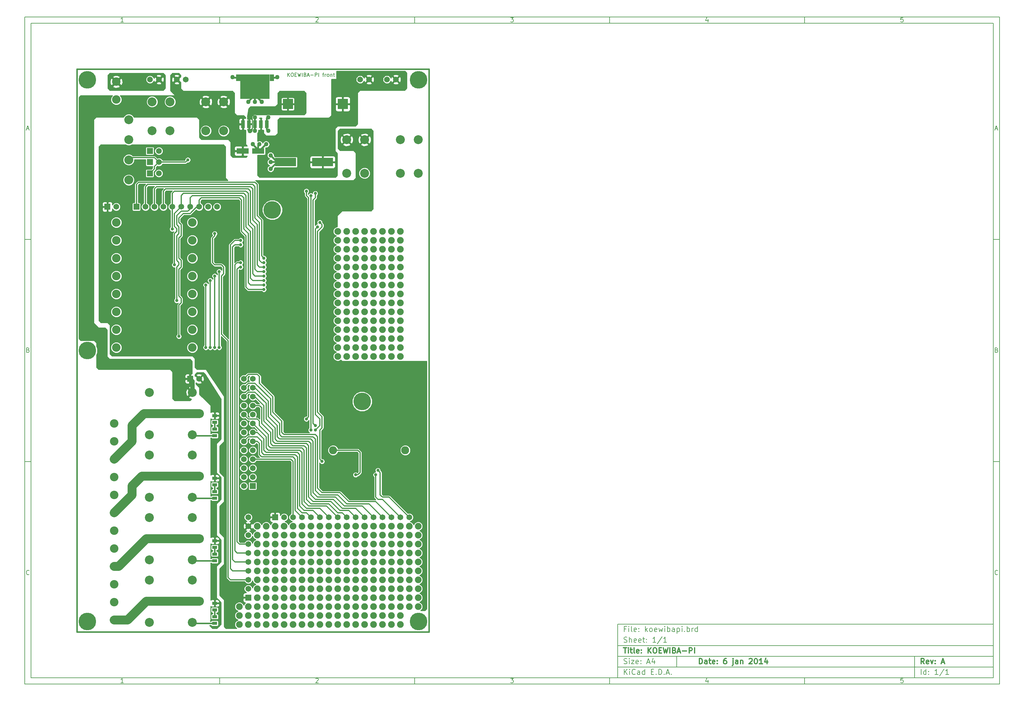
<source format=gtl>
G04 (created by PCBNEW-RS274X (2011-05-25)-stable) date Mo 06 Jan 2014 14:30:26 CET*
G01*
G70*
G90*
%MOIN*%
G04 Gerber Fmt 3.4, Leading zero omitted, Abs format*
%FSLAX34Y34*%
G04 APERTURE LIST*
%ADD10C,0.006000*%
%ADD11C,0.012000*%
%ADD12C,0.008000*%
%ADD13C,0.015000*%
%ADD14C,0.100000*%
%ADD15R,0.042000X0.085000*%
%ADD16R,0.328000X0.275000*%
%ADD17R,0.048500X0.075000*%
%ADD18R,0.055000X0.035000*%
%ADD19R,0.118100X0.118100*%
%ADD20C,0.065000*%
%ADD21R,0.065000X0.065000*%
%ADD22C,0.090000*%
%ADD23R,0.137800X0.063000*%
%ADD24R,0.236200X0.094500*%
%ADD25C,0.095000*%
%ADD26C,0.196900*%
%ADD27C,0.075000*%
%ADD28C,0.050000*%
%ADD29C,0.035000*%
%ADD30C,0.050000*%
%ADD31C,0.011800*%
%ADD32C,0.098400*%
%ADD33C,0.019700*%
%ADD34C,0.015700*%
%ADD35C,0.010000*%
G04 APERTURE END LIST*
G54D10*
X04000Y-04000D02*
X113000Y-04000D01*
X113000Y-78670D01*
X04000Y-78670D01*
X04000Y-04000D01*
X04700Y-04700D02*
X112300Y-04700D01*
X112300Y-77970D01*
X04700Y-77970D01*
X04700Y-04700D01*
X25800Y-04000D02*
X25800Y-04700D01*
X15043Y-04552D02*
X14757Y-04552D01*
X14900Y-04552D02*
X14900Y-04052D01*
X14852Y-04124D01*
X14805Y-04171D01*
X14757Y-04195D01*
X25800Y-78670D02*
X25800Y-77970D01*
X15043Y-78522D02*
X14757Y-78522D01*
X14900Y-78522D02*
X14900Y-78022D01*
X14852Y-78094D01*
X14805Y-78141D01*
X14757Y-78165D01*
X47600Y-04000D02*
X47600Y-04700D01*
X36557Y-04100D02*
X36581Y-04076D01*
X36629Y-04052D01*
X36748Y-04052D01*
X36795Y-04076D01*
X36819Y-04100D01*
X36843Y-04148D01*
X36843Y-04195D01*
X36819Y-04267D01*
X36533Y-04552D01*
X36843Y-04552D01*
X47600Y-78670D02*
X47600Y-77970D01*
X36557Y-78070D02*
X36581Y-78046D01*
X36629Y-78022D01*
X36748Y-78022D01*
X36795Y-78046D01*
X36819Y-78070D01*
X36843Y-78118D01*
X36843Y-78165D01*
X36819Y-78237D01*
X36533Y-78522D01*
X36843Y-78522D01*
X69400Y-04000D02*
X69400Y-04700D01*
X58333Y-04052D02*
X58643Y-04052D01*
X58476Y-04243D01*
X58548Y-04243D01*
X58595Y-04267D01*
X58619Y-04290D01*
X58643Y-04338D01*
X58643Y-04457D01*
X58619Y-04505D01*
X58595Y-04529D01*
X58548Y-04552D01*
X58405Y-04552D01*
X58357Y-04529D01*
X58333Y-04505D01*
X69400Y-78670D02*
X69400Y-77970D01*
X58333Y-78022D02*
X58643Y-78022D01*
X58476Y-78213D01*
X58548Y-78213D01*
X58595Y-78237D01*
X58619Y-78260D01*
X58643Y-78308D01*
X58643Y-78427D01*
X58619Y-78475D01*
X58595Y-78499D01*
X58548Y-78522D01*
X58405Y-78522D01*
X58357Y-78499D01*
X58333Y-78475D01*
X91200Y-04000D02*
X91200Y-04700D01*
X80395Y-04219D02*
X80395Y-04552D01*
X80276Y-04029D02*
X80157Y-04386D01*
X80467Y-04386D01*
X91200Y-78670D02*
X91200Y-77970D01*
X80395Y-78189D02*
X80395Y-78522D01*
X80276Y-77999D02*
X80157Y-78356D01*
X80467Y-78356D01*
X102219Y-04052D02*
X101981Y-04052D01*
X101957Y-04290D01*
X101981Y-04267D01*
X102029Y-04243D01*
X102148Y-04243D01*
X102195Y-04267D01*
X102219Y-04290D01*
X102243Y-04338D01*
X102243Y-04457D01*
X102219Y-04505D01*
X102195Y-04529D01*
X102148Y-04552D01*
X102029Y-04552D01*
X101981Y-04529D01*
X101957Y-04505D01*
X102219Y-78022D02*
X101981Y-78022D01*
X101957Y-78260D01*
X101981Y-78237D01*
X102029Y-78213D01*
X102148Y-78213D01*
X102195Y-78237D01*
X102219Y-78260D01*
X102243Y-78308D01*
X102243Y-78427D01*
X102219Y-78475D01*
X102195Y-78499D01*
X102148Y-78522D01*
X102029Y-78522D01*
X101981Y-78499D01*
X101957Y-78475D01*
X04000Y-28890D02*
X04700Y-28890D01*
X04231Y-16510D02*
X04469Y-16510D01*
X04184Y-16652D02*
X04350Y-16152D01*
X04517Y-16652D01*
X113000Y-28890D02*
X112300Y-28890D01*
X112531Y-16510D02*
X112769Y-16510D01*
X112484Y-16652D02*
X112650Y-16152D01*
X112817Y-16652D01*
X04000Y-53780D02*
X04700Y-53780D01*
X04386Y-41280D02*
X04457Y-41304D01*
X04481Y-41328D01*
X04505Y-41376D01*
X04505Y-41447D01*
X04481Y-41495D01*
X04457Y-41519D01*
X04410Y-41542D01*
X04219Y-41542D01*
X04219Y-41042D01*
X04386Y-41042D01*
X04433Y-41066D01*
X04457Y-41090D01*
X04481Y-41138D01*
X04481Y-41185D01*
X04457Y-41233D01*
X04433Y-41257D01*
X04386Y-41280D01*
X04219Y-41280D01*
X113000Y-53780D02*
X112300Y-53780D01*
X112686Y-41280D02*
X112757Y-41304D01*
X112781Y-41328D01*
X112805Y-41376D01*
X112805Y-41447D01*
X112781Y-41495D01*
X112757Y-41519D01*
X112710Y-41542D01*
X112519Y-41542D01*
X112519Y-41042D01*
X112686Y-41042D01*
X112733Y-41066D01*
X112757Y-41090D01*
X112781Y-41138D01*
X112781Y-41185D01*
X112757Y-41233D01*
X112733Y-41257D01*
X112686Y-41280D01*
X112519Y-41280D01*
X04505Y-66385D02*
X04481Y-66409D01*
X04410Y-66432D01*
X04362Y-66432D01*
X04290Y-66409D01*
X04243Y-66361D01*
X04219Y-66313D01*
X04195Y-66218D01*
X04195Y-66147D01*
X04219Y-66051D01*
X04243Y-66004D01*
X04290Y-65956D01*
X04362Y-65932D01*
X04410Y-65932D01*
X04481Y-65956D01*
X04505Y-65980D01*
X112805Y-66385D02*
X112781Y-66409D01*
X112710Y-66432D01*
X112662Y-66432D01*
X112590Y-66409D01*
X112543Y-66361D01*
X112519Y-66313D01*
X112495Y-66218D01*
X112495Y-66147D01*
X112519Y-66051D01*
X112543Y-66004D01*
X112590Y-65956D01*
X112662Y-65932D01*
X112710Y-65932D01*
X112781Y-65956D01*
X112805Y-65980D01*
G54D11*
X79443Y-76413D02*
X79443Y-75813D01*
X79586Y-75813D01*
X79671Y-75841D01*
X79729Y-75899D01*
X79757Y-75956D01*
X79786Y-76070D01*
X79786Y-76156D01*
X79757Y-76270D01*
X79729Y-76327D01*
X79671Y-76384D01*
X79586Y-76413D01*
X79443Y-76413D01*
X80300Y-76413D02*
X80300Y-76099D01*
X80271Y-76041D01*
X80214Y-76013D01*
X80100Y-76013D01*
X80043Y-76041D01*
X80300Y-76384D02*
X80243Y-76413D01*
X80100Y-76413D01*
X80043Y-76384D01*
X80014Y-76327D01*
X80014Y-76270D01*
X80043Y-76213D01*
X80100Y-76184D01*
X80243Y-76184D01*
X80300Y-76156D01*
X80500Y-76013D02*
X80729Y-76013D01*
X80586Y-75813D02*
X80586Y-76327D01*
X80614Y-76384D01*
X80672Y-76413D01*
X80729Y-76413D01*
X81157Y-76384D02*
X81100Y-76413D01*
X80986Y-76413D01*
X80929Y-76384D01*
X80900Y-76327D01*
X80900Y-76099D01*
X80929Y-76041D01*
X80986Y-76013D01*
X81100Y-76013D01*
X81157Y-76041D01*
X81186Y-76099D01*
X81186Y-76156D01*
X80900Y-76213D01*
X81443Y-76356D02*
X81471Y-76384D01*
X81443Y-76413D01*
X81414Y-76384D01*
X81443Y-76356D01*
X81443Y-76413D01*
X81443Y-76041D02*
X81471Y-76070D01*
X81443Y-76099D01*
X81414Y-76070D01*
X81443Y-76041D01*
X81443Y-76099D01*
X82443Y-75813D02*
X82329Y-75813D01*
X82272Y-75841D01*
X82243Y-75870D01*
X82186Y-75956D01*
X82157Y-76070D01*
X82157Y-76299D01*
X82186Y-76356D01*
X82214Y-76384D01*
X82272Y-76413D01*
X82386Y-76413D01*
X82443Y-76384D01*
X82472Y-76356D01*
X82500Y-76299D01*
X82500Y-76156D01*
X82472Y-76099D01*
X82443Y-76070D01*
X82386Y-76041D01*
X82272Y-76041D01*
X82214Y-76070D01*
X82186Y-76099D01*
X82157Y-76156D01*
X83214Y-76013D02*
X83214Y-76527D01*
X83185Y-76584D01*
X83128Y-76613D01*
X83100Y-76613D01*
X83214Y-75813D02*
X83185Y-75841D01*
X83214Y-75870D01*
X83242Y-75841D01*
X83214Y-75813D01*
X83214Y-75870D01*
X83757Y-76413D02*
X83757Y-76099D01*
X83728Y-76041D01*
X83671Y-76013D01*
X83557Y-76013D01*
X83500Y-76041D01*
X83757Y-76384D02*
X83700Y-76413D01*
X83557Y-76413D01*
X83500Y-76384D01*
X83471Y-76327D01*
X83471Y-76270D01*
X83500Y-76213D01*
X83557Y-76184D01*
X83700Y-76184D01*
X83757Y-76156D01*
X84043Y-76013D02*
X84043Y-76413D01*
X84043Y-76070D02*
X84071Y-76041D01*
X84129Y-76013D01*
X84214Y-76013D01*
X84271Y-76041D01*
X84300Y-76099D01*
X84300Y-76413D01*
X85014Y-75870D02*
X85043Y-75841D01*
X85100Y-75813D01*
X85243Y-75813D01*
X85300Y-75841D01*
X85329Y-75870D01*
X85357Y-75927D01*
X85357Y-75984D01*
X85329Y-76070D01*
X84986Y-76413D01*
X85357Y-76413D01*
X85728Y-75813D02*
X85785Y-75813D01*
X85842Y-75841D01*
X85871Y-75870D01*
X85900Y-75927D01*
X85928Y-76041D01*
X85928Y-76184D01*
X85900Y-76299D01*
X85871Y-76356D01*
X85842Y-76384D01*
X85785Y-76413D01*
X85728Y-76413D01*
X85671Y-76384D01*
X85642Y-76356D01*
X85614Y-76299D01*
X85585Y-76184D01*
X85585Y-76041D01*
X85614Y-75927D01*
X85642Y-75870D01*
X85671Y-75841D01*
X85728Y-75813D01*
X86499Y-76413D02*
X86156Y-76413D01*
X86328Y-76413D02*
X86328Y-75813D01*
X86271Y-75899D01*
X86213Y-75956D01*
X86156Y-75984D01*
X87013Y-76013D02*
X87013Y-76413D01*
X86870Y-75784D02*
X86727Y-76213D01*
X87099Y-76213D01*
G54D10*
X71043Y-77613D02*
X71043Y-77013D01*
X71386Y-77613D02*
X71129Y-77270D01*
X71386Y-77013D02*
X71043Y-77356D01*
X71643Y-77613D02*
X71643Y-77213D01*
X71643Y-77013D02*
X71614Y-77041D01*
X71643Y-77070D01*
X71671Y-77041D01*
X71643Y-77013D01*
X71643Y-77070D01*
X72272Y-77556D02*
X72243Y-77584D01*
X72157Y-77613D01*
X72100Y-77613D01*
X72015Y-77584D01*
X71957Y-77527D01*
X71929Y-77470D01*
X71900Y-77356D01*
X71900Y-77270D01*
X71929Y-77156D01*
X71957Y-77099D01*
X72015Y-77041D01*
X72100Y-77013D01*
X72157Y-77013D01*
X72243Y-77041D01*
X72272Y-77070D01*
X72786Y-77613D02*
X72786Y-77299D01*
X72757Y-77241D01*
X72700Y-77213D01*
X72586Y-77213D01*
X72529Y-77241D01*
X72786Y-77584D02*
X72729Y-77613D01*
X72586Y-77613D01*
X72529Y-77584D01*
X72500Y-77527D01*
X72500Y-77470D01*
X72529Y-77413D01*
X72586Y-77384D01*
X72729Y-77384D01*
X72786Y-77356D01*
X73329Y-77613D02*
X73329Y-77013D01*
X73329Y-77584D02*
X73272Y-77613D01*
X73158Y-77613D01*
X73100Y-77584D01*
X73072Y-77556D01*
X73043Y-77499D01*
X73043Y-77327D01*
X73072Y-77270D01*
X73100Y-77241D01*
X73158Y-77213D01*
X73272Y-77213D01*
X73329Y-77241D01*
X74072Y-77299D02*
X74272Y-77299D01*
X74358Y-77613D02*
X74072Y-77613D01*
X74072Y-77013D01*
X74358Y-77013D01*
X74615Y-77556D02*
X74643Y-77584D01*
X74615Y-77613D01*
X74586Y-77584D01*
X74615Y-77556D01*
X74615Y-77613D01*
X74901Y-77613D02*
X74901Y-77013D01*
X75044Y-77013D01*
X75129Y-77041D01*
X75187Y-77099D01*
X75215Y-77156D01*
X75244Y-77270D01*
X75244Y-77356D01*
X75215Y-77470D01*
X75187Y-77527D01*
X75129Y-77584D01*
X75044Y-77613D01*
X74901Y-77613D01*
X75501Y-77556D02*
X75529Y-77584D01*
X75501Y-77613D01*
X75472Y-77584D01*
X75501Y-77556D01*
X75501Y-77613D01*
X75758Y-77441D02*
X76044Y-77441D01*
X75701Y-77613D02*
X75901Y-77013D01*
X76101Y-77613D01*
X76301Y-77556D02*
X76329Y-77584D01*
X76301Y-77613D01*
X76272Y-77584D01*
X76301Y-77556D01*
X76301Y-77613D01*
G54D11*
X104586Y-76413D02*
X104386Y-76127D01*
X104243Y-76413D02*
X104243Y-75813D01*
X104471Y-75813D01*
X104529Y-75841D01*
X104557Y-75870D01*
X104586Y-75927D01*
X104586Y-76013D01*
X104557Y-76070D01*
X104529Y-76099D01*
X104471Y-76127D01*
X104243Y-76127D01*
X105071Y-76384D02*
X105014Y-76413D01*
X104900Y-76413D01*
X104843Y-76384D01*
X104814Y-76327D01*
X104814Y-76099D01*
X104843Y-76041D01*
X104900Y-76013D01*
X105014Y-76013D01*
X105071Y-76041D01*
X105100Y-76099D01*
X105100Y-76156D01*
X104814Y-76213D01*
X105300Y-76013D02*
X105443Y-76413D01*
X105585Y-76013D01*
X105814Y-76356D02*
X105842Y-76384D01*
X105814Y-76413D01*
X105785Y-76384D01*
X105814Y-76356D01*
X105814Y-76413D01*
X105814Y-76041D02*
X105842Y-76070D01*
X105814Y-76099D01*
X105785Y-76070D01*
X105814Y-76041D01*
X105814Y-76099D01*
X106528Y-76241D02*
X106814Y-76241D01*
X106471Y-76413D02*
X106671Y-75813D01*
X106871Y-76413D01*
G54D10*
X71014Y-76384D02*
X71100Y-76413D01*
X71243Y-76413D01*
X71300Y-76384D01*
X71329Y-76356D01*
X71357Y-76299D01*
X71357Y-76241D01*
X71329Y-76184D01*
X71300Y-76156D01*
X71243Y-76127D01*
X71129Y-76099D01*
X71071Y-76070D01*
X71043Y-76041D01*
X71014Y-75984D01*
X71014Y-75927D01*
X71043Y-75870D01*
X71071Y-75841D01*
X71129Y-75813D01*
X71271Y-75813D01*
X71357Y-75841D01*
X71614Y-76413D02*
X71614Y-76013D01*
X71614Y-75813D02*
X71585Y-75841D01*
X71614Y-75870D01*
X71642Y-75841D01*
X71614Y-75813D01*
X71614Y-75870D01*
X71843Y-76013D02*
X72157Y-76013D01*
X71843Y-76413D01*
X72157Y-76413D01*
X72614Y-76384D02*
X72557Y-76413D01*
X72443Y-76413D01*
X72386Y-76384D01*
X72357Y-76327D01*
X72357Y-76099D01*
X72386Y-76041D01*
X72443Y-76013D01*
X72557Y-76013D01*
X72614Y-76041D01*
X72643Y-76099D01*
X72643Y-76156D01*
X72357Y-76213D01*
X72900Y-76356D02*
X72928Y-76384D01*
X72900Y-76413D01*
X72871Y-76384D01*
X72900Y-76356D01*
X72900Y-76413D01*
X72900Y-76041D02*
X72928Y-76070D01*
X72900Y-76099D01*
X72871Y-76070D01*
X72900Y-76041D01*
X72900Y-76099D01*
X73614Y-76241D02*
X73900Y-76241D01*
X73557Y-76413D02*
X73757Y-75813D01*
X73957Y-76413D01*
X74414Y-76013D02*
X74414Y-76413D01*
X74271Y-75784D02*
X74128Y-76213D01*
X74500Y-76213D01*
X104243Y-77613D02*
X104243Y-77013D01*
X104786Y-77613D02*
X104786Y-77013D01*
X104786Y-77584D02*
X104729Y-77613D01*
X104615Y-77613D01*
X104557Y-77584D01*
X104529Y-77556D01*
X104500Y-77499D01*
X104500Y-77327D01*
X104529Y-77270D01*
X104557Y-77241D01*
X104615Y-77213D01*
X104729Y-77213D01*
X104786Y-77241D01*
X105072Y-77556D02*
X105100Y-77584D01*
X105072Y-77613D01*
X105043Y-77584D01*
X105072Y-77556D01*
X105072Y-77613D01*
X105072Y-77241D02*
X105100Y-77270D01*
X105072Y-77299D01*
X105043Y-77270D01*
X105072Y-77241D01*
X105072Y-77299D01*
X106129Y-77613D02*
X105786Y-77613D01*
X105958Y-77613D02*
X105958Y-77013D01*
X105901Y-77099D01*
X105843Y-77156D01*
X105786Y-77184D01*
X106814Y-76984D02*
X106300Y-77756D01*
X107329Y-77613D02*
X106986Y-77613D01*
X107158Y-77613D02*
X107158Y-77013D01*
X107101Y-77099D01*
X107043Y-77156D01*
X106986Y-77184D01*
G54D11*
X70957Y-74613D02*
X71300Y-74613D01*
X71129Y-75213D02*
X71129Y-74613D01*
X71500Y-75213D02*
X71500Y-74813D01*
X71500Y-74613D02*
X71471Y-74641D01*
X71500Y-74670D01*
X71528Y-74641D01*
X71500Y-74613D01*
X71500Y-74670D01*
X71700Y-74813D02*
X71929Y-74813D01*
X71786Y-74613D02*
X71786Y-75127D01*
X71814Y-75184D01*
X71872Y-75213D01*
X71929Y-75213D01*
X72215Y-75213D02*
X72157Y-75184D01*
X72129Y-75127D01*
X72129Y-74613D01*
X72671Y-75184D02*
X72614Y-75213D01*
X72500Y-75213D01*
X72443Y-75184D01*
X72414Y-75127D01*
X72414Y-74899D01*
X72443Y-74841D01*
X72500Y-74813D01*
X72614Y-74813D01*
X72671Y-74841D01*
X72700Y-74899D01*
X72700Y-74956D01*
X72414Y-75013D01*
X72957Y-75156D02*
X72985Y-75184D01*
X72957Y-75213D01*
X72928Y-75184D01*
X72957Y-75156D01*
X72957Y-75213D01*
X72957Y-74841D02*
X72985Y-74870D01*
X72957Y-74899D01*
X72928Y-74870D01*
X72957Y-74841D01*
X72957Y-74899D01*
X73700Y-75213D02*
X73700Y-74613D01*
X74043Y-75213D02*
X73786Y-74870D01*
X74043Y-74613D02*
X73700Y-74956D01*
X74414Y-74613D02*
X74528Y-74613D01*
X74586Y-74641D01*
X74643Y-74699D01*
X74671Y-74813D01*
X74671Y-75013D01*
X74643Y-75127D01*
X74586Y-75184D01*
X74528Y-75213D01*
X74414Y-75213D01*
X74357Y-75184D01*
X74300Y-75127D01*
X74271Y-75013D01*
X74271Y-74813D01*
X74300Y-74699D01*
X74357Y-74641D01*
X74414Y-74613D01*
X74929Y-74899D02*
X75129Y-74899D01*
X75215Y-75213D02*
X74929Y-75213D01*
X74929Y-74613D01*
X75215Y-74613D01*
X75415Y-74613D02*
X75558Y-75213D01*
X75672Y-74784D01*
X75786Y-75213D01*
X75929Y-74613D01*
X76158Y-75213D02*
X76158Y-74613D01*
X76644Y-74899D02*
X76730Y-74927D01*
X76758Y-74956D01*
X76787Y-75013D01*
X76787Y-75099D01*
X76758Y-75156D01*
X76730Y-75184D01*
X76672Y-75213D01*
X76444Y-75213D01*
X76444Y-74613D01*
X76644Y-74613D01*
X76701Y-74641D01*
X76730Y-74670D01*
X76758Y-74727D01*
X76758Y-74784D01*
X76730Y-74841D01*
X76701Y-74870D01*
X76644Y-74899D01*
X76444Y-74899D01*
X77015Y-75041D02*
X77301Y-75041D01*
X76958Y-75213D02*
X77158Y-74613D01*
X77358Y-75213D01*
X77558Y-74984D02*
X78015Y-74984D01*
X78301Y-75213D02*
X78301Y-74613D01*
X78529Y-74613D01*
X78587Y-74641D01*
X78615Y-74670D01*
X78644Y-74727D01*
X78644Y-74813D01*
X78615Y-74870D01*
X78587Y-74899D01*
X78529Y-74927D01*
X78301Y-74927D01*
X78901Y-75213D02*
X78901Y-74613D01*
G54D10*
X71243Y-72499D02*
X71043Y-72499D01*
X71043Y-72813D02*
X71043Y-72213D01*
X71329Y-72213D01*
X71557Y-72813D02*
X71557Y-72413D01*
X71557Y-72213D02*
X71528Y-72241D01*
X71557Y-72270D01*
X71585Y-72241D01*
X71557Y-72213D01*
X71557Y-72270D01*
X71929Y-72813D02*
X71871Y-72784D01*
X71843Y-72727D01*
X71843Y-72213D01*
X72385Y-72784D02*
X72328Y-72813D01*
X72214Y-72813D01*
X72157Y-72784D01*
X72128Y-72727D01*
X72128Y-72499D01*
X72157Y-72441D01*
X72214Y-72413D01*
X72328Y-72413D01*
X72385Y-72441D01*
X72414Y-72499D01*
X72414Y-72556D01*
X72128Y-72613D01*
X72671Y-72756D02*
X72699Y-72784D01*
X72671Y-72813D01*
X72642Y-72784D01*
X72671Y-72756D01*
X72671Y-72813D01*
X72671Y-72441D02*
X72699Y-72470D01*
X72671Y-72499D01*
X72642Y-72470D01*
X72671Y-72441D01*
X72671Y-72499D01*
X73414Y-72813D02*
X73414Y-72213D01*
X73471Y-72584D02*
X73642Y-72813D01*
X73642Y-72413D02*
X73414Y-72641D01*
X73986Y-72813D02*
X73928Y-72784D01*
X73900Y-72756D01*
X73871Y-72699D01*
X73871Y-72527D01*
X73900Y-72470D01*
X73928Y-72441D01*
X73986Y-72413D01*
X74071Y-72413D01*
X74128Y-72441D01*
X74157Y-72470D01*
X74186Y-72527D01*
X74186Y-72699D01*
X74157Y-72756D01*
X74128Y-72784D01*
X74071Y-72813D01*
X73986Y-72813D01*
X74671Y-72784D02*
X74614Y-72813D01*
X74500Y-72813D01*
X74443Y-72784D01*
X74414Y-72727D01*
X74414Y-72499D01*
X74443Y-72441D01*
X74500Y-72413D01*
X74614Y-72413D01*
X74671Y-72441D01*
X74700Y-72499D01*
X74700Y-72556D01*
X74414Y-72613D01*
X74900Y-72413D02*
X75014Y-72813D01*
X75128Y-72527D01*
X75243Y-72813D01*
X75357Y-72413D01*
X75586Y-72813D02*
X75586Y-72413D01*
X75586Y-72213D02*
X75557Y-72241D01*
X75586Y-72270D01*
X75614Y-72241D01*
X75586Y-72213D01*
X75586Y-72270D01*
X75872Y-72813D02*
X75872Y-72213D01*
X75872Y-72441D02*
X75929Y-72413D01*
X76043Y-72413D01*
X76100Y-72441D01*
X76129Y-72470D01*
X76158Y-72527D01*
X76158Y-72699D01*
X76129Y-72756D01*
X76100Y-72784D01*
X76043Y-72813D01*
X75929Y-72813D01*
X75872Y-72784D01*
X76672Y-72813D02*
X76672Y-72499D01*
X76643Y-72441D01*
X76586Y-72413D01*
X76472Y-72413D01*
X76415Y-72441D01*
X76672Y-72784D02*
X76615Y-72813D01*
X76472Y-72813D01*
X76415Y-72784D01*
X76386Y-72727D01*
X76386Y-72670D01*
X76415Y-72613D01*
X76472Y-72584D01*
X76615Y-72584D01*
X76672Y-72556D01*
X76958Y-72413D02*
X76958Y-73013D01*
X76958Y-72441D02*
X77015Y-72413D01*
X77129Y-72413D01*
X77186Y-72441D01*
X77215Y-72470D01*
X77244Y-72527D01*
X77244Y-72699D01*
X77215Y-72756D01*
X77186Y-72784D01*
X77129Y-72813D01*
X77015Y-72813D01*
X76958Y-72784D01*
X77501Y-72813D02*
X77501Y-72413D01*
X77501Y-72213D02*
X77472Y-72241D01*
X77501Y-72270D01*
X77529Y-72241D01*
X77501Y-72213D01*
X77501Y-72270D01*
X77787Y-72756D02*
X77815Y-72784D01*
X77787Y-72813D01*
X77758Y-72784D01*
X77787Y-72756D01*
X77787Y-72813D01*
X78073Y-72813D02*
X78073Y-72213D01*
X78073Y-72441D02*
X78130Y-72413D01*
X78244Y-72413D01*
X78301Y-72441D01*
X78330Y-72470D01*
X78359Y-72527D01*
X78359Y-72699D01*
X78330Y-72756D01*
X78301Y-72784D01*
X78244Y-72813D01*
X78130Y-72813D01*
X78073Y-72784D01*
X78616Y-72813D02*
X78616Y-72413D01*
X78616Y-72527D02*
X78644Y-72470D01*
X78673Y-72441D01*
X78730Y-72413D01*
X78787Y-72413D01*
X79244Y-72813D02*
X79244Y-72213D01*
X79244Y-72784D02*
X79187Y-72813D01*
X79073Y-72813D01*
X79015Y-72784D01*
X78987Y-72756D01*
X78958Y-72699D01*
X78958Y-72527D01*
X78987Y-72470D01*
X79015Y-72441D01*
X79073Y-72413D01*
X79187Y-72413D01*
X79244Y-72441D01*
X71014Y-73984D02*
X71100Y-74013D01*
X71243Y-74013D01*
X71300Y-73984D01*
X71329Y-73956D01*
X71357Y-73899D01*
X71357Y-73841D01*
X71329Y-73784D01*
X71300Y-73756D01*
X71243Y-73727D01*
X71129Y-73699D01*
X71071Y-73670D01*
X71043Y-73641D01*
X71014Y-73584D01*
X71014Y-73527D01*
X71043Y-73470D01*
X71071Y-73441D01*
X71129Y-73413D01*
X71271Y-73413D01*
X71357Y-73441D01*
X71614Y-74013D02*
X71614Y-73413D01*
X71871Y-74013D02*
X71871Y-73699D01*
X71842Y-73641D01*
X71785Y-73613D01*
X71700Y-73613D01*
X71642Y-73641D01*
X71614Y-73670D01*
X72385Y-73984D02*
X72328Y-74013D01*
X72214Y-74013D01*
X72157Y-73984D01*
X72128Y-73927D01*
X72128Y-73699D01*
X72157Y-73641D01*
X72214Y-73613D01*
X72328Y-73613D01*
X72385Y-73641D01*
X72414Y-73699D01*
X72414Y-73756D01*
X72128Y-73813D01*
X72899Y-73984D02*
X72842Y-74013D01*
X72728Y-74013D01*
X72671Y-73984D01*
X72642Y-73927D01*
X72642Y-73699D01*
X72671Y-73641D01*
X72728Y-73613D01*
X72842Y-73613D01*
X72899Y-73641D01*
X72928Y-73699D01*
X72928Y-73756D01*
X72642Y-73813D01*
X73099Y-73613D02*
X73328Y-73613D01*
X73185Y-73413D02*
X73185Y-73927D01*
X73213Y-73984D01*
X73271Y-74013D01*
X73328Y-74013D01*
X73528Y-73956D02*
X73556Y-73984D01*
X73528Y-74013D01*
X73499Y-73984D01*
X73528Y-73956D01*
X73528Y-74013D01*
X73528Y-73641D02*
X73556Y-73670D01*
X73528Y-73699D01*
X73499Y-73670D01*
X73528Y-73641D01*
X73528Y-73699D01*
X74585Y-74013D02*
X74242Y-74013D01*
X74414Y-74013D02*
X74414Y-73413D01*
X74357Y-73499D01*
X74299Y-73556D01*
X74242Y-73584D01*
X75270Y-73384D02*
X74756Y-74156D01*
X75785Y-74013D02*
X75442Y-74013D01*
X75614Y-74013D02*
X75614Y-73413D01*
X75557Y-73499D01*
X75499Y-73556D01*
X75442Y-73584D01*
X70300Y-71970D02*
X70300Y-77970D01*
X70300Y-71970D02*
X112300Y-71970D01*
X70300Y-71970D02*
X112300Y-71970D01*
X70300Y-74370D02*
X112300Y-74370D01*
X103500Y-75570D02*
X103500Y-77970D01*
X70300Y-76770D02*
X112300Y-76770D01*
X70300Y-75570D02*
X112300Y-75570D01*
X76900Y-75570D02*
X76900Y-76770D01*
G54D12*
X33400Y-10662D02*
X33400Y-10262D01*
X33629Y-10662D02*
X33457Y-10433D01*
X33629Y-10262D02*
X33400Y-10490D01*
X33876Y-10262D02*
X33953Y-10262D01*
X33991Y-10281D01*
X34029Y-10319D01*
X34048Y-10395D01*
X34048Y-10529D01*
X34029Y-10605D01*
X33991Y-10643D01*
X33953Y-10662D01*
X33876Y-10662D01*
X33838Y-10643D01*
X33800Y-10605D01*
X33781Y-10529D01*
X33781Y-10395D01*
X33800Y-10319D01*
X33838Y-10281D01*
X33876Y-10262D01*
X34219Y-10452D02*
X34353Y-10452D01*
X34410Y-10662D02*
X34219Y-10662D01*
X34219Y-10262D01*
X34410Y-10262D01*
X34543Y-10262D02*
X34638Y-10662D01*
X34715Y-10376D01*
X34791Y-10662D01*
X34886Y-10262D01*
X35038Y-10662D02*
X35038Y-10262D01*
X35362Y-10452D02*
X35419Y-10471D01*
X35438Y-10490D01*
X35457Y-10529D01*
X35457Y-10586D01*
X35438Y-10624D01*
X35419Y-10643D01*
X35381Y-10662D01*
X35228Y-10662D01*
X35228Y-10262D01*
X35362Y-10262D01*
X35400Y-10281D01*
X35419Y-10300D01*
X35438Y-10338D01*
X35438Y-10376D01*
X35419Y-10414D01*
X35400Y-10433D01*
X35362Y-10452D01*
X35228Y-10452D01*
X35609Y-10548D02*
X35800Y-10548D01*
X35571Y-10662D02*
X35704Y-10262D01*
X35838Y-10662D01*
X35971Y-10510D02*
X36276Y-10510D01*
X36466Y-10662D02*
X36466Y-10262D01*
X36619Y-10262D01*
X36657Y-10281D01*
X36676Y-10300D01*
X36695Y-10338D01*
X36695Y-10395D01*
X36676Y-10433D01*
X36657Y-10452D01*
X36619Y-10471D01*
X36466Y-10471D01*
X36866Y-10662D02*
X36866Y-10262D01*
X37304Y-10395D02*
X37456Y-10395D01*
X37361Y-10662D02*
X37361Y-10319D01*
X37380Y-10281D01*
X37418Y-10262D01*
X37456Y-10262D01*
X37590Y-10662D02*
X37590Y-10395D01*
X37590Y-10471D02*
X37609Y-10433D01*
X37628Y-10414D01*
X37666Y-10395D01*
X37705Y-10395D01*
X37895Y-10662D02*
X37857Y-10643D01*
X37838Y-10624D01*
X37819Y-10586D01*
X37819Y-10471D01*
X37838Y-10433D01*
X37857Y-10414D01*
X37895Y-10395D01*
X37953Y-10395D01*
X37991Y-10414D01*
X38010Y-10433D01*
X38029Y-10471D01*
X38029Y-10586D01*
X38010Y-10624D01*
X37991Y-10643D01*
X37953Y-10662D01*
X37895Y-10662D01*
X38200Y-10395D02*
X38200Y-10662D01*
X38200Y-10433D02*
X38219Y-10414D01*
X38257Y-10395D01*
X38315Y-10395D01*
X38353Y-10414D01*
X38372Y-10452D01*
X38372Y-10662D01*
X38505Y-10395D02*
X38657Y-10395D01*
X38562Y-10262D02*
X38562Y-10605D01*
X38581Y-10643D01*
X38619Y-10662D01*
X38657Y-10662D01*
G54D13*
X09843Y-72834D02*
X09843Y-09842D01*
X49213Y-72835D02*
X09843Y-72835D01*
X49213Y-09843D02*
X49213Y-72835D01*
X09843Y-09843D02*
X49213Y-09843D01*
G54D14*
X15630Y-22250D03*
X15630Y-20000D03*
X15630Y-17750D03*
X15630Y-15500D03*
G54D15*
X29750Y-16000D03*
X29080Y-16000D03*
X30420Y-16000D03*
X31090Y-16000D03*
X28410Y-16000D03*
G54D16*
X29750Y-11795D03*
G54D17*
X31630Y-10795D03*
X27870Y-10795D03*
G54D18*
X25250Y-70375D03*
X25250Y-69625D03*
X25250Y-56375D03*
X25250Y-55625D03*
X25250Y-49375D03*
X25250Y-48625D03*
X25250Y-63375D03*
X25250Y-62625D03*
X25250Y-64125D03*
X25250Y-64875D03*
X25250Y-57125D03*
X25250Y-57875D03*
X25250Y-50125D03*
X25250Y-50875D03*
X25250Y-71125D03*
X25250Y-71875D03*
G54D19*
X39571Y-13750D03*
X33429Y-13750D03*
G54D20*
X45508Y-11000D03*
X44508Y-11000D03*
X42508Y-11000D03*
X41508Y-11000D03*
X22008Y-11000D03*
X21008Y-11000D03*
X19008Y-11000D03*
X18008Y-11000D03*
G54D14*
X22752Y-53031D03*
X17948Y-53031D03*
X17948Y-57755D03*
X22752Y-57755D03*
X23539Y-55393D03*
X22752Y-46031D03*
X17948Y-46031D03*
X17948Y-50755D03*
X22752Y-50755D03*
X23539Y-48393D03*
X22752Y-67031D03*
X17948Y-67031D03*
X17948Y-71755D03*
X22752Y-71755D03*
X23539Y-69393D03*
X22752Y-60031D03*
X17948Y-60031D03*
X17948Y-64755D03*
X22752Y-64755D03*
X23539Y-62393D03*
G54D21*
X18000Y-20250D03*
G54D20*
X19000Y-20250D03*
G54D21*
X18000Y-19000D03*
G54D20*
X19000Y-19000D03*
G54D21*
X18000Y-21500D03*
G54D20*
X19000Y-21500D03*
G54D21*
X22500Y-44500D03*
G54D20*
X23500Y-44500D03*
G54D21*
X13250Y-25250D03*
G54D20*
X14250Y-25250D03*
G54D21*
X32000Y-60000D03*
G54D20*
X33000Y-60000D03*
X34000Y-60000D03*
X35000Y-60000D03*
X36000Y-60000D03*
X37000Y-60000D03*
X38000Y-60000D03*
X39000Y-60000D03*
X40000Y-60000D03*
X41000Y-60000D03*
X42000Y-60000D03*
X43000Y-60000D03*
X44000Y-60000D03*
X45000Y-60000D03*
X46000Y-60000D03*
X47000Y-60000D03*
G54D21*
X29000Y-69000D03*
G54D20*
X29000Y-68000D03*
X29000Y-67000D03*
X29000Y-66000D03*
X29000Y-65000D03*
X29000Y-64000D03*
X29000Y-63000D03*
X29000Y-62000D03*
X29000Y-61000D03*
X29000Y-60000D03*
G54D21*
X16500Y-25250D03*
G54D20*
X17500Y-25250D03*
X18500Y-25250D03*
X19500Y-25250D03*
X20500Y-25250D03*
X21500Y-25250D03*
X22500Y-25250D03*
X23500Y-25250D03*
X24500Y-25250D03*
X25500Y-25250D03*
G54D22*
X46559Y-52500D03*
X38488Y-52500D03*
G54D23*
X28384Y-19000D03*
X30116Y-19000D03*
G54D24*
X37317Y-20250D03*
X33183Y-20250D03*
G54D25*
X14000Y-49500D03*
X14000Y-51500D03*
X14000Y-53500D03*
X14000Y-55500D03*
X14000Y-57500D03*
X14000Y-59500D03*
X14000Y-61500D03*
X14000Y-63500D03*
X14000Y-65500D03*
X14000Y-67500D03*
X14000Y-69500D03*
X14000Y-71500D03*
X14250Y-11250D03*
X14250Y-13250D03*
X14250Y-27000D03*
X14250Y-29000D03*
X14250Y-31000D03*
X14250Y-33000D03*
X14250Y-35000D03*
X14250Y-37000D03*
X14250Y-39000D03*
X14250Y-41000D03*
X22750Y-27000D03*
X22750Y-29000D03*
X22750Y-31000D03*
X22750Y-33000D03*
X22750Y-35000D03*
X22750Y-37000D03*
X22750Y-39000D03*
X22750Y-41000D03*
G54D21*
X29500Y-56500D03*
G54D20*
X28500Y-56500D03*
X29500Y-55500D03*
X28500Y-55500D03*
X29500Y-54500D03*
X28500Y-54500D03*
X29500Y-53500D03*
X28500Y-53500D03*
X29500Y-52500D03*
X28500Y-52500D03*
X29500Y-51500D03*
X28500Y-51500D03*
X29500Y-50500D03*
X28500Y-50500D03*
X29500Y-49500D03*
X28500Y-49500D03*
X29500Y-48500D03*
X28500Y-48500D03*
X29500Y-47500D03*
X28500Y-47500D03*
X29500Y-46500D03*
X28500Y-46500D03*
X29500Y-45500D03*
X28500Y-45500D03*
X29500Y-44500D03*
X28500Y-44500D03*
G54D26*
X48031Y-71654D03*
X11024Y-71654D03*
X11024Y-11024D03*
X48031Y-11024D03*
X41732Y-47047D03*
X31693Y-25591D03*
X11024Y-41339D03*
G54D27*
X30000Y-64000D03*
X31000Y-64000D03*
X32000Y-64000D03*
X33000Y-64000D03*
X30000Y-63000D03*
X30000Y-65000D03*
X31000Y-65000D03*
X31000Y-63000D03*
X32000Y-63000D03*
X32000Y-65000D03*
X33000Y-65000D03*
X33000Y-63000D03*
X30000Y-62000D03*
X31000Y-62000D03*
X32000Y-62000D03*
X33000Y-62000D03*
X34000Y-62000D03*
X34000Y-63000D03*
X34000Y-64000D03*
X34000Y-65000D03*
X30000Y-61000D03*
X31000Y-61000D03*
X32000Y-61000D03*
X33000Y-61000D03*
X34000Y-61000D03*
X35000Y-64000D03*
X36000Y-64000D03*
X37000Y-64000D03*
X38000Y-64000D03*
X35000Y-63000D03*
X35000Y-65000D03*
X36000Y-65000D03*
X36000Y-63000D03*
X37000Y-63000D03*
X37000Y-65000D03*
X38000Y-65000D03*
X38000Y-63000D03*
X35000Y-62000D03*
X36000Y-62000D03*
X37000Y-62000D03*
X38000Y-62000D03*
X39000Y-62000D03*
X39000Y-63000D03*
X39000Y-64000D03*
X39000Y-65000D03*
X35000Y-61000D03*
X36000Y-61000D03*
X37000Y-61000D03*
X38000Y-61000D03*
X39000Y-61000D03*
X40000Y-64000D03*
X41000Y-64000D03*
X42000Y-64000D03*
X43000Y-64000D03*
X40000Y-63000D03*
X40000Y-65000D03*
X41000Y-65000D03*
X41000Y-63000D03*
X42000Y-63000D03*
X42000Y-65000D03*
X43000Y-65000D03*
X43000Y-63000D03*
X40000Y-62000D03*
X41000Y-62000D03*
X42000Y-62000D03*
X43000Y-62000D03*
X44000Y-62000D03*
X44000Y-63000D03*
X44000Y-64000D03*
X44000Y-65000D03*
X40000Y-61000D03*
X41000Y-61000D03*
X42000Y-61000D03*
X43000Y-61000D03*
X44000Y-61000D03*
X30000Y-69000D03*
X31000Y-69000D03*
X32000Y-69000D03*
X33000Y-69000D03*
X30000Y-68000D03*
X30000Y-70000D03*
X31000Y-70000D03*
X31000Y-68000D03*
X32000Y-68000D03*
X32000Y-70000D03*
X33000Y-70000D03*
X33000Y-68000D03*
X30000Y-67000D03*
X31000Y-67000D03*
X32000Y-67000D03*
X33000Y-67000D03*
X34000Y-67000D03*
X34000Y-68000D03*
X34000Y-69000D03*
X34000Y-70000D03*
X30000Y-66000D03*
X31000Y-66000D03*
X32000Y-66000D03*
X33000Y-66000D03*
X34000Y-66000D03*
X35000Y-69000D03*
X36000Y-69000D03*
X37000Y-69000D03*
X38000Y-69000D03*
X35000Y-68000D03*
X35000Y-70000D03*
X36000Y-70000D03*
X36000Y-68000D03*
X37000Y-68000D03*
X37000Y-70000D03*
X38000Y-70000D03*
X38000Y-68000D03*
X35000Y-67000D03*
X36000Y-67000D03*
X37000Y-67000D03*
X38000Y-67000D03*
X39000Y-67000D03*
X39000Y-68000D03*
X39000Y-69000D03*
X39000Y-70000D03*
X35000Y-66000D03*
X36000Y-66000D03*
X37000Y-66000D03*
X38000Y-66000D03*
X39000Y-66000D03*
X40000Y-69000D03*
X41000Y-69000D03*
X42000Y-69000D03*
X43000Y-69000D03*
X40000Y-68000D03*
X40000Y-70000D03*
X41000Y-70000D03*
X41000Y-68000D03*
X42000Y-68000D03*
X42000Y-70000D03*
X43000Y-70000D03*
X43000Y-68000D03*
X40000Y-67000D03*
X41000Y-67000D03*
X42000Y-67000D03*
X43000Y-67000D03*
X44000Y-67000D03*
X44000Y-68000D03*
X44000Y-69000D03*
X44000Y-70000D03*
X40000Y-66000D03*
X41000Y-66000D03*
X42000Y-66000D03*
X43000Y-66000D03*
X44000Y-66000D03*
X47000Y-65000D03*
X47000Y-64000D03*
X47000Y-63000D03*
X47000Y-62000D03*
X46000Y-65000D03*
X48000Y-65000D03*
X48000Y-64000D03*
X46000Y-64000D03*
X46000Y-63000D03*
X48000Y-63000D03*
X48000Y-62000D03*
X46000Y-62000D03*
X45000Y-65000D03*
X45000Y-64000D03*
X45000Y-63000D03*
X45000Y-62000D03*
X45000Y-61000D03*
X46000Y-61000D03*
X47000Y-61000D03*
X48000Y-61000D03*
X47000Y-70000D03*
X47000Y-69000D03*
X47000Y-68000D03*
X47000Y-67000D03*
X46000Y-70000D03*
X48000Y-70000D03*
X48000Y-69000D03*
X46000Y-69000D03*
X46000Y-68000D03*
X48000Y-68000D03*
X48000Y-67000D03*
X46000Y-67000D03*
X45000Y-70000D03*
X45000Y-69000D03*
X45000Y-68000D03*
X45000Y-67000D03*
X45000Y-66000D03*
X46000Y-66000D03*
X47000Y-66000D03*
X48000Y-66000D03*
X30000Y-71000D03*
X31000Y-71000D03*
X32000Y-71000D03*
X33000Y-71000D03*
X30000Y-72000D03*
X31000Y-72000D03*
X32000Y-72000D03*
X33000Y-72000D03*
X34000Y-71000D03*
X34000Y-72000D03*
X35000Y-71000D03*
X36000Y-71000D03*
X37000Y-71000D03*
X38000Y-71000D03*
X35000Y-72000D03*
X36000Y-72000D03*
X37000Y-72000D03*
X38000Y-72000D03*
X39000Y-71000D03*
X39000Y-72000D03*
X40000Y-71000D03*
X41000Y-71000D03*
X42000Y-71000D03*
X43000Y-71000D03*
X40000Y-72000D03*
X41000Y-72000D03*
X42000Y-72000D03*
X43000Y-72000D03*
X44000Y-71000D03*
X44000Y-72000D03*
X45000Y-71000D03*
X46000Y-71000D03*
X45000Y-72000D03*
X46000Y-72000D03*
X28000Y-70000D03*
X29000Y-70000D03*
X28000Y-71000D03*
X29000Y-71000D03*
X28000Y-72000D03*
X29000Y-72000D03*
X39000Y-31000D03*
X40000Y-31000D03*
X41000Y-31000D03*
X42000Y-31000D03*
X39000Y-30000D03*
X39000Y-32000D03*
X40000Y-32000D03*
X40000Y-30000D03*
X41000Y-30000D03*
X41000Y-32000D03*
X42000Y-32000D03*
X42000Y-30000D03*
X39000Y-29000D03*
X40000Y-29000D03*
X41000Y-29000D03*
X42000Y-29000D03*
X43000Y-29000D03*
X43000Y-30000D03*
X43000Y-31000D03*
X43000Y-32000D03*
X39000Y-28000D03*
X40000Y-28000D03*
X41000Y-28000D03*
X42000Y-28000D03*
X43000Y-28000D03*
X39000Y-36000D03*
X40000Y-36000D03*
X41000Y-36000D03*
X42000Y-36000D03*
X39000Y-35000D03*
X39000Y-37000D03*
X40000Y-37000D03*
X40000Y-35000D03*
X41000Y-35000D03*
X41000Y-37000D03*
X42000Y-37000D03*
X42000Y-35000D03*
X39000Y-34000D03*
X40000Y-34000D03*
X41000Y-34000D03*
X42000Y-34000D03*
X43000Y-34000D03*
X43000Y-35000D03*
X43000Y-36000D03*
X43000Y-37000D03*
X39000Y-33000D03*
X40000Y-33000D03*
X41000Y-33000D03*
X42000Y-33000D03*
X43000Y-33000D03*
X39000Y-41000D03*
X40000Y-41000D03*
X41000Y-41000D03*
X42000Y-41000D03*
X39000Y-40000D03*
X39000Y-42000D03*
X40000Y-42000D03*
X40000Y-40000D03*
X41000Y-40000D03*
X41000Y-42000D03*
X42000Y-42000D03*
X42000Y-40000D03*
X39000Y-39000D03*
X40000Y-39000D03*
X41000Y-39000D03*
X42000Y-39000D03*
X43000Y-39000D03*
X43000Y-40000D03*
X43000Y-41000D03*
X43000Y-42000D03*
X39000Y-38000D03*
X40000Y-38000D03*
X41000Y-38000D03*
X42000Y-38000D03*
X43000Y-38000D03*
X45000Y-42000D03*
X45000Y-41000D03*
X45000Y-40000D03*
X45000Y-39000D03*
X44000Y-42000D03*
X46000Y-42000D03*
X46000Y-41000D03*
X44000Y-41000D03*
X44000Y-40000D03*
X46000Y-40000D03*
X46000Y-39000D03*
X44000Y-39000D03*
X44000Y-38000D03*
X45000Y-38000D03*
X46000Y-38000D03*
X45000Y-37000D03*
X45000Y-36000D03*
X45000Y-35000D03*
X45000Y-34000D03*
X44000Y-37000D03*
X46000Y-37000D03*
X46000Y-36000D03*
X44000Y-36000D03*
X44000Y-35000D03*
X46000Y-35000D03*
X46000Y-34000D03*
X44000Y-34000D03*
X44000Y-33000D03*
X45000Y-33000D03*
X46000Y-33000D03*
X45000Y-32000D03*
X45000Y-31000D03*
X45000Y-30000D03*
X45000Y-29000D03*
X44000Y-32000D03*
X46000Y-32000D03*
X46000Y-31000D03*
X44000Y-31000D03*
X44000Y-30000D03*
X46000Y-30000D03*
X46000Y-29000D03*
X44000Y-29000D03*
X44000Y-28000D03*
X45000Y-28000D03*
X46000Y-28000D03*
G54D14*
X18250Y-13500D03*
X20250Y-13500D03*
X24250Y-13500D03*
X26250Y-13500D03*
X48000Y-21500D03*
X46000Y-21500D03*
X42000Y-21500D03*
X40000Y-21500D03*
X48000Y-17750D03*
X46000Y-17750D03*
X42000Y-17750D03*
X40000Y-17750D03*
X18250Y-16750D03*
X20250Y-16750D03*
X24250Y-16750D03*
X26250Y-16750D03*
G54D28*
X41750Y-56250D03*
X33500Y-56250D03*
X33000Y-54000D03*
X32250Y-31250D03*
X28250Y-39000D03*
X28250Y-35500D03*
X18250Y-39000D03*
X18250Y-35000D03*
X18250Y-31000D03*
X18250Y-27000D03*
X26750Y-29000D03*
X26550Y-31000D03*
X26750Y-27000D03*
X21000Y-18750D03*
G54D29*
X28150Y-31500D03*
X28150Y-29500D03*
X28150Y-29000D03*
X25250Y-28250D03*
X28150Y-32000D03*
X30750Y-31000D03*
X30750Y-31500D03*
X30750Y-32000D03*
X30750Y-32500D03*
X30750Y-33000D03*
X20500Y-27750D03*
X30750Y-33500D03*
X20750Y-31750D03*
X30750Y-34000D03*
X21000Y-35750D03*
X30750Y-34500D03*
X21250Y-39750D03*
X36500Y-23750D03*
X36500Y-49750D03*
X24250Y-34000D03*
X24250Y-41000D03*
X24750Y-41000D03*
X24750Y-33500D03*
X25250Y-41000D03*
X25250Y-33000D03*
X25750Y-32500D03*
X25750Y-41000D03*
X37000Y-27000D03*
X37250Y-53750D03*
X43250Y-55250D03*
X36750Y-27500D03*
X36500Y-50250D03*
X43500Y-54750D03*
X36000Y-50250D03*
X36000Y-24000D03*
X35500Y-49000D03*
X35500Y-23500D03*
G54D28*
X31500Y-21000D03*
X31000Y-18250D03*
X30250Y-18250D03*
X29500Y-18250D03*
X31500Y-19500D03*
X31500Y-20250D03*
X27250Y-10750D03*
X29000Y-13500D03*
X29750Y-13500D03*
X30500Y-13500D03*
X32250Y-10750D03*
X31250Y-16750D03*
X29750Y-16750D03*
X31250Y-15250D03*
X29750Y-15250D03*
X34500Y-14500D03*
X34500Y-13750D03*
X34500Y-13000D03*
G54D29*
X41000Y-55250D03*
X22250Y-20000D03*
G54D30*
X22752Y-46031D02*
X22752Y-44752D01*
X22752Y-44752D02*
X22500Y-44500D01*
G54D11*
X27500Y-43250D02*
X27500Y-63750D01*
X28150Y-31500D02*
X27750Y-31500D01*
X27750Y-31500D02*
X27500Y-31750D01*
X27500Y-31750D02*
X27500Y-43250D01*
X27750Y-64000D02*
X29000Y-64000D01*
X27500Y-63750D02*
X27750Y-64000D01*
X27250Y-43000D02*
X27250Y-64750D01*
X28150Y-29500D02*
X27500Y-29500D01*
X27500Y-29500D02*
X27250Y-29750D01*
X27250Y-29750D02*
X27250Y-43000D01*
X27500Y-65000D02*
X29000Y-65000D01*
X27250Y-64750D02*
X27500Y-65000D01*
X27000Y-38250D02*
X27000Y-39750D01*
X27000Y-65750D02*
X27250Y-66000D01*
X29000Y-66000D02*
X27250Y-66000D01*
X27000Y-39750D02*
X27000Y-42750D01*
X27000Y-35750D02*
X27000Y-38250D01*
X27000Y-42750D02*
X27000Y-65750D01*
X27000Y-29500D02*
X27500Y-29000D01*
X27500Y-29000D02*
X28150Y-29000D01*
X27000Y-35750D02*
X27000Y-29500D01*
X26000Y-31750D02*
X25250Y-31750D01*
X27000Y-67000D02*
X26750Y-66750D01*
X26750Y-66750D02*
X26750Y-40250D01*
X26750Y-40250D02*
X26000Y-39500D01*
X26000Y-39500D02*
X26000Y-33000D01*
X26000Y-33000D02*
X26250Y-32750D01*
X26250Y-32750D02*
X26250Y-32000D01*
X26250Y-32000D02*
X26000Y-31750D01*
X29000Y-67000D02*
X27000Y-67000D01*
X25250Y-28500D02*
X25250Y-28250D01*
X25000Y-28750D02*
X25250Y-28500D01*
X25000Y-31500D02*
X25000Y-28750D01*
X25250Y-31750D02*
X25000Y-31500D01*
X28000Y-63000D02*
X29000Y-63000D01*
X27750Y-58750D02*
X27750Y-62750D01*
X27750Y-35250D02*
X27750Y-32250D01*
X27750Y-43750D02*
X27750Y-35250D01*
X28000Y-32000D02*
X28150Y-32000D01*
X27750Y-32250D02*
X28000Y-32000D01*
X27750Y-58750D02*
X27750Y-43750D01*
X27750Y-62750D02*
X28000Y-63000D01*
G54D31*
X16500Y-22750D02*
X16500Y-25250D01*
X16750Y-22500D02*
X16500Y-22750D01*
X29750Y-22500D02*
X16750Y-22500D01*
X30000Y-22750D02*
X29750Y-22500D01*
X30000Y-26250D02*
X30000Y-22750D01*
X30500Y-26750D02*
X30000Y-26250D01*
X30500Y-30750D02*
X30500Y-26750D01*
X30750Y-31000D02*
X30500Y-30750D01*
X17500Y-23000D02*
X17500Y-25250D01*
X17750Y-22750D02*
X17500Y-23000D01*
X29500Y-22750D02*
X17750Y-22750D01*
X29750Y-23000D02*
X29500Y-22750D01*
X29750Y-26500D02*
X29750Y-23000D01*
X30250Y-27000D02*
X29750Y-26500D01*
X30250Y-31250D02*
X30250Y-27000D01*
X30500Y-31500D02*
X30250Y-31250D01*
X30750Y-31500D02*
X30500Y-31500D01*
X18500Y-23250D02*
X18500Y-25250D01*
X18750Y-23000D02*
X18500Y-23250D01*
X29250Y-23000D02*
X18750Y-23000D01*
X29500Y-23250D02*
X29250Y-23000D01*
X29500Y-26750D02*
X29500Y-23250D01*
X30000Y-27250D02*
X29500Y-26750D01*
X30000Y-31750D02*
X30000Y-27250D01*
X30250Y-32000D02*
X30000Y-31750D01*
X30750Y-32000D02*
X30250Y-32000D01*
X19500Y-23500D02*
X19500Y-25250D01*
X19750Y-23250D02*
X19500Y-23500D01*
X29000Y-23250D02*
X19750Y-23250D01*
X29250Y-23500D02*
X29000Y-23250D01*
X29250Y-27000D02*
X29250Y-23500D01*
X29750Y-27500D02*
X29250Y-27000D01*
X29750Y-32250D02*
X29750Y-27500D01*
X30000Y-32500D02*
X29750Y-32250D01*
X30750Y-32500D02*
X30000Y-32500D01*
X20500Y-23750D02*
X20500Y-25250D01*
X20750Y-23500D02*
X20500Y-23750D01*
X28750Y-23500D02*
X20750Y-23500D01*
X29000Y-23750D02*
X28750Y-23500D01*
X29000Y-27250D02*
X29000Y-23750D01*
X29500Y-27750D02*
X29000Y-27250D01*
X29500Y-32750D02*
X29500Y-27750D01*
X29750Y-33000D02*
X29500Y-32750D01*
X30750Y-33000D02*
X29750Y-33000D01*
X20500Y-25250D02*
X20500Y-27500D01*
X20500Y-27500D02*
X20500Y-27750D01*
X21500Y-24000D02*
X21500Y-25250D01*
X21750Y-23750D02*
X21500Y-24000D01*
X28500Y-23750D02*
X21750Y-23750D01*
X28750Y-24000D02*
X28500Y-23750D01*
X28750Y-27500D02*
X28750Y-24000D01*
X29250Y-28000D02*
X28750Y-27500D01*
X29250Y-28000D02*
X29250Y-28000D01*
X29250Y-33250D02*
X29250Y-28000D01*
X29500Y-33500D02*
X29250Y-33250D01*
X30750Y-33500D02*
X29500Y-33500D01*
X21500Y-25250D02*
X20750Y-26000D01*
X20750Y-28250D02*
X20750Y-31750D01*
X21000Y-28000D02*
X20750Y-28250D01*
X21000Y-27699D02*
X21000Y-28000D01*
X20750Y-27449D02*
X21000Y-27699D01*
X20750Y-26000D02*
X20750Y-27449D01*
X22500Y-24250D02*
X22500Y-25250D01*
X22750Y-24000D02*
X22500Y-24250D01*
X28250Y-24000D02*
X22750Y-24000D01*
X28500Y-24250D02*
X28250Y-24000D01*
X28500Y-27750D02*
X28500Y-24250D01*
X29000Y-28250D02*
X28500Y-27750D01*
X29000Y-33750D02*
X29000Y-28250D01*
X29250Y-34000D02*
X29000Y-33750D01*
X30750Y-34000D02*
X29250Y-34000D01*
X22500Y-25250D02*
X22500Y-25500D01*
X21000Y-32000D02*
X21000Y-35750D01*
X21250Y-31750D02*
X21000Y-32000D01*
X21250Y-31500D02*
X21250Y-31750D01*
X21000Y-31250D02*
X21250Y-31500D01*
X21000Y-28500D02*
X21000Y-31250D01*
X21250Y-28250D02*
X21000Y-28500D01*
X21250Y-27500D02*
X21250Y-28250D01*
X21000Y-27250D02*
X21250Y-27500D01*
X21000Y-26250D02*
X21000Y-27250D01*
X21500Y-25750D02*
X21000Y-26250D01*
X22250Y-25750D02*
X21500Y-25750D01*
X22500Y-25500D02*
X22250Y-25750D01*
X28750Y-28500D02*
X28750Y-31500D01*
X28250Y-28000D02*
X28750Y-28500D01*
X28250Y-24500D02*
X28250Y-28000D01*
X28000Y-24250D02*
X28250Y-24500D01*
X23750Y-24250D02*
X28000Y-24250D01*
X23500Y-24500D02*
X23750Y-24250D01*
X23500Y-24500D02*
X23500Y-25250D01*
X28750Y-34250D02*
X28750Y-31500D01*
X29000Y-34500D02*
X28750Y-34250D01*
X30750Y-34500D02*
X29000Y-34500D01*
X23500Y-25250D02*
X23250Y-25250D01*
X21250Y-36250D02*
X21250Y-39750D01*
X21500Y-36000D02*
X21250Y-36250D01*
X21500Y-35500D02*
X21500Y-36000D01*
X21250Y-35250D02*
X21500Y-35500D01*
X21250Y-32250D02*
X21250Y-35250D01*
X21500Y-32000D02*
X21250Y-32250D01*
X21500Y-31250D02*
X21500Y-32000D01*
X21250Y-31000D02*
X21500Y-31250D01*
X21250Y-28750D02*
X21250Y-31000D01*
X21500Y-28500D02*
X21250Y-28750D01*
X21500Y-27250D02*
X21500Y-28500D01*
X21250Y-27000D02*
X21500Y-27250D01*
X21250Y-26500D02*
X21250Y-27000D01*
X21750Y-26000D02*
X21250Y-26500D01*
X22500Y-26000D02*
X21750Y-26000D01*
X23250Y-25250D02*
X22500Y-26000D01*
G54D11*
X29500Y-47500D02*
X30250Y-47500D01*
X39500Y-59500D02*
X40000Y-60000D01*
X39000Y-59500D02*
X39500Y-59500D01*
X38000Y-58500D02*
X39000Y-59500D01*
X36000Y-58500D02*
X38000Y-58500D01*
X35500Y-58000D02*
X36000Y-58500D01*
X35500Y-52250D02*
X35500Y-58000D01*
X35250Y-52000D02*
X35500Y-52250D01*
X31750Y-52000D02*
X35250Y-52000D01*
X31500Y-51750D02*
X31750Y-52000D01*
X31500Y-50500D02*
X31500Y-51750D01*
X30500Y-49500D02*
X31500Y-50500D01*
X30500Y-47750D02*
X30500Y-49500D01*
X30250Y-47500D02*
X30500Y-47750D01*
X29500Y-45500D02*
X29750Y-45500D01*
X41750Y-58750D02*
X43000Y-60000D01*
X39750Y-58750D02*
X41750Y-58750D01*
X38750Y-57750D02*
X39750Y-58750D01*
X36750Y-57750D02*
X38750Y-57750D01*
X36250Y-57250D02*
X36750Y-57750D01*
X36250Y-51500D02*
X36250Y-57250D01*
X36000Y-51250D02*
X36250Y-51500D01*
X32500Y-51250D02*
X36000Y-51250D01*
X32250Y-51000D02*
X32500Y-51250D01*
X32250Y-49750D02*
X32250Y-51000D01*
X31250Y-48750D02*
X32250Y-49750D01*
X31250Y-47000D02*
X31250Y-48750D01*
X29750Y-45500D02*
X31250Y-47000D01*
X34250Y-57250D02*
X34250Y-59250D01*
X30000Y-51500D02*
X30250Y-51750D01*
X30250Y-51750D02*
X30250Y-53000D01*
X30250Y-53000D02*
X30500Y-53250D01*
X30500Y-53250D02*
X34000Y-53250D01*
X34000Y-53250D02*
X34250Y-53500D01*
X34250Y-53500D02*
X34250Y-57250D01*
X29500Y-51500D02*
X30000Y-51500D01*
X34250Y-59250D02*
X35000Y-60000D01*
X34500Y-57000D02*
X34500Y-59000D01*
X29000Y-51000D02*
X30000Y-51000D01*
X30000Y-51000D02*
X30500Y-51500D01*
X30500Y-51500D02*
X30500Y-52750D01*
X30500Y-52750D02*
X30750Y-53000D01*
X30750Y-53000D02*
X34250Y-53000D01*
X34250Y-53000D02*
X34500Y-53250D01*
X34500Y-53250D02*
X34500Y-57000D01*
X28500Y-51500D02*
X29000Y-51000D01*
X35500Y-59500D02*
X36000Y-60000D01*
X35000Y-59500D02*
X35500Y-59500D01*
X34500Y-59000D02*
X35000Y-59500D01*
X35000Y-56500D02*
X35000Y-58500D01*
X31000Y-51000D02*
X31000Y-52250D01*
X31000Y-52250D02*
X31250Y-52500D01*
X31250Y-52500D02*
X34750Y-52500D01*
X34750Y-52500D02*
X35000Y-52750D01*
X35000Y-52750D02*
X35000Y-56500D01*
X29500Y-49500D02*
X31000Y-51000D01*
X37000Y-59000D02*
X38000Y-60000D01*
X35500Y-59000D02*
X37000Y-59000D01*
X35000Y-58500D02*
X35500Y-59000D01*
X35250Y-56250D02*
X35250Y-58250D01*
X29000Y-49000D02*
X30000Y-49000D01*
X30000Y-49000D02*
X30250Y-49250D01*
X30250Y-49250D02*
X30250Y-49750D01*
X30250Y-49750D02*
X31250Y-50750D01*
X31250Y-50750D02*
X31250Y-51750D01*
X31250Y-51750D02*
X31250Y-52000D01*
X31250Y-52000D02*
X31500Y-52250D01*
X31500Y-52250D02*
X35000Y-52250D01*
X35000Y-52250D02*
X35250Y-52500D01*
X35250Y-52500D02*
X35250Y-56250D01*
X28500Y-48500D02*
X29000Y-49000D01*
X37750Y-58750D02*
X39000Y-60000D01*
X35750Y-58750D02*
X37750Y-58750D01*
X35250Y-58250D02*
X35750Y-58750D01*
X41000Y-59000D02*
X42000Y-60000D01*
X28500Y-46500D02*
X29000Y-46000D01*
X39500Y-59000D02*
X41000Y-59000D01*
X38500Y-58000D02*
X39500Y-59000D01*
X36500Y-58000D02*
X38500Y-58000D01*
X36000Y-57500D02*
X36500Y-58000D01*
X36000Y-51750D02*
X36000Y-57500D01*
X35750Y-51500D02*
X36000Y-51750D01*
X32250Y-51500D02*
X35750Y-51500D01*
X32000Y-51250D02*
X32250Y-51500D01*
X32000Y-50000D02*
X32000Y-51250D01*
X31000Y-49000D02*
X32000Y-50000D01*
X31000Y-47250D02*
X31000Y-49000D01*
X29750Y-46000D02*
X31000Y-47250D01*
X29000Y-46000D02*
X29750Y-46000D01*
X34750Y-56750D02*
X34750Y-58750D01*
X30000Y-50500D02*
X30750Y-51250D01*
X30750Y-51250D02*
X30750Y-52500D01*
X30750Y-52500D02*
X31000Y-52750D01*
X31000Y-52750D02*
X34500Y-52750D01*
X34500Y-52750D02*
X34750Y-53000D01*
X34750Y-53000D02*
X34750Y-56750D01*
X29500Y-50500D02*
X30000Y-50500D01*
X36250Y-59250D02*
X37000Y-60000D01*
X35250Y-59250D02*
X36250Y-59250D01*
X34750Y-58750D02*
X35250Y-59250D01*
X34000Y-60000D02*
X34000Y-58000D01*
X34000Y-53750D02*
X33750Y-53500D01*
X33750Y-53500D02*
X29500Y-53500D01*
X34000Y-58000D02*
X34000Y-53750D01*
X35500Y-50750D02*
X36500Y-50750D01*
X29000Y-44000D02*
X30000Y-44000D01*
X30000Y-44000D02*
X30250Y-44250D01*
X30250Y-44250D02*
X30250Y-45000D01*
X30250Y-45000D02*
X31750Y-46500D01*
X31750Y-46500D02*
X31750Y-48250D01*
X31750Y-48250D02*
X32750Y-49250D01*
X32750Y-49250D02*
X32750Y-50500D01*
X32750Y-50500D02*
X33000Y-50750D01*
X33000Y-50750D02*
X35500Y-50750D01*
X28500Y-44500D02*
X29000Y-44000D01*
X43250Y-58250D02*
X45000Y-60000D01*
X40250Y-58250D02*
X43250Y-58250D01*
X39250Y-57250D02*
X40250Y-58250D01*
X37250Y-57250D02*
X39250Y-57250D01*
X36750Y-56750D02*
X37250Y-57250D01*
X36750Y-51000D02*
X36750Y-56750D01*
X36500Y-50750D02*
X36750Y-51000D01*
X28500Y-45500D02*
X29000Y-45000D01*
X42500Y-58500D02*
X44000Y-60000D01*
X40000Y-58500D02*
X42500Y-58500D01*
X39000Y-57500D02*
X40000Y-58500D01*
X37000Y-57500D02*
X39000Y-57500D01*
X36500Y-57000D02*
X37000Y-57500D01*
X36500Y-51250D02*
X36500Y-57000D01*
X36250Y-51000D02*
X36500Y-51250D01*
X32750Y-51000D02*
X36250Y-51000D01*
X32500Y-50750D02*
X32750Y-51000D01*
X32500Y-49500D02*
X32500Y-50750D01*
X31500Y-48500D02*
X32500Y-49500D01*
X31500Y-46750D02*
X31500Y-48500D01*
X29750Y-45000D02*
X31500Y-46750D01*
X29000Y-45000D02*
X29750Y-45000D01*
X29500Y-46500D02*
X29750Y-46500D01*
X40250Y-59250D02*
X41000Y-60000D01*
X39250Y-59250D02*
X40250Y-59250D01*
X38250Y-58250D02*
X39250Y-59250D01*
X36250Y-58250D02*
X38250Y-58250D01*
X35750Y-57750D02*
X36250Y-58250D01*
X35750Y-52000D02*
X35750Y-57750D01*
X35500Y-51750D02*
X35750Y-52000D01*
X32000Y-51750D02*
X35500Y-51750D01*
X31750Y-51500D02*
X32000Y-51750D01*
X31750Y-50250D02*
X31750Y-51500D01*
X30750Y-49250D02*
X31750Y-50250D01*
X30750Y-47500D02*
X30750Y-49250D01*
X29750Y-46500D02*
X30750Y-47500D01*
X36250Y-49500D02*
X36250Y-24500D01*
G54D31*
X36500Y-24250D02*
X36500Y-23750D01*
X36250Y-24500D02*
X36500Y-24250D01*
G54D11*
X36500Y-49750D02*
X36250Y-49500D01*
G54D32*
X14000Y-53500D02*
X16000Y-51500D01*
X17357Y-48393D02*
X23539Y-48393D01*
X16000Y-49750D02*
X17357Y-48393D01*
X16000Y-51500D02*
X16000Y-49750D01*
X14000Y-59500D02*
X16000Y-57500D01*
X17107Y-55393D02*
X23539Y-55393D01*
X16000Y-56500D02*
X17107Y-55393D01*
X16000Y-57500D02*
X16000Y-56500D01*
G54D11*
X24250Y-41000D02*
X24250Y-34000D01*
X24750Y-41000D02*
X24750Y-33500D01*
G54D32*
X14000Y-65500D02*
X14500Y-65500D01*
X17607Y-62393D02*
X23539Y-62393D01*
X14500Y-65500D02*
X17607Y-62393D01*
X14000Y-71500D02*
X15500Y-71500D01*
X17607Y-69393D02*
X23539Y-69393D01*
X15500Y-71500D02*
X17607Y-69393D01*
G54D11*
X25250Y-41000D02*
X25250Y-33000D01*
X25750Y-41000D02*
X25750Y-32500D01*
X25750Y-41000D02*
X25750Y-41000D01*
X36750Y-48250D02*
X37250Y-48750D01*
X37000Y-27000D02*
X37250Y-27250D01*
X37250Y-27250D02*
X37250Y-27500D01*
X37250Y-27500D02*
X36750Y-28000D01*
X36750Y-28000D02*
X36750Y-48250D01*
X37250Y-49250D02*
X37250Y-50000D01*
X37250Y-50000D02*
X37000Y-50250D01*
X37000Y-50250D02*
X37000Y-53500D01*
X37000Y-53500D02*
X37250Y-53750D01*
X37250Y-48750D02*
X37250Y-49250D01*
X44000Y-58000D02*
X46000Y-60000D01*
X43500Y-58000D02*
X44000Y-58000D01*
X43250Y-57750D02*
X43500Y-58000D01*
X43250Y-55250D02*
X43250Y-57750D01*
X36500Y-27750D02*
X36500Y-48500D01*
G54D31*
X36750Y-27500D02*
X36500Y-27750D01*
G54D11*
X37000Y-49750D02*
X36500Y-50250D01*
X37000Y-49000D02*
X37000Y-49750D01*
X36500Y-48500D02*
X37000Y-49000D01*
X43500Y-54750D02*
X43750Y-55000D01*
X44750Y-57750D02*
X47000Y-60000D01*
X44000Y-57750D02*
X44750Y-57750D01*
X43750Y-57500D02*
X44000Y-57750D01*
X43750Y-55000D02*
X43750Y-57500D01*
G54D31*
X36000Y-50250D02*
X36000Y-37000D01*
X36000Y-37000D02*
X36000Y-24000D01*
X35750Y-48750D02*
X35500Y-49000D01*
X35750Y-24250D02*
X35750Y-48750D01*
X35500Y-24000D02*
X35750Y-24250D01*
X35500Y-23500D02*
X35500Y-24000D01*
G54D33*
X33183Y-20250D02*
X32250Y-20250D01*
X32250Y-20250D02*
X31500Y-21000D01*
X30116Y-19000D02*
X30250Y-19000D01*
X30250Y-19000D02*
X31000Y-18250D01*
X30116Y-19000D02*
X30116Y-18384D01*
X30116Y-18384D02*
X30250Y-18250D01*
X30116Y-19000D02*
X30116Y-18866D01*
X30116Y-18866D02*
X29750Y-18500D01*
X29750Y-18500D02*
X29500Y-18250D01*
X32250Y-20250D02*
X31500Y-19500D01*
X33183Y-20250D02*
X31500Y-20250D01*
X27870Y-10795D02*
X27295Y-10795D01*
X27295Y-10795D02*
X27250Y-10750D01*
X29750Y-11795D02*
X29750Y-12750D01*
X29750Y-12750D02*
X29000Y-13500D01*
X29750Y-11795D02*
X29750Y-13500D01*
X29750Y-12750D02*
X30500Y-13500D01*
X31630Y-10795D02*
X32205Y-10795D01*
X32205Y-10795D02*
X32250Y-10750D01*
X31090Y-16000D02*
X31090Y-16590D01*
X31090Y-16590D02*
X31250Y-16750D01*
X29750Y-16000D02*
X29750Y-16750D01*
X31090Y-16000D02*
X31090Y-15340D01*
X31090Y-15340D02*
X31250Y-15250D01*
X29750Y-16000D02*
X29750Y-15250D01*
G54D11*
X41000Y-55250D02*
X41250Y-55250D01*
X41250Y-55250D02*
X41500Y-55000D01*
X41500Y-55000D02*
X41500Y-52750D01*
X41500Y-52750D02*
X41250Y-52500D01*
X41250Y-52500D02*
X38488Y-52500D01*
X38500Y-52500D02*
X41250Y-52500D01*
X41500Y-55000D02*
X41250Y-55250D01*
X41500Y-52750D02*
X41500Y-55000D01*
X41250Y-52500D02*
X41500Y-52750D01*
X22000Y-20250D02*
X19000Y-20250D01*
X22250Y-20000D02*
X22000Y-20250D01*
X19000Y-20250D02*
X18500Y-19750D01*
X15880Y-19750D02*
X15630Y-20000D01*
X18500Y-19750D02*
X15880Y-19750D01*
X18000Y-21500D02*
X18500Y-21000D01*
X18500Y-20750D02*
X19000Y-20250D01*
X18500Y-21000D02*
X18500Y-20750D01*
G54D34*
X25250Y-50875D02*
X22872Y-50875D01*
X22872Y-50875D02*
X22752Y-50755D01*
X25250Y-57125D02*
X25250Y-56375D01*
X25250Y-57875D02*
X22872Y-57875D01*
X22872Y-57875D02*
X22752Y-57755D01*
X25250Y-50125D02*
X25250Y-49375D01*
X25250Y-71125D02*
X25250Y-70375D01*
X25250Y-64875D02*
X22872Y-64875D01*
X22872Y-64875D02*
X22752Y-64755D01*
X25250Y-71875D02*
X22872Y-71875D01*
X22872Y-71875D02*
X22752Y-71755D01*
X25250Y-64125D02*
X25250Y-63375D01*
G54D10*
G36*
X19700Y-11979D02*
X19579Y-12100D01*
X19579Y-11061D01*
X19560Y-10837D01*
X19513Y-10726D01*
X19420Y-10695D01*
X19313Y-10801D01*
X19313Y-10588D01*
X19282Y-10495D01*
X19069Y-10429D01*
X18845Y-10448D01*
X18734Y-10495D01*
X18703Y-10588D01*
X19008Y-10894D01*
X19313Y-10588D01*
X19313Y-10801D01*
X19114Y-11000D01*
X19420Y-11305D01*
X19513Y-11274D01*
X19579Y-11061D01*
X19579Y-12100D01*
X19479Y-12200D01*
X19313Y-12200D01*
X19313Y-11412D01*
X19008Y-11106D01*
X18902Y-11212D01*
X18902Y-11000D01*
X18596Y-10695D01*
X18503Y-10726D01*
X18462Y-10856D01*
X18411Y-10731D01*
X18277Y-10598D01*
X18103Y-10525D01*
X17914Y-10525D01*
X17739Y-10597D01*
X17606Y-10731D01*
X17533Y-10905D01*
X17533Y-11094D01*
X17605Y-11269D01*
X17739Y-11402D01*
X17913Y-11475D01*
X18102Y-11475D01*
X18277Y-11403D01*
X18410Y-11269D01*
X18455Y-11159D01*
X18456Y-11163D01*
X18503Y-11274D01*
X18596Y-11305D01*
X18902Y-11000D01*
X18902Y-11212D01*
X18703Y-11412D01*
X18734Y-11505D01*
X18947Y-11571D01*
X19171Y-11552D01*
X19282Y-11505D01*
X19313Y-11412D01*
X19313Y-12200D01*
X14968Y-12200D01*
X14968Y-11345D01*
X14949Y-11063D01*
X14877Y-10887D01*
X14768Y-10838D01*
X14662Y-10944D01*
X14662Y-10732D01*
X14613Y-10623D01*
X14345Y-10532D01*
X14063Y-10551D01*
X13887Y-10623D01*
X13838Y-10732D01*
X14250Y-11144D01*
X14662Y-10732D01*
X14662Y-10944D01*
X14356Y-11250D01*
X14768Y-11662D01*
X14877Y-11613D01*
X14968Y-11345D01*
X14968Y-12200D01*
X14662Y-12200D01*
X14662Y-11768D01*
X14250Y-11356D01*
X14144Y-11462D01*
X14144Y-11250D01*
X13732Y-10838D01*
X13623Y-10887D01*
X13532Y-11155D01*
X13551Y-11437D01*
X13623Y-11613D01*
X13732Y-11662D01*
X14144Y-11250D01*
X14144Y-11462D01*
X13838Y-11768D01*
X13887Y-11877D01*
X14155Y-11968D01*
X14437Y-11949D01*
X14613Y-11877D01*
X14662Y-11768D01*
X14662Y-12200D01*
X13521Y-12200D01*
X13300Y-11979D01*
X13300Y-10521D01*
X13521Y-10300D01*
X19479Y-10300D01*
X19700Y-10521D01*
X19700Y-11979D01*
X19700Y-11979D01*
G37*
G54D35*
X19700Y-11979D02*
X19579Y-12100D01*
X19579Y-11061D01*
X19560Y-10837D01*
X19513Y-10726D01*
X19420Y-10695D01*
X19313Y-10801D01*
X19313Y-10588D01*
X19282Y-10495D01*
X19069Y-10429D01*
X18845Y-10448D01*
X18734Y-10495D01*
X18703Y-10588D01*
X19008Y-10894D01*
X19313Y-10588D01*
X19313Y-10801D01*
X19114Y-11000D01*
X19420Y-11305D01*
X19513Y-11274D01*
X19579Y-11061D01*
X19579Y-12100D01*
X19479Y-12200D01*
X19313Y-12200D01*
X19313Y-11412D01*
X19008Y-11106D01*
X18902Y-11212D01*
X18902Y-11000D01*
X18596Y-10695D01*
X18503Y-10726D01*
X18462Y-10856D01*
X18411Y-10731D01*
X18277Y-10598D01*
X18103Y-10525D01*
X17914Y-10525D01*
X17739Y-10597D01*
X17606Y-10731D01*
X17533Y-10905D01*
X17533Y-11094D01*
X17605Y-11269D01*
X17739Y-11402D01*
X17913Y-11475D01*
X18102Y-11475D01*
X18277Y-11403D01*
X18410Y-11269D01*
X18455Y-11159D01*
X18456Y-11163D01*
X18503Y-11274D01*
X18596Y-11305D01*
X18902Y-11000D01*
X18902Y-11212D01*
X18703Y-11412D01*
X18734Y-11505D01*
X18947Y-11571D01*
X19171Y-11552D01*
X19282Y-11505D01*
X19313Y-11412D01*
X19313Y-12200D01*
X14968Y-12200D01*
X14968Y-11345D01*
X14949Y-11063D01*
X14877Y-10887D01*
X14768Y-10838D01*
X14662Y-10944D01*
X14662Y-10732D01*
X14613Y-10623D01*
X14345Y-10532D01*
X14063Y-10551D01*
X13887Y-10623D01*
X13838Y-10732D01*
X14250Y-11144D01*
X14662Y-10732D01*
X14662Y-10944D01*
X14356Y-11250D01*
X14768Y-11662D01*
X14877Y-11613D01*
X14968Y-11345D01*
X14968Y-12200D01*
X14662Y-12200D01*
X14662Y-11768D01*
X14250Y-11356D01*
X14144Y-11462D01*
X14144Y-11250D01*
X13732Y-10838D01*
X13623Y-10887D01*
X13532Y-11155D01*
X13551Y-11437D01*
X13623Y-11613D01*
X13732Y-11662D01*
X14144Y-11250D01*
X14144Y-11462D01*
X13838Y-11768D01*
X13887Y-11877D01*
X14155Y-11968D01*
X14437Y-11949D01*
X14613Y-11877D01*
X14662Y-11768D01*
X14662Y-12200D01*
X13521Y-12200D01*
X13300Y-11979D01*
X13300Y-10521D01*
X13521Y-10300D01*
X19479Y-10300D01*
X19700Y-10521D01*
X19700Y-11979D01*
G54D10*
G36*
X25950Y-71979D02*
X25775Y-72154D01*
X25775Y-69737D01*
X25775Y-69513D01*
X25774Y-69401D01*
X25736Y-69309D01*
X25666Y-69239D01*
X25575Y-69201D01*
X25476Y-69201D01*
X25362Y-69200D01*
X25300Y-69262D01*
X25300Y-69575D01*
X25713Y-69575D01*
X25775Y-69513D01*
X25775Y-69737D01*
X25713Y-69675D01*
X25300Y-69675D01*
X25300Y-69988D01*
X25362Y-70050D01*
X25476Y-70049D01*
X25575Y-70049D01*
X25666Y-70011D01*
X25736Y-69941D01*
X25774Y-69849D01*
X25775Y-69737D01*
X25775Y-72154D01*
X25479Y-72450D01*
X25021Y-72450D01*
X24674Y-72103D01*
X24835Y-72103D01*
X24849Y-72135D01*
X24891Y-72177D01*
X24946Y-72199D01*
X25005Y-72199D01*
X25555Y-72199D01*
X25610Y-72176D01*
X25652Y-72134D01*
X25674Y-72079D01*
X25674Y-72020D01*
X25674Y-71670D01*
X25674Y-71329D01*
X25674Y-71270D01*
X25674Y-70920D01*
X25651Y-70865D01*
X25609Y-70823D01*
X25554Y-70801D01*
X25495Y-70801D01*
X25478Y-70801D01*
X25478Y-70699D01*
X25555Y-70699D01*
X25610Y-70676D01*
X25652Y-70634D01*
X25674Y-70579D01*
X25674Y-70520D01*
X25674Y-70170D01*
X25651Y-70115D01*
X25609Y-70073D01*
X25554Y-70051D01*
X25495Y-70051D01*
X24945Y-70051D01*
X24890Y-70074D01*
X24848Y-70116D01*
X24826Y-70171D01*
X24826Y-70230D01*
X24826Y-70580D01*
X24849Y-70635D01*
X24891Y-70677D01*
X24946Y-70699D01*
X25005Y-70699D01*
X25022Y-70699D01*
X25022Y-70801D01*
X24945Y-70801D01*
X24890Y-70824D01*
X24848Y-70866D01*
X24826Y-70921D01*
X24826Y-70980D01*
X24826Y-71330D01*
X24849Y-71385D01*
X24891Y-71427D01*
X24946Y-71449D01*
X25005Y-71449D01*
X25555Y-71449D01*
X25610Y-71426D01*
X25652Y-71384D01*
X25674Y-71329D01*
X25674Y-71670D01*
X25651Y-71615D01*
X25609Y-71573D01*
X25554Y-71551D01*
X25495Y-71551D01*
X24945Y-71551D01*
X24890Y-71574D01*
X24848Y-71616D01*
X24835Y-71647D01*
X24732Y-71647D01*
X24800Y-71512D01*
X24800Y-69977D01*
X24834Y-70011D01*
X24925Y-70049D01*
X25024Y-70049D01*
X25138Y-70050D01*
X25200Y-69988D01*
X25200Y-69725D01*
X25200Y-69675D01*
X25200Y-69575D01*
X25200Y-69525D01*
X25200Y-69262D01*
X25138Y-69200D01*
X25024Y-69201D01*
X24925Y-69201D01*
X24834Y-69239D01*
X24800Y-69273D01*
X24800Y-65103D01*
X24835Y-65103D01*
X24849Y-65135D01*
X24891Y-65177D01*
X24946Y-65199D01*
X25005Y-65199D01*
X25555Y-65199D01*
X25610Y-65176D01*
X25652Y-65134D01*
X25674Y-65079D01*
X25674Y-65020D01*
X25674Y-64670D01*
X25674Y-64329D01*
X25674Y-64270D01*
X25674Y-63920D01*
X25651Y-63865D01*
X25609Y-63823D01*
X25554Y-63801D01*
X25495Y-63801D01*
X25478Y-63801D01*
X25478Y-63699D01*
X25555Y-63699D01*
X25610Y-63676D01*
X25652Y-63634D01*
X25674Y-63579D01*
X25674Y-63520D01*
X25674Y-63170D01*
X25651Y-63115D01*
X25609Y-63073D01*
X25554Y-63051D01*
X25495Y-63051D01*
X24945Y-63051D01*
X24890Y-63074D01*
X24848Y-63116D01*
X24826Y-63171D01*
X24826Y-63230D01*
X24826Y-63580D01*
X24849Y-63635D01*
X24891Y-63677D01*
X24946Y-63699D01*
X25005Y-63699D01*
X25022Y-63699D01*
X25022Y-63801D01*
X24945Y-63801D01*
X24890Y-63824D01*
X24848Y-63866D01*
X24826Y-63921D01*
X24826Y-63980D01*
X24826Y-64330D01*
X24849Y-64385D01*
X24891Y-64427D01*
X24946Y-64449D01*
X25005Y-64449D01*
X25555Y-64449D01*
X25610Y-64426D01*
X25652Y-64384D01*
X25674Y-64329D01*
X25674Y-64670D01*
X25651Y-64615D01*
X25609Y-64573D01*
X25554Y-64551D01*
X25495Y-64551D01*
X24945Y-64551D01*
X24890Y-64574D01*
X24848Y-64616D01*
X24835Y-64647D01*
X24800Y-64647D01*
X24800Y-62977D01*
X24834Y-63011D01*
X24925Y-63049D01*
X25024Y-63049D01*
X25138Y-63050D01*
X25200Y-62988D01*
X25200Y-62725D01*
X25200Y-62675D01*
X25200Y-62575D01*
X25200Y-62525D01*
X25200Y-62262D01*
X25138Y-62200D01*
X25024Y-62201D01*
X24925Y-62201D01*
X24834Y-62239D01*
X24800Y-62273D01*
X24800Y-58103D01*
X24835Y-58103D01*
X24849Y-58135D01*
X24891Y-58177D01*
X24946Y-58199D01*
X25005Y-58199D01*
X25555Y-58199D01*
X25610Y-58176D01*
X25652Y-58134D01*
X25674Y-58079D01*
X25674Y-58020D01*
X25674Y-57670D01*
X25674Y-57329D01*
X25674Y-57270D01*
X25674Y-56920D01*
X25651Y-56865D01*
X25609Y-56823D01*
X25554Y-56801D01*
X25495Y-56801D01*
X25478Y-56801D01*
X25478Y-56699D01*
X25555Y-56699D01*
X25610Y-56676D01*
X25652Y-56634D01*
X25674Y-56579D01*
X25674Y-56520D01*
X25674Y-56170D01*
X25651Y-56115D01*
X25609Y-56073D01*
X25554Y-56051D01*
X25495Y-56051D01*
X24945Y-56051D01*
X24890Y-56074D01*
X24848Y-56116D01*
X24826Y-56171D01*
X24826Y-56230D01*
X24826Y-56580D01*
X24849Y-56635D01*
X24891Y-56677D01*
X24946Y-56699D01*
X25005Y-56699D01*
X25022Y-56699D01*
X25022Y-56801D01*
X24945Y-56801D01*
X24890Y-56824D01*
X24848Y-56866D01*
X24826Y-56921D01*
X24826Y-56980D01*
X24826Y-57330D01*
X24849Y-57385D01*
X24891Y-57427D01*
X24946Y-57449D01*
X25005Y-57449D01*
X25555Y-57449D01*
X25610Y-57426D01*
X25652Y-57384D01*
X25674Y-57329D01*
X25674Y-57670D01*
X25651Y-57615D01*
X25609Y-57573D01*
X25554Y-57551D01*
X25495Y-57551D01*
X24945Y-57551D01*
X24890Y-57574D01*
X24848Y-57616D01*
X24835Y-57647D01*
X24800Y-57647D01*
X24800Y-55977D01*
X24834Y-56011D01*
X24925Y-56049D01*
X25024Y-56049D01*
X25138Y-56050D01*
X25200Y-55988D01*
X25200Y-55725D01*
X25200Y-55675D01*
X25200Y-55575D01*
X25200Y-55525D01*
X25200Y-55262D01*
X25138Y-55200D01*
X25024Y-55201D01*
X24925Y-55201D01*
X24834Y-55239D01*
X24800Y-55273D01*
X24800Y-51103D01*
X24835Y-51103D01*
X24849Y-51135D01*
X24891Y-51177D01*
X24946Y-51199D01*
X25005Y-51199D01*
X25555Y-51199D01*
X25610Y-51176D01*
X25652Y-51134D01*
X25674Y-51079D01*
X25674Y-51020D01*
X25674Y-50670D01*
X25674Y-50329D01*
X25674Y-50270D01*
X25674Y-49920D01*
X25651Y-49865D01*
X25609Y-49823D01*
X25554Y-49801D01*
X25495Y-49801D01*
X25478Y-49801D01*
X25478Y-49699D01*
X25555Y-49699D01*
X25610Y-49676D01*
X25652Y-49634D01*
X25674Y-49579D01*
X25674Y-49520D01*
X25674Y-49170D01*
X25651Y-49115D01*
X25609Y-49073D01*
X25554Y-49051D01*
X25495Y-49051D01*
X24945Y-49051D01*
X24890Y-49074D01*
X24848Y-49116D01*
X24826Y-49171D01*
X24826Y-49230D01*
X24826Y-49580D01*
X24849Y-49635D01*
X24891Y-49677D01*
X24946Y-49699D01*
X25005Y-49699D01*
X25022Y-49699D01*
X25022Y-49801D01*
X24945Y-49801D01*
X24890Y-49824D01*
X24848Y-49866D01*
X24826Y-49921D01*
X24826Y-49980D01*
X24826Y-50330D01*
X24849Y-50385D01*
X24891Y-50427D01*
X24946Y-50449D01*
X25005Y-50449D01*
X25555Y-50449D01*
X25610Y-50426D01*
X25652Y-50384D01*
X25674Y-50329D01*
X25674Y-50670D01*
X25651Y-50615D01*
X25609Y-50573D01*
X25554Y-50551D01*
X25495Y-50551D01*
X24945Y-50551D01*
X24890Y-50574D01*
X24848Y-50616D01*
X24835Y-50647D01*
X24800Y-50647D01*
X24800Y-48977D01*
X24834Y-49011D01*
X24925Y-49049D01*
X25024Y-49049D01*
X25138Y-49050D01*
X25200Y-48988D01*
X25200Y-48725D01*
X25200Y-48675D01*
X25200Y-48575D01*
X25200Y-48525D01*
X25200Y-48262D01*
X25138Y-48200D01*
X25024Y-48201D01*
X24925Y-48201D01*
X24834Y-48239D01*
X24800Y-48273D01*
X24800Y-47479D01*
X24068Y-46747D01*
X24068Y-44584D01*
X24056Y-44361D01*
X23992Y-44204D01*
X23896Y-44175D01*
X23825Y-44246D01*
X23825Y-44104D01*
X23796Y-44008D01*
X23584Y-43932D01*
X23361Y-43944D01*
X23204Y-44008D01*
X23175Y-44104D01*
X23500Y-44429D01*
X23825Y-44104D01*
X23825Y-44246D01*
X23571Y-44500D01*
X23896Y-44825D01*
X23992Y-44796D01*
X24068Y-44584D01*
X24068Y-46747D01*
X23825Y-46504D01*
X23550Y-46229D01*
X23550Y-45479D01*
X23152Y-45081D01*
X23152Y-44979D01*
X23157Y-44984D01*
X23191Y-44949D01*
X23204Y-44992D01*
X23416Y-45068D01*
X23639Y-45056D01*
X23796Y-44992D01*
X23825Y-44896D01*
X23535Y-44606D01*
X23500Y-44571D01*
X23429Y-44500D01*
X23394Y-44465D01*
X23104Y-44175D01*
X23050Y-44191D01*
X23050Y-44021D01*
X23271Y-43800D01*
X23979Y-43800D01*
X24211Y-44031D01*
X25950Y-46765D01*
X25950Y-51229D01*
X25775Y-51404D01*
X25775Y-48737D01*
X25775Y-48513D01*
X25774Y-48401D01*
X25736Y-48309D01*
X25666Y-48239D01*
X25575Y-48201D01*
X25476Y-48201D01*
X25362Y-48200D01*
X25300Y-48262D01*
X25300Y-48575D01*
X25713Y-48575D01*
X25775Y-48513D01*
X25775Y-48737D01*
X25713Y-48675D01*
X25300Y-48675D01*
X25300Y-48988D01*
X25362Y-49050D01*
X25476Y-49049D01*
X25575Y-49049D01*
X25666Y-49011D01*
X25736Y-48941D01*
X25774Y-48849D01*
X25775Y-48737D01*
X25775Y-51404D01*
X25450Y-51729D01*
X25450Y-55021D01*
X25950Y-55521D01*
X25950Y-57979D01*
X25775Y-58154D01*
X25775Y-55737D01*
X25775Y-55513D01*
X25774Y-55401D01*
X25736Y-55309D01*
X25666Y-55239D01*
X25575Y-55201D01*
X25476Y-55201D01*
X25362Y-55200D01*
X25300Y-55262D01*
X25300Y-55575D01*
X25713Y-55575D01*
X25775Y-55513D01*
X25775Y-55737D01*
X25713Y-55675D01*
X25300Y-55675D01*
X25300Y-55988D01*
X25362Y-56050D01*
X25476Y-56049D01*
X25575Y-56049D01*
X25666Y-56011D01*
X25736Y-55941D01*
X25774Y-55849D01*
X25775Y-55737D01*
X25775Y-58154D01*
X25450Y-58479D01*
X25450Y-62021D01*
X25950Y-62521D01*
X25950Y-64979D01*
X25775Y-65154D01*
X25775Y-62737D01*
X25775Y-62513D01*
X25774Y-62401D01*
X25736Y-62309D01*
X25666Y-62239D01*
X25575Y-62201D01*
X25476Y-62201D01*
X25362Y-62200D01*
X25300Y-62262D01*
X25300Y-62575D01*
X25713Y-62575D01*
X25775Y-62513D01*
X25775Y-62737D01*
X25713Y-62675D01*
X25300Y-62675D01*
X25300Y-62988D01*
X25362Y-63050D01*
X25476Y-63049D01*
X25575Y-63049D01*
X25666Y-63011D01*
X25736Y-62941D01*
X25774Y-62849D01*
X25775Y-62737D01*
X25775Y-65154D01*
X25450Y-65479D01*
X25450Y-69021D01*
X25950Y-69521D01*
X25950Y-71979D01*
X25950Y-71979D01*
G37*
G54D35*
X25950Y-71979D02*
X25775Y-72154D01*
X25775Y-69737D01*
X25775Y-69513D01*
X25774Y-69401D01*
X25736Y-69309D01*
X25666Y-69239D01*
X25575Y-69201D01*
X25476Y-69201D01*
X25362Y-69200D01*
X25300Y-69262D01*
X25300Y-69575D01*
X25713Y-69575D01*
X25775Y-69513D01*
X25775Y-69737D01*
X25713Y-69675D01*
X25300Y-69675D01*
X25300Y-69988D01*
X25362Y-70050D01*
X25476Y-70049D01*
X25575Y-70049D01*
X25666Y-70011D01*
X25736Y-69941D01*
X25774Y-69849D01*
X25775Y-69737D01*
X25775Y-72154D01*
X25479Y-72450D01*
X25021Y-72450D01*
X24674Y-72103D01*
X24835Y-72103D01*
X24849Y-72135D01*
X24891Y-72177D01*
X24946Y-72199D01*
X25005Y-72199D01*
X25555Y-72199D01*
X25610Y-72176D01*
X25652Y-72134D01*
X25674Y-72079D01*
X25674Y-72020D01*
X25674Y-71670D01*
X25674Y-71329D01*
X25674Y-71270D01*
X25674Y-70920D01*
X25651Y-70865D01*
X25609Y-70823D01*
X25554Y-70801D01*
X25495Y-70801D01*
X25478Y-70801D01*
X25478Y-70699D01*
X25555Y-70699D01*
X25610Y-70676D01*
X25652Y-70634D01*
X25674Y-70579D01*
X25674Y-70520D01*
X25674Y-70170D01*
X25651Y-70115D01*
X25609Y-70073D01*
X25554Y-70051D01*
X25495Y-70051D01*
X24945Y-70051D01*
X24890Y-70074D01*
X24848Y-70116D01*
X24826Y-70171D01*
X24826Y-70230D01*
X24826Y-70580D01*
X24849Y-70635D01*
X24891Y-70677D01*
X24946Y-70699D01*
X25005Y-70699D01*
X25022Y-70699D01*
X25022Y-70801D01*
X24945Y-70801D01*
X24890Y-70824D01*
X24848Y-70866D01*
X24826Y-70921D01*
X24826Y-70980D01*
X24826Y-71330D01*
X24849Y-71385D01*
X24891Y-71427D01*
X24946Y-71449D01*
X25005Y-71449D01*
X25555Y-71449D01*
X25610Y-71426D01*
X25652Y-71384D01*
X25674Y-71329D01*
X25674Y-71670D01*
X25651Y-71615D01*
X25609Y-71573D01*
X25554Y-71551D01*
X25495Y-71551D01*
X24945Y-71551D01*
X24890Y-71574D01*
X24848Y-71616D01*
X24835Y-71647D01*
X24732Y-71647D01*
X24800Y-71512D01*
X24800Y-69977D01*
X24834Y-70011D01*
X24925Y-70049D01*
X25024Y-70049D01*
X25138Y-70050D01*
X25200Y-69988D01*
X25200Y-69725D01*
X25200Y-69675D01*
X25200Y-69575D01*
X25200Y-69525D01*
X25200Y-69262D01*
X25138Y-69200D01*
X25024Y-69201D01*
X24925Y-69201D01*
X24834Y-69239D01*
X24800Y-69273D01*
X24800Y-65103D01*
X24835Y-65103D01*
X24849Y-65135D01*
X24891Y-65177D01*
X24946Y-65199D01*
X25005Y-65199D01*
X25555Y-65199D01*
X25610Y-65176D01*
X25652Y-65134D01*
X25674Y-65079D01*
X25674Y-65020D01*
X25674Y-64670D01*
X25674Y-64329D01*
X25674Y-64270D01*
X25674Y-63920D01*
X25651Y-63865D01*
X25609Y-63823D01*
X25554Y-63801D01*
X25495Y-63801D01*
X25478Y-63801D01*
X25478Y-63699D01*
X25555Y-63699D01*
X25610Y-63676D01*
X25652Y-63634D01*
X25674Y-63579D01*
X25674Y-63520D01*
X25674Y-63170D01*
X25651Y-63115D01*
X25609Y-63073D01*
X25554Y-63051D01*
X25495Y-63051D01*
X24945Y-63051D01*
X24890Y-63074D01*
X24848Y-63116D01*
X24826Y-63171D01*
X24826Y-63230D01*
X24826Y-63580D01*
X24849Y-63635D01*
X24891Y-63677D01*
X24946Y-63699D01*
X25005Y-63699D01*
X25022Y-63699D01*
X25022Y-63801D01*
X24945Y-63801D01*
X24890Y-63824D01*
X24848Y-63866D01*
X24826Y-63921D01*
X24826Y-63980D01*
X24826Y-64330D01*
X24849Y-64385D01*
X24891Y-64427D01*
X24946Y-64449D01*
X25005Y-64449D01*
X25555Y-64449D01*
X25610Y-64426D01*
X25652Y-64384D01*
X25674Y-64329D01*
X25674Y-64670D01*
X25651Y-64615D01*
X25609Y-64573D01*
X25554Y-64551D01*
X25495Y-64551D01*
X24945Y-64551D01*
X24890Y-64574D01*
X24848Y-64616D01*
X24835Y-64647D01*
X24800Y-64647D01*
X24800Y-62977D01*
X24834Y-63011D01*
X24925Y-63049D01*
X25024Y-63049D01*
X25138Y-63050D01*
X25200Y-62988D01*
X25200Y-62725D01*
X25200Y-62675D01*
X25200Y-62575D01*
X25200Y-62525D01*
X25200Y-62262D01*
X25138Y-62200D01*
X25024Y-62201D01*
X24925Y-62201D01*
X24834Y-62239D01*
X24800Y-62273D01*
X24800Y-58103D01*
X24835Y-58103D01*
X24849Y-58135D01*
X24891Y-58177D01*
X24946Y-58199D01*
X25005Y-58199D01*
X25555Y-58199D01*
X25610Y-58176D01*
X25652Y-58134D01*
X25674Y-58079D01*
X25674Y-58020D01*
X25674Y-57670D01*
X25674Y-57329D01*
X25674Y-57270D01*
X25674Y-56920D01*
X25651Y-56865D01*
X25609Y-56823D01*
X25554Y-56801D01*
X25495Y-56801D01*
X25478Y-56801D01*
X25478Y-56699D01*
X25555Y-56699D01*
X25610Y-56676D01*
X25652Y-56634D01*
X25674Y-56579D01*
X25674Y-56520D01*
X25674Y-56170D01*
X25651Y-56115D01*
X25609Y-56073D01*
X25554Y-56051D01*
X25495Y-56051D01*
X24945Y-56051D01*
X24890Y-56074D01*
X24848Y-56116D01*
X24826Y-56171D01*
X24826Y-56230D01*
X24826Y-56580D01*
X24849Y-56635D01*
X24891Y-56677D01*
X24946Y-56699D01*
X25005Y-56699D01*
X25022Y-56699D01*
X25022Y-56801D01*
X24945Y-56801D01*
X24890Y-56824D01*
X24848Y-56866D01*
X24826Y-56921D01*
X24826Y-56980D01*
X24826Y-57330D01*
X24849Y-57385D01*
X24891Y-57427D01*
X24946Y-57449D01*
X25005Y-57449D01*
X25555Y-57449D01*
X25610Y-57426D01*
X25652Y-57384D01*
X25674Y-57329D01*
X25674Y-57670D01*
X25651Y-57615D01*
X25609Y-57573D01*
X25554Y-57551D01*
X25495Y-57551D01*
X24945Y-57551D01*
X24890Y-57574D01*
X24848Y-57616D01*
X24835Y-57647D01*
X24800Y-57647D01*
X24800Y-55977D01*
X24834Y-56011D01*
X24925Y-56049D01*
X25024Y-56049D01*
X25138Y-56050D01*
X25200Y-55988D01*
X25200Y-55725D01*
X25200Y-55675D01*
X25200Y-55575D01*
X25200Y-55525D01*
X25200Y-55262D01*
X25138Y-55200D01*
X25024Y-55201D01*
X24925Y-55201D01*
X24834Y-55239D01*
X24800Y-55273D01*
X24800Y-51103D01*
X24835Y-51103D01*
X24849Y-51135D01*
X24891Y-51177D01*
X24946Y-51199D01*
X25005Y-51199D01*
X25555Y-51199D01*
X25610Y-51176D01*
X25652Y-51134D01*
X25674Y-51079D01*
X25674Y-51020D01*
X25674Y-50670D01*
X25674Y-50329D01*
X25674Y-50270D01*
X25674Y-49920D01*
X25651Y-49865D01*
X25609Y-49823D01*
X25554Y-49801D01*
X25495Y-49801D01*
X25478Y-49801D01*
X25478Y-49699D01*
X25555Y-49699D01*
X25610Y-49676D01*
X25652Y-49634D01*
X25674Y-49579D01*
X25674Y-49520D01*
X25674Y-49170D01*
X25651Y-49115D01*
X25609Y-49073D01*
X25554Y-49051D01*
X25495Y-49051D01*
X24945Y-49051D01*
X24890Y-49074D01*
X24848Y-49116D01*
X24826Y-49171D01*
X24826Y-49230D01*
X24826Y-49580D01*
X24849Y-49635D01*
X24891Y-49677D01*
X24946Y-49699D01*
X25005Y-49699D01*
X25022Y-49699D01*
X25022Y-49801D01*
X24945Y-49801D01*
X24890Y-49824D01*
X24848Y-49866D01*
X24826Y-49921D01*
X24826Y-49980D01*
X24826Y-50330D01*
X24849Y-50385D01*
X24891Y-50427D01*
X24946Y-50449D01*
X25005Y-50449D01*
X25555Y-50449D01*
X25610Y-50426D01*
X25652Y-50384D01*
X25674Y-50329D01*
X25674Y-50670D01*
X25651Y-50615D01*
X25609Y-50573D01*
X25554Y-50551D01*
X25495Y-50551D01*
X24945Y-50551D01*
X24890Y-50574D01*
X24848Y-50616D01*
X24835Y-50647D01*
X24800Y-50647D01*
X24800Y-48977D01*
X24834Y-49011D01*
X24925Y-49049D01*
X25024Y-49049D01*
X25138Y-49050D01*
X25200Y-48988D01*
X25200Y-48725D01*
X25200Y-48675D01*
X25200Y-48575D01*
X25200Y-48525D01*
X25200Y-48262D01*
X25138Y-48200D01*
X25024Y-48201D01*
X24925Y-48201D01*
X24834Y-48239D01*
X24800Y-48273D01*
X24800Y-47479D01*
X24068Y-46747D01*
X24068Y-44584D01*
X24056Y-44361D01*
X23992Y-44204D01*
X23896Y-44175D01*
X23825Y-44246D01*
X23825Y-44104D01*
X23796Y-44008D01*
X23584Y-43932D01*
X23361Y-43944D01*
X23204Y-44008D01*
X23175Y-44104D01*
X23500Y-44429D01*
X23825Y-44104D01*
X23825Y-44246D01*
X23571Y-44500D01*
X23896Y-44825D01*
X23992Y-44796D01*
X24068Y-44584D01*
X24068Y-46747D01*
X23825Y-46504D01*
X23550Y-46229D01*
X23550Y-45479D01*
X23152Y-45081D01*
X23152Y-44979D01*
X23157Y-44984D01*
X23191Y-44949D01*
X23204Y-44992D01*
X23416Y-45068D01*
X23639Y-45056D01*
X23796Y-44992D01*
X23825Y-44896D01*
X23535Y-44606D01*
X23500Y-44571D01*
X23429Y-44500D01*
X23394Y-44465D01*
X23104Y-44175D01*
X23050Y-44191D01*
X23050Y-44021D01*
X23271Y-43800D01*
X23979Y-43800D01*
X24211Y-44031D01*
X25950Y-46765D01*
X25950Y-51229D01*
X25775Y-51404D01*
X25775Y-48737D01*
X25775Y-48513D01*
X25774Y-48401D01*
X25736Y-48309D01*
X25666Y-48239D01*
X25575Y-48201D01*
X25476Y-48201D01*
X25362Y-48200D01*
X25300Y-48262D01*
X25300Y-48575D01*
X25713Y-48575D01*
X25775Y-48513D01*
X25775Y-48737D01*
X25713Y-48675D01*
X25300Y-48675D01*
X25300Y-48988D01*
X25362Y-49050D01*
X25476Y-49049D01*
X25575Y-49049D01*
X25666Y-49011D01*
X25736Y-48941D01*
X25774Y-48849D01*
X25775Y-48737D01*
X25775Y-51404D01*
X25450Y-51729D01*
X25450Y-55021D01*
X25950Y-55521D01*
X25950Y-57979D01*
X25775Y-58154D01*
X25775Y-55737D01*
X25775Y-55513D01*
X25774Y-55401D01*
X25736Y-55309D01*
X25666Y-55239D01*
X25575Y-55201D01*
X25476Y-55201D01*
X25362Y-55200D01*
X25300Y-55262D01*
X25300Y-55575D01*
X25713Y-55575D01*
X25775Y-55513D01*
X25775Y-55737D01*
X25713Y-55675D01*
X25300Y-55675D01*
X25300Y-55988D01*
X25362Y-56050D01*
X25476Y-56049D01*
X25575Y-56049D01*
X25666Y-56011D01*
X25736Y-55941D01*
X25774Y-55849D01*
X25775Y-55737D01*
X25775Y-58154D01*
X25450Y-58479D01*
X25450Y-62021D01*
X25950Y-62521D01*
X25950Y-64979D01*
X25775Y-65154D01*
X25775Y-62737D01*
X25775Y-62513D01*
X25774Y-62401D01*
X25736Y-62309D01*
X25666Y-62239D01*
X25575Y-62201D01*
X25476Y-62201D01*
X25362Y-62200D01*
X25300Y-62262D01*
X25300Y-62575D01*
X25713Y-62575D01*
X25775Y-62513D01*
X25775Y-62737D01*
X25713Y-62675D01*
X25300Y-62675D01*
X25300Y-62988D01*
X25362Y-63050D01*
X25476Y-63049D01*
X25575Y-63049D01*
X25666Y-63011D01*
X25736Y-62941D01*
X25774Y-62849D01*
X25775Y-62737D01*
X25775Y-65154D01*
X25450Y-65479D01*
X25450Y-69021D01*
X25950Y-69521D01*
X25950Y-71979D01*
G54D10*
G36*
X48950Y-70229D02*
X48729Y-70450D01*
X48284Y-70450D01*
X48297Y-70445D01*
X48445Y-70298D01*
X48525Y-70105D01*
X48525Y-69896D01*
X48445Y-69703D01*
X48298Y-69555D01*
X48164Y-69499D01*
X48297Y-69445D01*
X48445Y-69298D01*
X48525Y-69105D01*
X48525Y-68896D01*
X48445Y-68703D01*
X48298Y-68555D01*
X48164Y-68499D01*
X48297Y-68445D01*
X48445Y-68298D01*
X48525Y-68105D01*
X48525Y-67896D01*
X48445Y-67703D01*
X48298Y-67555D01*
X48164Y-67499D01*
X48297Y-67445D01*
X48445Y-67298D01*
X48525Y-67105D01*
X48525Y-66896D01*
X48445Y-66703D01*
X48298Y-66555D01*
X48164Y-66499D01*
X48297Y-66445D01*
X48445Y-66298D01*
X48525Y-66105D01*
X48525Y-65896D01*
X48445Y-65703D01*
X48298Y-65555D01*
X48164Y-65499D01*
X48297Y-65445D01*
X48445Y-65298D01*
X48525Y-65105D01*
X48525Y-64896D01*
X48445Y-64703D01*
X48298Y-64555D01*
X48164Y-64499D01*
X48297Y-64445D01*
X48445Y-64298D01*
X48525Y-64105D01*
X48525Y-63896D01*
X48445Y-63703D01*
X48298Y-63555D01*
X48164Y-63499D01*
X48297Y-63445D01*
X48445Y-63298D01*
X48525Y-63105D01*
X48525Y-62896D01*
X48445Y-62703D01*
X48298Y-62555D01*
X48164Y-62499D01*
X48297Y-62445D01*
X48445Y-62298D01*
X48525Y-62105D01*
X48525Y-61896D01*
X48445Y-61703D01*
X48298Y-61555D01*
X48164Y-61499D01*
X48297Y-61445D01*
X48445Y-61298D01*
X48525Y-61105D01*
X48525Y-60896D01*
X48445Y-60703D01*
X48298Y-60555D01*
X48105Y-60475D01*
X47896Y-60475D01*
X47703Y-60555D01*
X47555Y-60702D01*
X47499Y-60835D01*
X47445Y-60703D01*
X47298Y-60555D01*
X47105Y-60475D01*
X47094Y-60475D01*
X47269Y-60403D01*
X47402Y-60269D01*
X47475Y-60095D01*
X47475Y-59906D01*
X47403Y-59731D01*
X47269Y-59598D01*
X47158Y-59551D01*
X47158Y-52619D01*
X47158Y-52381D01*
X47067Y-52161D01*
X46898Y-51992D01*
X46678Y-51901D01*
X46440Y-51901D01*
X46220Y-51992D01*
X46051Y-52161D01*
X45960Y-52381D01*
X45960Y-52619D01*
X46051Y-52839D01*
X46220Y-53008D01*
X46440Y-53099D01*
X46678Y-53099D01*
X46898Y-53008D01*
X47067Y-52839D01*
X47158Y-52619D01*
X47158Y-59551D01*
X47095Y-59525D01*
X46906Y-59525D01*
X46846Y-59549D01*
X44898Y-57602D01*
X44831Y-57556D01*
X44817Y-57553D01*
X44750Y-57540D01*
X44086Y-57540D01*
X43960Y-57413D01*
X43960Y-55000D01*
X43944Y-54920D01*
X43943Y-54919D01*
X43928Y-54897D01*
X43898Y-54852D01*
X43898Y-54851D01*
X43825Y-54778D01*
X43825Y-54686D01*
X43776Y-54566D01*
X43685Y-54475D01*
X43565Y-54425D01*
X43436Y-54425D01*
X43316Y-54474D01*
X43225Y-54565D01*
X43175Y-54685D01*
X43175Y-54814D01*
X43220Y-54925D01*
X43186Y-54925D01*
X43066Y-54974D01*
X42975Y-55065D01*
X42925Y-55185D01*
X42925Y-55314D01*
X42974Y-55434D01*
X43040Y-55500D01*
X43040Y-57750D01*
X43053Y-57817D01*
X43056Y-57831D01*
X43102Y-57898D01*
X43243Y-58040D01*
X42866Y-58040D01*
X42866Y-47273D01*
X42866Y-46822D01*
X42694Y-46405D01*
X42375Y-46086D01*
X41958Y-45913D01*
X41507Y-45913D01*
X41090Y-46085D01*
X40771Y-46404D01*
X40598Y-46821D01*
X40598Y-47272D01*
X40770Y-47689D01*
X41089Y-48008D01*
X41506Y-48181D01*
X41957Y-48181D01*
X42374Y-48009D01*
X42693Y-47690D01*
X42866Y-47273D01*
X42866Y-58040D01*
X41710Y-58040D01*
X41710Y-55000D01*
X41710Y-52750D01*
X41694Y-52670D01*
X41693Y-52669D01*
X41678Y-52647D01*
X41648Y-52602D01*
X41648Y-52601D01*
X41398Y-52352D01*
X41331Y-52306D01*
X41317Y-52303D01*
X41250Y-52290D01*
X39049Y-52290D01*
X38996Y-52161D01*
X38827Y-51992D01*
X38607Y-51901D01*
X38369Y-51901D01*
X38149Y-51992D01*
X37980Y-52161D01*
X37889Y-52381D01*
X37889Y-52619D01*
X37980Y-52839D01*
X38149Y-53008D01*
X38369Y-53099D01*
X38607Y-53099D01*
X38827Y-53008D01*
X38996Y-52839D01*
X39049Y-52710D01*
X41163Y-52710D01*
X41290Y-52836D01*
X41290Y-54913D01*
X41206Y-54996D01*
X41185Y-54975D01*
X41065Y-54925D01*
X40936Y-54925D01*
X40816Y-54974D01*
X40725Y-55065D01*
X40675Y-55185D01*
X40675Y-55314D01*
X40724Y-55434D01*
X40815Y-55525D01*
X40935Y-55575D01*
X41064Y-55575D01*
X41184Y-55526D01*
X41250Y-55460D01*
X41250Y-55459D01*
X41317Y-55446D01*
X41330Y-55444D01*
X41331Y-55444D01*
X41398Y-55398D01*
X41648Y-55149D01*
X41648Y-55148D01*
X41678Y-55103D01*
X41693Y-55081D01*
X41694Y-55080D01*
X41709Y-55000D01*
X41710Y-55000D01*
X41710Y-58040D01*
X40336Y-58040D01*
X39398Y-57102D01*
X39331Y-57056D01*
X39317Y-57053D01*
X39250Y-57040D01*
X37336Y-57040D01*
X36960Y-56663D01*
X36960Y-53899D01*
X36974Y-53934D01*
X37065Y-54025D01*
X37185Y-54075D01*
X37314Y-54075D01*
X37434Y-54026D01*
X37525Y-53935D01*
X37575Y-53815D01*
X37575Y-53686D01*
X37526Y-53566D01*
X37435Y-53475D01*
X37315Y-53425D01*
X37221Y-53425D01*
X37210Y-53413D01*
X37210Y-50336D01*
X37398Y-50149D01*
X37398Y-50148D01*
X37428Y-50103D01*
X37443Y-50081D01*
X37444Y-50080D01*
X37459Y-50000D01*
X37460Y-50000D01*
X37460Y-49250D01*
X37460Y-48750D01*
X37446Y-48682D01*
X37444Y-48670D01*
X37444Y-48669D01*
X37398Y-48602D01*
X37398Y-48601D01*
X36960Y-48163D01*
X36960Y-28086D01*
X37398Y-27649D01*
X37398Y-27648D01*
X37444Y-27581D01*
X37444Y-27580D01*
X37446Y-27567D01*
X37459Y-27500D01*
X37460Y-27500D01*
X37460Y-27250D01*
X37444Y-27170D01*
X37443Y-27169D01*
X37428Y-27147D01*
X37398Y-27102D01*
X37398Y-27101D01*
X37325Y-27028D01*
X37325Y-26936D01*
X37276Y-26816D01*
X37185Y-26725D01*
X37065Y-26675D01*
X36936Y-26675D01*
X36816Y-26724D01*
X36725Y-26815D01*
X36675Y-26935D01*
X36675Y-27064D01*
X36720Y-27175D01*
X36686Y-27175D01*
X36566Y-27224D01*
X36475Y-27315D01*
X36460Y-27351D01*
X36460Y-24585D01*
X36645Y-24399D01*
X36647Y-24398D01*
X36648Y-24398D01*
X36693Y-24330D01*
X36709Y-24250D01*
X36709Y-24001D01*
X36775Y-23935D01*
X36825Y-23815D01*
X36825Y-23686D01*
X36776Y-23566D01*
X36685Y-23475D01*
X36565Y-23425D01*
X36436Y-23425D01*
X36316Y-23474D01*
X36225Y-23565D01*
X36175Y-23685D01*
X36175Y-23720D01*
X36065Y-23675D01*
X35936Y-23675D01*
X35816Y-23724D01*
X35725Y-23815D01*
X35709Y-23853D01*
X35709Y-23751D01*
X35775Y-23685D01*
X35825Y-23565D01*
X35825Y-23436D01*
X35776Y-23316D01*
X35685Y-23225D01*
X35565Y-23175D01*
X35436Y-23175D01*
X35316Y-23224D01*
X35225Y-23315D01*
X35175Y-23435D01*
X35175Y-23564D01*
X35224Y-23684D01*
X35291Y-23751D01*
X35291Y-24000D01*
X35307Y-24080D01*
X35352Y-24148D01*
X35541Y-24336D01*
X35541Y-48663D01*
X35529Y-48675D01*
X35436Y-48675D01*
X35316Y-48724D01*
X35225Y-48815D01*
X35175Y-48935D01*
X35175Y-49064D01*
X35224Y-49184D01*
X35315Y-49275D01*
X35435Y-49325D01*
X35564Y-49325D01*
X35684Y-49276D01*
X35775Y-49185D01*
X35791Y-49146D01*
X35791Y-49999D01*
X35725Y-50065D01*
X35675Y-50185D01*
X35675Y-50314D01*
X35724Y-50434D01*
X35815Y-50525D01*
X35851Y-50540D01*
X35500Y-50540D01*
X33086Y-50540D01*
X32960Y-50413D01*
X32960Y-49250D01*
X32946Y-49182D01*
X32944Y-49170D01*
X32944Y-49169D01*
X32898Y-49102D01*
X32898Y-49101D01*
X32827Y-49030D01*
X32827Y-25817D01*
X32827Y-25366D01*
X32655Y-24949D01*
X32336Y-24630D01*
X31919Y-24457D01*
X31468Y-24457D01*
X31051Y-24629D01*
X30732Y-24948D01*
X30559Y-25365D01*
X30559Y-25816D01*
X30731Y-26233D01*
X31050Y-26552D01*
X31467Y-26725D01*
X31918Y-26725D01*
X32335Y-26553D01*
X32654Y-26234D01*
X32827Y-25817D01*
X32827Y-49030D01*
X31960Y-48163D01*
X31960Y-46500D01*
X31946Y-46432D01*
X31944Y-46420D01*
X31944Y-46419D01*
X31898Y-46352D01*
X31898Y-46351D01*
X30460Y-44913D01*
X30460Y-44250D01*
X30444Y-44170D01*
X30443Y-44169D01*
X30428Y-44147D01*
X30398Y-44102D01*
X30398Y-44101D01*
X30148Y-43852D01*
X30081Y-43806D01*
X30067Y-43803D01*
X30000Y-43790D01*
X29000Y-43790D01*
X28932Y-43803D01*
X28919Y-43806D01*
X28851Y-43852D01*
X28653Y-44049D01*
X28595Y-44025D01*
X28406Y-44025D01*
X28231Y-44097D01*
X28098Y-44231D01*
X28025Y-44405D01*
X28025Y-44594D01*
X28097Y-44769D01*
X28231Y-44902D01*
X28405Y-44975D01*
X28594Y-44975D01*
X28769Y-44903D01*
X28902Y-44769D01*
X28975Y-44595D01*
X28975Y-44406D01*
X28950Y-44346D01*
X29086Y-44210D01*
X29118Y-44210D01*
X29098Y-44231D01*
X29025Y-44405D01*
X29025Y-44594D01*
X29097Y-44769D01*
X29118Y-44790D01*
X29000Y-44790D01*
X28932Y-44803D01*
X28919Y-44806D01*
X28851Y-44852D01*
X28653Y-45049D01*
X28595Y-45025D01*
X28406Y-45025D01*
X28231Y-45097D01*
X28098Y-45231D01*
X28025Y-45405D01*
X28025Y-45594D01*
X28097Y-45769D01*
X28231Y-45902D01*
X28405Y-45975D01*
X28594Y-45975D01*
X28769Y-45903D01*
X28902Y-45769D01*
X28975Y-45595D01*
X28975Y-45406D01*
X28950Y-45346D01*
X29086Y-45210D01*
X29118Y-45210D01*
X29098Y-45231D01*
X29025Y-45405D01*
X29025Y-45594D01*
X29097Y-45769D01*
X29118Y-45790D01*
X29000Y-45790D01*
X28932Y-45803D01*
X28919Y-45806D01*
X28851Y-45852D01*
X28653Y-46049D01*
X28595Y-46025D01*
X28406Y-46025D01*
X28231Y-46097D01*
X28098Y-46231D01*
X28025Y-46405D01*
X28025Y-46594D01*
X28097Y-46769D01*
X28231Y-46902D01*
X28405Y-46975D01*
X28594Y-46975D01*
X28769Y-46903D01*
X28902Y-46769D01*
X28975Y-46595D01*
X28975Y-46406D01*
X28950Y-46346D01*
X29086Y-46210D01*
X29118Y-46210D01*
X29098Y-46231D01*
X29025Y-46405D01*
X29025Y-46594D01*
X29097Y-46769D01*
X29231Y-46902D01*
X29405Y-46975D01*
X29594Y-46975D01*
X29769Y-46903D01*
X29812Y-46858D01*
X30243Y-47290D01*
X29927Y-47290D01*
X29903Y-47231D01*
X29769Y-47098D01*
X29595Y-47025D01*
X29406Y-47025D01*
X29231Y-47097D01*
X29098Y-47231D01*
X29025Y-47405D01*
X29025Y-47594D01*
X29097Y-47769D01*
X29231Y-47902D01*
X29405Y-47975D01*
X29594Y-47975D01*
X29769Y-47903D01*
X29902Y-47769D01*
X29926Y-47710D01*
X30163Y-47710D01*
X30290Y-47836D01*
X30290Y-48993D01*
X30148Y-48852D01*
X30081Y-48806D01*
X30067Y-48803D01*
X30000Y-48790D01*
X29881Y-48790D01*
X29902Y-48769D01*
X29975Y-48595D01*
X29975Y-48406D01*
X29903Y-48231D01*
X29769Y-48098D01*
X29595Y-48025D01*
X29406Y-48025D01*
X29231Y-48097D01*
X29098Y-48231D01*
X29025Y-48405D01*
X29025Y-48594D01*
X29097Y-48769D01*
X29118Y-48790D01*
X29086Y-48790D01*
X28950Y-48653D01*
X28975Y-48595D01*
X28975Y-48406D01*
X28975Y-47595D01*
X28975Y-47406D01*
X28903Y-47231D01*
X28769Y-47098D01*
X28595Y-47025D01*
X28406Y-47025D01*
X28231Y-47097D01*
X28098Y-47231D01*
X28025Y-47405D01*
X28025Y-47594D01*
X28097Y-47769D01*
X28231Y-47902D01*
X28405Y-47975D01*
X28594Y-47975D01*
X28769Y-47903D01*
X28902Y-47769D01*
X28975Y-47595D01*
X28975Y-48406D01*
X28903Y-48231D01*
X28769Y-48098D01*
X28595Y-48025D01*
X28406Y-48025D01*
X28231Y-48097D01*
X28098Y-48231D01*
X28025Y-48405D01*
X28025Y-48594D01*
X28097Y-48769D01*
X28231Y-48902D01*
X28405Y-48975D01*
X28594Y-48975D01*
X28653Y-48950D01*
X28851Y-49148D01*
X28852Y-49148D01*
X28919Y-49194D01*
X28920Y-49194D01*
X28932Y-49196D01*
X29000Y-49210D01*
X29118Y-49210D01*
X29098Y-49231D01*
X29025Y-49405D01*
X29025Y-49594D01*
X29097Y-49769D01*
X29231Y-49902D01*
X29405Y-49975D01*
X29594Y-49975D01*
X29654Y-49950D01*
X29993Y-50290D01*
X29927Y-50290D01*
X29903Y-50231D01*
X29769Y-50098D01*
X29595Y-50025D01*
X29406Y-50025D01*
X29231Y-50097D01*
X29098Y-50231D01*
X29025Y-50405D01*
X29025Y-50594D01*
X29097Y-50769D01*
X29118Y-50790D01*
X29000Y-50790D01*
X28975Y-50794D01*
X28975Y-50595D01*
X28975Y-50406D01*
X28975Y-49595D01*
X28975Y-49406D01*
X28903Y-49231D01*
X28769Y-49098D01*
X28595Y-49025D01*
X28406Y-49025D01*
X28231Y-49097D01*
X28098Y-49231D01*
X28025Y-49405D01*
X28025Y-49594D01*
X28097Y-49769D01*
X28231Y-49902D01*
X28405Y-49975D01*
X28594Y-49975D01*
X28769Y-49903D01*
X28902Y-49769D01*
X28975Y-49595D01*
X28975Y-50406D01*
X28903Y-50231D01*
X28769Y-50098D01*
X28595Y-50025D01*
X28406Y-50025D01*
X28231Y-50097D01*
X28098Y-50231D01*
X28025Y-50405D01*
X28025Y-50594D01*
X28097Y-50769D01*
X28231Y-50902D01*
X28405Y-50975D01*
X28594Y-50975D01*
X28769Y-50903D01*
X28902Y-50769D01*
X28975Y-50595D01*
X28975Y-50794D01*
X28932Y-50803D01*
X28919Y-50806D01*
X28851Y-50852D01*
X28653Y-51049D01*
X28595Y-51025D01*
X28406Y-51025D01*
X28231Y-51097D01*
X28098Y-51231D01*
X28025Y-51405D01*
X28025Y-51594D01*
X28097Y-51769D01*
X28231Y-51902D01*
X28405Y-51975D01*
X28594Y-51975D01*
X28769Y-51903D01*
X28902Y-51769D01*
X28975Y-51595D01*
X28975Y-51406D01*
X28950Y-51346D01*
X29086Y-51210D01*
X29118Y-51210D01*
X29098Y-51231D01*
X29025Y-51405D01*
X29025Y-51594D01*
X29097Y-51769D01*
X29231Y-51902D01*
X29405Y-51975D01*
X29594Y-51975D01*
X29769Y-51903D01*
X29902Y-51769D01*
X29922Y-51719D01*
X30040Y-51836D01*
X30040Y-53000D01*
X30053Y-53067D01*
X30056Y-53081D01*
X30102Y-53148D01*
X30243Y-53290D01*
X29975Y-53290D01*
X29975Y-52595D01*
X29975Y-52406D01*
X29903Y-52231D01*
X29769Y-52098D01*
X29595Y-52025D01*
X29406Y-52025D01*
X29231Y-52097D01*
X29098Y-52231D01*
X29025Y-52405D01*
X29025Y-52594D01*
X29097Y-52769D01*
X29231Y-52902D01*
X29405Y-52975D01*
X29594Y-52975D01*
X29769Y-52903D01*
X29902Y-52769D01*
X29975Y-52595D01*
X29975Y-53290D01*
X29927Y-53290D01*
X29903Y-53231D01*
X29769Y-53098D01*
X29595Y-53025D01*
X29406Y-53025D01*
X29231Y-53097D01*
X29098Y-53231D01*
X29025Y-53405D01*
X29025Y-53594D01*
X29097Y-53769D01*
X29231Y-53902D01*
X29405Y-53975D01*
X29594Y-53975D01*
X29769Y-53903D01*
X29902Y-53769D01*
X29926Y-53710D01*
X33663Y-53710D01*
X33790Y-53836D01*
X33790Y-58000D01*
X33790Y-59572D01*
X33731Y-59597D01*
X33598Y-59731D01*
X33525Y-59905D01*
X33525Y-60094D01*
X33597Y-60269D01*
X33731Y-60402D01*
X33905Y-60475D01*
X33896Y-60475D01*
X33703Y-60555D01*
X33555Y-60702D01*
X33499Y-60835D01*
X33445Y-60703D01*
X33298Y-60555D01*
X33105Y-60475D01*
X33094Y-60475D01*
X33269Y-60403D01*
X33402Y-60269D01*
X33475Y-60095D01*
X33475Y-59906D01*
X33403Y-59731D01*
X33269Y-59598D01*
X33095Y-59525D01*
X32906Y-59525D01*
X32731Y-59597D01*
X32598Y-59731D01*
X32574Y-59787D01*
X32574Y-59724D01*
X32574Y-59625D01*
X32536Y-59534D01*
X32466Y-59464D01*
X32374Y-59426D01*
X32112Y-59425D01*
X32050Y-59487D01*
X32050Y-59900D01*
X32050Y-59950D01*
X32050Y-60050D01*
X31950Y-60050D01*
X31950Y-59950D01*
X31950Y-59487D01*
X31888Y-59425D01*
X31626Y-59426D01*
X31534Y-59464D01*
X31464Y-59534D01*
X31426Y-59625D01*
X31426Y-59724D01*
X31425Y-59888D01*
X31487Y-59950D01*
X31950Y-59950D01*
X31950Y-60050D01*
X31900Y-60050D01*
X31487Y-60050D01*
X31425Y-60112D01*
X31426Y-60276D01*
X31426Y-60375D01*
X31464Y-60466D01*
X31534Y-60536D01*
X31626Y-60574D01*
X31683Y-60574D01*
X31555Y-60702D01*
X31499Y-60835D01*
X31445Y-60703D01*
X31298Y-60555D01*
X31105Y-60475D01*
X30896Y-60475D01*
X30703Y-60555D01*
X30555Y-60702D01*
X30499Y-60835D01*
X30445Y-60703D01*
X30298Y-60555D01*
X30105Y-60475D01*
X29975Y-60475D01*
X29975Y-55595D01*
X29975Y-55406D01*
X29975Y-54595D01*
X29975Y-54406D01*
X29903Y-54231D01*
X29769Y-54098D01*
X29595Y-54025D01*
X29406Y-54025D01*
X29231Y-54097D01*
X29098Y-54231D01*
X29025Y-54405D01*
X29025Y-54594D01*
X29097Y-54769D01*
X29231Y-54902D01*
X29405Y-54975D01*
X29594Y-54975D01*
X29769Y-54903D01*
X29902Y-54769D01*
X29975Y-54595D01*
X29975Y-55406D01*
X29903Y-55231D01*
X29769Y-55098D01*
X29595Y-55025D01*
X29406Y-55025D01*
X29231Y-55097D01*
X29098Y-55231D01*
X29025Y-55405D01*
X29025Y-55594D01*
X29097Y-55769D01*
X29231Y-55902D01*
X29405Y-55975D01*
X29594Y-55975D01*
X29769Y-55903D01*
X29902Y-55769D01*
X29975Y-55595D01*
X29975Y-60475D01*
X29974Y-60475D01*
X29974Y-56854D01*
X29974Y-56795D01*
X29974Y-56145D01*
X29951Y-56090D01*
X29909Y-56048D01*
X29854Y-56026D01*
X29795Y-56026D01*
X29145Y-56026D01*
X29090Y-56049D01*
X29048Y-56091D01*
X29026Y-56146D01*
X29026Y-56205D01*
X29026Y-56855D01*
X29049Y-56910D01*
X29091Y-56952D01*
X29146Y-56974D01*
X29205Y-56974D01*
X29855Y-56974D01*
X29910Y-56951D01*
X29952Y-56909D01*
X29974Y-56854D01*
X29974Y-60475D01*
X29896Y-60475D01*
X29703Y-60555D01*
X29555Y-60702D01*
X29522Y-60779D01*
X29492Y-60704D01*
X29475Y-60698D01*
X29475Y-60095D01*
X29475Y-59906D01*
X29403Y-59731D01*
X29269Y-59598D01*
X29095Y-59525D01*
X28975Y-59525D01*
X28975Y-56595D01*
X28975Y-56406D01*
X28975Y-55595D01*
X28975Y-55406D01*
X28975Y-54595D01*
X28975Y-54406D01*
X28975Y-53595D01*
X28975Y-53406D01*
X28975Y-52595D01*
X28975Y-52406D01*
X28903Y-52231D01*
X28769Y-52098D01*
X28595Y-52025D01*
X28406Y-52025D01*
X28231Y-52097D01*
X28098Y-52231D01*
X28025Y-52405D01*
X28025Y-52594D01*
X28097Y-52769D01*
X28231Y-52902D01*
X28405Y-52975D01*
X28594Y-52975D01*
X28769Y-52903D01*
X28902Y-52769D01*
X28975Y-52595D01*
X28975Y-53406D01*
X28903Y-53231D01*
X28769Y-53098D01*
X28595Y-53025D01*
X28406Y-53025D01*
X28231Y-53097D01*
X28098Y-53231D01*
X28025Y-53405D01*
X28025Y-53594D01*
X28097Y-53769D01*
X28231Y-53902D01*
X28405Y-53975D01*
X28594Y-53975D01*
X28769Y-53903D01*
X28902Y-53769D01*
X28975Y-53595D01*
X28975Y-54406D01*
X28903Y-54231D01*
X28769Y-54098D01*
X28595Y-54025D01*
X28406Y-54025D01*
X28231Y-54097D01*
X28098Y-54231D01*
X28025Y-54405D01*
X28025Y-54594D01*
X28097Y-54769D01*
X28231Y-54902D01*
X28405Y-54975D01*
X28594Y-54975D01*
X28769Y-54903D01*
X28902Y-54769D01*
X28975Y-54595D01*
X28975Y-55406D01*
X28903Y-55231D01*
X28769Y-55098D01*
X28595Y-55025D01*
X28406Y-55025D01*
X28231Y-55097D01*
X28098Y-55231D01*
X28025Y-55405D01*
X28025Y-55594D01*
X28097Y-55769D01*
X28231Y-55902D01*
X28405Y-55975D01*
X28594Y-55975D01*
X28769Y-55903D01*
X28902Y-55769D01*
X28975Y-55595D01*
X28975Y-56406D01*
X28903Y-56231D01*
X28769Y-56098D01*
X28595Y-56025D01*
X28406Y-56025D01*
X28231Y-56097D01*
X28098Y-56231D01*
X28025Y-56405D01*
X28025Y-56594D01*
X28097Y-56769D01*
X28231Y-56902D01*
X28405Y-56975D01*
X28594Y-56975D01*
X28769Y-56903D01*
X28902Y-56769D01*
X28975Y-56595D01*
X28975Y-59525D01*
X28906Y-59525D01*
X28731Y-59597D01*
X28598Y-59731D01*
X28525Y-59905D01*
X28525Y-60094D01*
X28597Y-60269D01*
X28731Y-60402D01*
X28845Y-60450D01*
X28704Y-60508D01*
X28675Y-60604D01*
X29000Y-60929D01*
X29325Y-60604D01*
X29296Y-60508D01*
X29145Y-60453D01*
X29269Y-60403D01*
X29402Y-60269D01*
X29475Y-60095D01*
X29475Y-60698D01*
X29396Y-60675D01*
X29071Y-61000D01*
X29396Y-61325D01*
X29492Y-61296D01*
X29521Y-61215D01*
X29555Y-61297D01*
X29702Y-61445D01*
X29835Y-61500D01*
X29703Y-61555D01*
X29555Y-61702D01*
X29475Y-61895D01*
X29475Y-61906D01*
X29403Y-61731D01*
X29269Y-61598D01*
X29154Y-61549D01*
X29296Y-61492D01*
X29325Y-61396D01*
X29000Y-61071D01*
X28929Y-61142D01*
X28929Y-61000D01*
X28604Y-60675D01*
X28508Y-60704D01*
X28432Y-60916D01*
X28444Y-61139D01*
X28508Y-61296D01*
X28604Y-61325D01*
X28929Y-61000D01*
X28929Y-61142D01*
X28675Y-61396D01*
X28704Y-61492D01*
X28854Y-61546D01*
X28731Y-61597D01*
X28598Y-61731D01*
X28525Y-61905D01*
X28525Y-62094D01*
X28597Y-62269D01*
X28731Y-62402D01*
X28905Y-62475D01*
X29094Y-62475D01*
X29269Y-62403D01*
X29402Y-62269D01*
X29475Y-62095D01*
X29475Y-62104D01*
X29555Y-62297D01*
X29702Y-62445D01*
X29835Y-62500D01*
X29703Y-62555D01*
X29555Y-62702D01*
X29475Y-62895D01*
X29475Y-62906D01*
X29403Y-62731D01*
X29269Y-62598D01*
X29095Y-62525D01*
X28906Y-62525D01*
X28731Y-62597D01*
X28598Y-62731D01*
X28573Y-62790D01*
X28086Y-62790D01*
X27960Y-62663D01*
X27960Y-58750D01*
X27960Y-43750D01*
X27960Y-35250D01*
X27960Y-32336D01*
X28004Y-32291D01*
X28085Y-32325D01*
X28214Y-32325D01*
X28334Y-32276D01*
X28425Y-32185D01*
X28475Y-32065D01*
X28475Y-31936D01*
X28426Y-31816D01*
X28360Y-31750D01*
X28425Y-31685D01*
X28475Y-31565D01*
X28475Y-31436D01*
X28426Y-31316D01*
X28335Y-31225D01*
X28215Y-31175D01*
X28086Y-31175D01*
X27966Y-31224D01*
X27900Y-31290D01*
X27750Y-31290D01*
X27670Y-31306D01*
X27647Y-31321D01*
X27601Y-31352D01*
X27460Y-31493D01*
X27460Y-29836D01*
X27586Y-29710D01*
X27900Y-29710D01*
X27965Y-29775D01*
X28085Y-29825D01*
X28214Y-29825D01*
X28334Y-29776D01*
X28425Y-29685D01*
X28475Y-29565D01*
X28475Y-29436D01*
X28426Y-29316D01*
X28360Y-29250D01*
X28425Y-29185D01*
X28475Y-29065D01*
X28475Y-28936D01*
X28426Y-28816D01*
X28335Y-28725D01*
X28215Y-28675D01*
X28086Y-28675D01*
X27966Y-28724D01*
X27900Y-28790D01*
X27500Y-28790D01*
X27432Y-28803D01*
X27419Y-28806D01*
X27351Y-28852D01*
X26852Y-29352D01*
X26806Y-29419D01*
X26803Y-29432D01*
X26790Y-29500D01*
X26790Y-35750D01*
X26790Y-38250D01*
X26790Y-39750D01*
X26790Y-39993D01*
X26210Y-39413D01*
X26210Y-33086D01*
X26398Y-32899D01*
X26398Y-32898D01*
X26428Y-32853D01*
X26443Y-32831D01*
X26444Y-32830D01*
X26459Y-32750D01*
X26460Y-32750D01*
X26460Y-32000D01*
X26444Y-31920D01*
X26443Y-31919D01*
X26428Y-31897D01*
X26398Y-31852D01*
X26398Y-31851D01*
X26148Y-31602D01*
X26081Y-31556D01*
X26067Y-31553D01*
X26000Y-31540D01*
X25975Y-31540D01*
X25975Y-25345D01*
X25975Y-25156D01*
X25903Y-24981D01*
X25769Y-24848D01*
X25595Y-24775D01*
X25406Y-24775D01*
X25231Y-24847D01*
X25098Y-24981D01*
X25025Y-25155D01*
X25025Y-25344D01*
X25097Y-25519D01*
X25231Y-25652D01*
X25405Y-25725D01*
X25594Y-25725D01*
X25769Y-25653D01*
X25902Y-25519D01*
X25975Y-25345D01*
X25975Y-31540D01*
X25336Y-31540D01*
X25210Y-31413D01*
X25210Y-28836D01*
X25398Y-28649D01*
X25398Y-28648D01*
X25428Y-28603D01*
X25443Y-28581D01*
X25444Y-28580D01*
X25459Y-28500D01*
X25460Y-28500D01*
X25525Y-28435D01*
X25575Y-28315D01*
X25575Y-28186D01*
X25526Y-28066D01*
X25435Y-27975D01*
X25315Y-27925D01*
X25186Y-27925D01*
X25066Y-27974D01*
X24975Y-28065D01*
X24975Y-25345D01*
X24975Y-25156D01*
X24903Y-24981D01*
X24769Y-24848D01*
X24595Y-24775D01*
X24406Y-24775D01*
X24231Y-24847D01*
X24098Y-24981D01*
X24025Y-25155D01*
X24025Y-25344D01*
X24097Y-25519D01*
X24231Y-25652D01*
X24405Y-25725D01*
X24594Y-25725D01*
X24769Y-25653D01*
X24902Y-25519D01*
X24975Y-25345D01*
X24975Y-28065D01*
X24925Y-28185D01*
X24925Y-28314D01*
X24974Y-28434D01*
X24996Y-28456D01*
X24852Y-28602D01*
X24806Y-28669D01*
X24803Y-28682D01*
X24790Y-28750D01*
X24790Y-31500D01*
X24803Y-31567D01*
X24806Y-31581D01*
X24852Y-31648D01*
X25101Y-31898D01*
X25102Y-31898D01*
X25147Y-31928D01*
X25169Y-31943D01*
X25170Y-31944D01*
X25250Y-31960D01*
X25913Y-31960D01*
X26040Y-32086D01*
X26040Y-32350D01*
X26026Y-32316D01*
X25935Y-32225D01*
X25815Y-32175D01*
X25686Y-32175D01*
X25566Y-32224D01*
X25475Y-32315D01*
X25425Y-32435D01*
X25425Y-32564D01*
X25474Y-32684D01*
X25540Y-32750D01*
X25540Y-32850D01*
X25526Y-32816D01*
X25435Y-32725D01*
X25315Y-32675D01*
X25186Y-32675D01*
X25066Y-32724D01*
X24975Y-32815D01*
X24925Y-32935D01*
X24925Y-33064D01*
X24974Y-33184D01*
X25040Y-33250D01*
X25040Y-33350D01*
X25026Y-33316D01*
X24935Y-33225D01*
X24815Y-33175D01*
X24686Y-33175D01*
X24566Y-33224D01*
X24475Y-33315D01*
X24425Y-33435D01*
X24425Y-33564D01*
X24474Y-33684D01*
X24540Y-33750D01*
X24540Y-33850D01*
X24526Y-33816D01*
X24435Y-33725D01*
X24315Y-33675D01*
X24186Y-33675D01*
X24066Y-33724D01*
X23975Y-33815D01*
X23925Y-33935D01*
X23925Y-34064D01*
X23974Y-34184D01*
X24040Y-34250D01*
X24040Y-40750D01*
X23975Y-40815D01*
X23925Y-40935D01*
X23925Y-41064D01*
X23974Y-41184D01*
X24065Y-41275D01*
X24185Y-41325D01*
X24314Y-41325D01*
X24434Y-41276D01*
X24500Y-41210D01*
X24565Y-41275D01*
X24685Y-41325D01*
X24814Y-41325D01*
X24934Y-41276D01*
X25000Y-41210D01*
X25065Y-41275D01*
X25185Y-41325D01*
X25314Y-41325D01*
X25434Y-41276D01*
X25500Y-41210D01*
X25565Y-41275D01*
X25685Y-41325D01*
X25814Y-41325D01*
X25934Y-41276D01*
X26025Y-41185D01*
X26075Y-41065D01*
X26075Y-40936D01*
X26026Y-40816D01*
X25960Y-40750D01*
X25960Y-39756D01*
X26540Y-40336D01*
X26540Y-66750D01*
X26553Y-66817D01*
X26556Y-66831D01*
X26602Y-66898D01*
X26851Y-67148D01*
X26852Y-67148D01*
X26897Y-67178D01*
X26919Y-67193D01*
X26920Y-67194D01*
X27000Y-67210D01*
X28572Y-67210D01*
X28597Y-67269D01*
X28731Y-67402D01*
X28905Y-67475D01*
X29094Y-67475D01*
X29269Y-67403D01*
X29402Y-67269D01*
X29475Y-67095D01*
X29475Y-67104D01*
X29555Y-67297D01*
X29702Y-67445D01*
X29835Y-67500D01*
X29703Y-67555D01*
X29555Y-67702D01*
X29475Y-67895D01*
X29475Y-67906D01*
X29403Y-67731D01*
X29269Y-67598D01*
X29095Y-67525D01*
X28906Y-67525D01*
X28731Y-67597D01*
X28598Y-67731D01*
X28525Y-67905D01*
X28525Y-68094D01*
X28597Y-68269D01*
X28731Y-68402D01*
X28787Y-68425D01*
X28724Y-68426D01*
X28625Y-68426D01*
X28534Y-68464D01*
X28464Y-68534D01*
X28426Y-68626D01*
X28425Y-68888D01*
X28487Y-68950D01*
X28900Y-68950D01*
X28950Y-68950D01*
X29050Y-68950D01*
X29050Y-69050D01*
X28950Y-69050D01*
X28900Y-69050D01*
X28487Y-69050D01*
X28425Y-69112D01*
X28426Y-69374D01*
X28464Y-69466D01*
X28534Y-69536D01*
X28625Y-69574D01*
X28683Y-69574D01*
X28555Y-69702D01*
X28499Y-69835D01*
X28445Y-69703D01*
X28298Y-69555D01*
X28105Y-69475D01*
X27896Y-69475D01*
X27703Y-69555D01*
X27555Y-69702D01*
X27475Y-69895D01*
X27475Y-70104D01*
X27555Y-70297D01*
X27702Y-70445D01*
X27835Y-70500D01*
X27703Y-70555D01*
X27555Y-70702D01*
X27475Y-70895D01*
X27475Y-71104D01*
X27555Y-71297D01*
X27702Y-71445D01*
X27835Y-71500D01*
X27703Y-71555D01*
X27555Y-71702D01*
X27475Y-71895D01*
X27475Y-72104D01*
X27555Y-72297D01*
X27702Y-72445D01*
X27714Y-72450D01*
X26521Y-72450D01*
X26300Y-72229D01*
X26300Y-69229D01*
X25800Y-68729D01*
X25800Y-65771D01*
X26300Y-65271D01*
X26300Y-62229D01*
X25800Y-61729D01*
X25800Y-58771D01*
X26300Y-58271D01*
X26300Y-55479D01*
X25800Y-54979D01*
X25800Y-52021D01*
X26300Y-51521D01*
X26300Y-46485D01*
X24277Y-43450D01*
X23375Y-43450D01*
X23375Y-41125D01*
X23375Y-40876D01*
X23375Y-39125D01*
X23375Y-38876D01*
X23375Y-37125D01*
X23375Y-36876D01*
X23375Y-35125D01*
X23375Y-34876D01*
X23375Y-33125D01*
X23375Y-32876D01*
X23375Y-31125D01*
X23375Y-30876D01*
X23375Y-29125D01*
X23375Y-28876D01*
X23375Y-27125D01*
X23375Y-26876D01*
X23280Y-26646D01*
X23104Y-26470D01*
X22875Y-26375D01*
X22626Y-26375D01*
X22396Y-26470D01*
X22220Y-26646D01*
X22125Y-26875D01*
X22125Y-27124D01*
X22220Y-27354D01*
X22396Y-27530D01*
X22625Y-27625D01*
X22874Y-27625D01*
X23104Y-27530D01*
X23280Y-27354D01*
X23375Y-27125D01*
X23375Y-28876D01*
X23280Y-28646D01*
X23104Y-28470D01*
X22875Y-28375D01*
X22626Y-28375D01*
X22396Y-28470D01*
X22220Y-28646D01*
X22125Y-28875D01*
X22125Y-29124D01*
X22220Y-29354D01*
X22396Y-29530D01*
X22625Y-29625D01*
X22874Y-29625D01*
X23104Y-29530D01*
X23280Y-29354D01*
X23375Y-29125D01*
X23375Y-30876D01*
X23280Y-30646D01*
X23104Y-30470D01*
X22875Y-30375D01*
X22626Y-30375D01*
X22396Y-30470D01*
X22220Y-30646D01*
X22125Y-30875D01*
X22125Y-31124D01*
X22220Y-31354D01*
X22396Y-31530D01*
X22625Y-31625D01*
X22874Y-31625D01*
X23104Y-31530D01*
X23280Y-31354D01*
X23375Y-31125D01*
X23375Y-32876D01*
X23280Y-32646D01*
X23104Y-32470D01*
X22875Y-32375D01*
X22626Y-32375D01*
X22396Y-32470D01*
X22220Y-32646D01*
X22125Y-32875D01*
X22125Y-33124D01*
X22220Y-33354D01*
X22396Y-33530D01*
X22625Y-33625D01*
X22874Y-33625D01*
X23104Y-33530D01*
X23280Y-33354D01*
X23375Y-33125D01*
X23375Y-34876D01*
X23280Y-34646D01*
X23104Y-34470D01*
X22875Y-34375D01*
X22626Y-34375D01*
X22396Y-34470D01*
X22220Y-34646D01*
X22125Y-34875D01*
X22125Y-35124D01*
X22220Y-35354D01*
X22396Y-35530D01*
X22625Y-35625D01*
X22874Y-35625D01*
X23104Y-35530D01*
X23280Y-35354D01*
X23375Y-35125D01*
X23375Y-36876D01*
X23280Y-36646D01*
X23104Y-36470D01*
X22875Y-36375D01*
X22626Y-36375D01*
X22396Y-36470D01*
X22220Y-36646D01*
X22125Y-36875D01*
X22125Y-37124D01*
X22220Y-37354D01*
X22396Y-37530D01*
X22625Y-37625D01*
X22874Y-37625D01*
X23104Y-37530D01*
X23280Y-37354D01*
X23375Y-37125D01*
X23375Y-38876D01*
X23280Y-38646D01*
X23104Y-38470D01*
X22875Y-38375D01*
X22626Y-38375D01*
X22396Y-38470D01*
X22220Y-38646D01*
X22125Y-38875D01*
X22125Y-39124D01*
X22220Y-39354D01*
X22396Y-39530D01*
X22625Y-39625D01*
X22874Y-39625D01*
X23104Y-39530D01*
X23280Y-39354D01*
X23375Y-39125D01*
X23375Y-40876D01*
X23280Y-40646D01*
X23104Y-40470D01*
X22875Y-40375D01*
X22626Y-40375D01*
X22396Y-40470D01*
X22220Y-40646D01*
X22125Y-40875D01*
X22125Y-41124D01*
X22220Y-41354D01*
X22396Y-41530D01*
X22625Y-41625D01*
X22874Y-41625D01*
X23104Y-41530D01*
X23280Y-41354D01*
X23375Y-41125D01*
X23375Y-43450D01*
X23271Y-43450D01*
X23050Y-43229D01*
X23050Y-42229D01*
X22771Y-41950D01*
X14875Y-41950D01*
X14875Y-41125D01*
X14875Y-40876D01*
X14875Y-39125D01*
X14875Y-38876D01*
X14875Y-37125D01*
X14875Y-36876D01*
X14875Y-35125D01*
X14875Y-34876D01*
X14875Y-33125D01*
X14875Y-32876D01*
X14875Y-31125D01*
X14875Y-30876D01*
X14875Y-29125D01*
X14875Y-28876D01*
X14875Y-27125D01*
X14875Y-26876D01*
X14780Y-26646D01*
X14725Y-26591D01*
X14725Y-25345D01*
X14725Y-25156D01*
X14653Y-24981D01*
X14519Y-24848D01*
X14345Y-24775D01*
X14156Y-24775D01*
X13981Y-24847D01*
X13848Y-24981D01*
X13824Y-25037D01*
X13824Y-24974D01*
X13824Y-24875D01*
X13786Y-24784D01*
X13716Y-24714D01*
X13624Y-24676D01*
X13362Y-24675D01*
X13300Y-24737D01*
X13300Y-25150D01*
X13300Y-25200D01*
X13300Y-25300D01*
X13300Y-25350D01*
X13300Y-25763D01*
X13362Y-25825D01*
X13624Y-25824D01*
X13716Y-25786D01*
X13786Y-25716D01*
X13824Y-25625D01*
X13824Y-25526D01*
X13824Y-25464D01*
X13847Y-25519D01*
X13981Y-25652D01*
X14155Y-25725D01*
X14344Y-25725D01*
X14519Y-25653D01*
X14652Y-25519D01*
X14725Y-25345D01*
X14725Y-26591D01*
X14604Y-26470D01*
X14375Y-26375D01*
X14126Y-26375D01*
X13896Y-26470D01*
X13720Y-26646D01*
X13625Y-26875D01*
X13625Y-27124D01*
X13720Y-27354D01*
X13896Y-27530D01*
X14125Y-27625D01*
X14374Y-27625D01*
X14604Y-27530D01*
X14780Y-27354D01*
X14875Y-27125D01*
X14875Y-28876D01*
X14780Y-28646D01*
X14604Y-28470D01*
X14375Y-28375D01*
X14126Y-28375D01*
X13896Y-28470D01*
X13720Y-28646D01*
X13625Y-28875D01*
X13625Y-29124D01*
X13720Y-29354D01*
X13896Y-29530D01*
X14125Y-29625D01*
X14374Y-29625D01*
X14604Y-29530D01*
X14780Y-29354D01*
X14875Y-29125D01*
X14875Y-30876D01*
X14780Y-30646D01*
X14604Y-30470D01*
X14375Y-30375D01*
X14126Y-30375D01*
X13896Y-30470D01*
X13720Y-30646D01*
X13625Y-30875D01*
X13625Y-31124D01*
X13720Y-31354D01*
X13896Y-31530D01*
X14125Y-31625D01*
X14374Y-31625D01*
X14604Y-31530D01*
X14780Y-31354D01*
X14875Y-31125D01*
X14875Y-32876D01*
X14780Y-32646D01*
X14604Y-32470D01*
X14375Y-32375D01*
X14126Y-32375D01*
X13896Y-32470D01*
X13720Y-32646D01*
X13625Y-32875D01*
X13625Y-33124D01*
X13720Y-33354D01*
X13896Y-33530D01*
X14125Y-33625D01*
X14374Y-33625D01*
X14604Y-33530D01*
X14780Y-33354D01*
X14875Y-33125D01*
X14875Y-34876D01*
X14780Y-34646D01*
X14604Y-34470D01*
X14375Y-34375D01*
X14126Y-34375D01*
X13896Y-34470D01*
X13720Y-34646D01*
X13625Y-34875D01*
X13625Y-35124D01*
X13720Y-35354D01*
X13896Y-35530D01*
X14125Y-35625D01*
X14374Y-35625D01*
X14604Y-35530D01*
X14780Y-35354D01*
X14875Y-35125D01*
X14875Y-36876D01*
X14780Y-36646D01*
X14604Y-36470D01*
X14375Y-36375D01*
X14126Y-36375D01*
X13896Y-36470D01*
X13720Y-36646D01*
X13625Y-36875D01*
X13625Y-37124D01*
X13720Y-37354D01*
X13896Y-37530D01*
X14125Y-37625D01*
X14374Y-37625D01*
X14604Y-37530D01*
X14780Y-37354D01*
X14875Y-37125D01*
X14875Y-38876D01*
X14780Y-38646D01*
X14604Y-38470D01*
X14375Y-38375D01*
X14126Y-38375D01*
X13896Y-38470D01*
X13720Y-38646D01*
X13625Y-38875D01*
X13625Y-39124D01*
X13720Y-39354D01*
X13896Y-39530D01*
X14125Y-39625D01*
X14374Y-39625D01*
X14604Y-39530D01*
X14780Y-39354D01*
X14875Y-39125D01*
X14875Y-40876D01*
X14780Y-40646D01*
X14604Y-40470D01*
X14375Y-40375D01*
X14126Y-40375D01*
X13896Y-40470D01*
X13720Y-40646D01*
X13625Y-40875D01*
X13625Y-41124D01*
X13720Y-41354D01*
X13896Y-41530D01*
X14125Y-41625D01*
X14374Y-41625D01*
X14604Y-41530D01*
X14780Y-41354D01*
X14875Y-41125D01*
X14875Y-41950D01*
X13771Y-41950D01*
X13550Y-41729D01*
X13550Y-38479D01*
X13271Y-38200D01*
X13200Y-38200D01*
X13200Y-25763D01*
X13200Y-25300D01*
X13200Y-25200D01*
X13200Y-24737D01*
X13138Y-24675D01*
X12876Y-24676D01*
X12784Y-24714D01*
X12714Y-24784D01*
X12676Y-24875D01*
X12676Y-24974D01*
X12675Y-25138D01*
X12737Y-25200D01*
X13200Y-25200D01*
X13200Y-25300D01*
X12737Y-25300D01*
X12675Y-25362D01*
X12676Y-25526D01*
X12676Y-25625D01*
X12714Y-25716D01*
X12784Y-25786D01*
X12876Y-25824D01*
X13138Y-25825D01*
X13200Y-25763D01*
X13200Y-38200D01*
X12521Y-38200D01*
X12300Y-37979D01*
X12300Y-18521D01*
X12521Y-18300D01*
X15262Y-18300D01*
X15501Y-18399D01*
X15759Y-18399D01*
X15998Y-18300D01*
X26229Y-18300D01*
X26450Y-18521D01*
X26450Y-22021D01*
X26720Y-22291D01*
X22575Y-22291D01*
X22575Y-20065D01*
X22575Y-19936D01*
X22526Y-19816D01*
X22435Y-19725D01*
X22315Y-19675D01*
X22186Y-19675D01*
X22066Y-19724D01*
X21975Y-19815D01*
X21925Y-19935D01*
X21925Y-20028D01*
X21913Y-20040D01*
X19475Y-20040D01*
X19475Y-19095D01*
X19475Y-18906D01*
X19403Y-18731D01*
X19269Y-18598D01*
X19095Y-18525D01*
X18906Y-18525D01*
X18731Y-18597D01*
X18598Y-18731D01*
X18525Y-18905D01*
X18525Y-19094D01*
X18597Y-19269D01*
X18731Y-19402D01*
X18905Y-19475D01*
X19094Y-19475D01*
X19269Y-19403D01*
X19402Y-19269D01*
X19475Y-19095D01*
X19475Y-20040D01*
X19427Y-20040D01*
X19403Y-19981D01*
X19269Y-19848D01*
X19095Y-19775D01*
X18906Y-19775D01*
X18846Y-19799D01*
X18648Y-19602D01*
X18581Y-19556D01*
X18567Y-19553D01*
X18500Y-19540D01*
X18474Y-19540D01*
X18474Y-19354D01*
X18474Y-19295D01*
X18474Y-18645D01*
X18451Y-18590D01*
X18409Y-18548D01*
X18354Y-18526D01*
X18295Y-18526D01*
X17645Y-18526D01*
X17590Y-18549D01*
X17548Y-18591D01*
X17526Y-18646D01*
X17526Y-18705D01*
X17526Y-19355D01*
X17549Y-19410D01*
X17591Y-19452D01*
X17646Y-19474D01*
X17705Y-19474D01*
X18355Y-19474D01*
X18410Y-19451D01*
X18452Y-19409D01*
X18474Y-19354D01*
X18474Y-19540D01*
X16088Y-19540D01*
X15998Y-19450D01*
X15759Y-19351D01*
X15501Y-19351D01*
X15262Y-19450D01*
X15080Y-19632D01*
X14981Y-19871D01*
X14981Y-20129D01*
X15080Y-20368D01*
X15262Y-20550D01*
X15501Y-20649D01*
X15759Y-20649D01*
X15998Y-20550D01*
X16180Y-20368D01*
X16279Y-20129D01*
X16279Y-19960D01*
X17526Y-19960D01*
X17526Y-20605D01*
X17549Y-20660D01*
X17591Y-20702D01*
X17646Y-20724D01*
X17705Y-20724D01*
X18295Y-20724D01*
X18290Y-20750D01*
X18290Y-20913D01*
X18177Y-21026D01*
X17645Y-21026D01*
X17590Y-21049D01*
X17548Y-21091D01*
X17526Y-21146D01*
X17526Y-21205D01*
X17526Y-21855D01*
X17549Y-21910D01*
X17591Y-21952D01*
X17646Y-21974D01*
X17705Y-21974D01*
X18355Y-21974D01*
X18410Y-21951D01*
X18452Y-21909D01*
X18474Y-21854D01*
X18474Y-21795D01*
X18474Y-21322D01*
X18648Y-21149D01*
X18648Y-21148D01*
X18694Y-21081D01*
X18694Y-21080D01*
X18696Y-21067D01*
X18709Y-21000D01*
X18710Y-21000D01*
X18710Y-20836D01*
X18846Y-20700D01*
X18905Y-20725D01*
X19094Y-20725D01*
X19269Y-20653D01*
X19402Y-20519D01*
X19426Y-20460D01*
X22000Y-20460D01*
X22000Y-20459D01*
X22067Y-20446D01*
X22080Y-20444D01*
X22081Y-20444D01*
X22148Y-20398D01*
X22221Y-20325D01*
X22314Y-20325D01*
X22434Y-20276D01*
X22525Y-20185D01*
X22575Y-20065D01*
X22575Y-22291D01*
X19475Y-22291D01*
X19475Y-21595D01*
X19475Y-21406D01*
X19403Y-21231D01*
X19269Y-21098D01*
X19095Y-21025D01*
X18906Y-21025D01*
X18731Y-21097D01*
X18598Y-21231D01*
X18525Y-21405D01*
X18525Y-21594D01*
X18597Y-21769D01*
X18731Y-21902D01*
X18905Y-21975D01*
X19094Y-21975D01*
X19269Y-21903D01*
X19402Y-21769D01*
X19475Y-21595D01*
X19475Y-22291D01*
X16750Y-22291D01*
X16670Y-22307D01*
X16602Y-22352D01*
X16600Y-22354D01*
X16352Y-22602D01*
X16307Y-22670D01*
X16291Y-22750D01*
X16291Y-24776D01*
X16279Y-24776D01*
X16279Y-22379D01*
X16279Y-22121D01*
X16180Y-21882D01*
X15998Y-21700D01*
X15759Y-21601D01*
X15501Y-21601D01*
X15262Y-21700D01*
X15080Y-21882D01*
X14981Y-22121D01*
X14981Y-22379D01*
X15080Y-22618D01*
X15262Y-22800D01*
X15501Y-22899D01*
X15759Y-22899D01*
X15998Y-22800D01*
X16180Y-22618D01*
X16279Y-22379D01*
X16279Y-24776D01*
X16145Y-24776D01*
X16090Y-24799D01*
X16048Y-24841D01*
X16026Y-24896D01*
X16026Y-24955D01*
X16026Y-25605D01*
X16049Y-25660D01*
X16091Y-25702D01*
X16146Y-25724D01*
X16205Y-25724D01*
X16855Y-25724D01*
X16910Y-25701D01*
X16952Y-25659D01*
X16974Y-25604D01*
X16974Y-25545D01*
X16974Y-24895D01*
X16951Y-24840D01*
X16909Y-24798D01*
X16854Y-24776D01*
X16795Y-24776D01*
X16709Y-24776D01*
X16709Y-22836D01*
X16836Y-22709D01*
X17495Y-22709D01*
X17352Y-22852D01*
X17307Y-22920D01*
X17291Y-23000D01*
X17291Y-24822D01*
X17231Y-24847D01*
X17098Y-24981D01*
X17025Y-25155D01*
X17025Y-25344D01*
X17097Y-25519D01*
X17231Y-25652D01*
X17405Y-25725D01*
X17594Y-25725D01*
X17769Y-25653D01*
X17902Y-25519D01*
X17975Y-25345D01*
X17975Y-25156D01*
X17903Y-24981D01*
X17769Y-24848D01*
X17709Y-24822D01*
X17709Y-23086D01*
X17836Y-22959D01*
X18495Y-22959D01*
X18352Y-23102D01*
X18307Y-23170D01*
X18291Y-23250D01*
X18291Y-24822D01*
X18231Y-24847D01*
X18098Y-24981D01*
X18025Y-25155D01*
X18025Y-25344D01*
X18097Y-25519D01*
X18231Y-25652D01*
X18405Y-25725D01*
X18594Y-25725D01*
X18769Y-25653D01*
X18902Y-25519D01*
X18975Y-25345D01*
X18975Y-25156D01*
X18903Y-24981D01*
X18769Y-24848D01*
X18709Y-24822D01*
X18709Y-23336D01*
X18836Y-23209D01*
X19495Y-23209D01*
X19352Y-23352D01*
X19307Y-23420D01*
X19291Y-23500D01*
X19291Y-24822D01*
X19231Y-24847D01*
X19098Y-24981D01*
X19025Y-25155D01*
X19025Y-25344D01*
X19097Y-25519D01*
X19231Y-25652D01*
X19405Y-25725D01*
X19594Y-25725D01*
X19769Y-25653D01*
X19902Y-25519D01*
X19975Y-25345D01*
X19975Y-25156D01*
X19903Y-24981D01*
X19769Y-24848D01*
X19709Y-24822D01*
X19709Y-23586D01*
X19836Y-23459D01*
X20495Y-23459D01*
X20352Y-23602D01*
X20307Y-23670D01*
X20291Y-23750D01*
X20291Y-24822D01*
X20231Y-24847D01*
X20098Y-24981D01*
X20025Y-25155D01*
X20025Y-25344D01*
X20097Y-25519D01*
X20231Y-25652D01*
X20291Y-25677D01*
X20291Y-27498D01*
X20291Y-27499D01*
X20225Y-27565D01*
X20175Y-27685D01*
X20175Y-27814D01*
X20224Y-27934D01*
X20315Y-28025D01*
X20435Y-28075D01*
X20564Y-28075D01*
X20674Y-28029D01*
X20602Y-28102D01*
X20557Y-28170D01*
X20541Y-28250D01*
X20541Y-31499D01*
X20475Y-31565D01*
X20425Y-31685D01*
X20425Y-31814D01*
X20474Y-31934D01*
X20565Y-32025D01*
X20685Y-32075D01*
X20791Y-32075D01*
X20791Y-35499D01*
X20725Y-35565D01*
X20675Y-35685D01*
X20675Y-35814D01*
X20724Y-35934D01*
X20815Y-36025D01*
X20935Y-36075D01*
X21064Y-36075D01*
X21174Y-36029D01*
X21102Y-36102D01*
X21057Y-36170D01*
X21041Y-36250D01*
X21041Y-39499D01*
X20975Y-39565D01*
X20925Y-39685D01*
X20925Y-39814D01*
X20974Y-39934D01*
X21065Y-40025D01*
X21185Y-40075D01*
X21314Y-40075D01*
X21434Y-40026D01*
X21525Y-39935D01*
X21575Y-39815D01*
X21575Y-39686D01*
X21526Y-39566D01*
X21459Y-39499D01*
X21459Y-36336D01*
X21645Y-36149D01*
X21647Y-36148D01*
X21648Y-36148D01*
X21693Y-36080D01*
X21709Y-36000D01*
X21709Y-35500D01*
X21693Y-35420D01*
X21648Y-35352D01*
X21645Y-35350D01*
X21459Y-35163D01*
X21459Y-32336D01*
X21645Y-32149D01*
X21647Y-32148D01*
X21648Y-32148D01*
X21693Y-32080D01*
X21709Y-32000D01*
X21709Y-31250D01*
X21693Y-31170D01*
X21648Y-31102D01*
X21645Y-31100D01*
X21459Y-30913D01*
X21459Y-28836D01*
X21645Y-28649D01*
X21647Y-28648D01*
X21648Y-28648D01*
X21693Y-28580D01*
X21709Y-28500D01*
X21709Y-27250D01*
X21693Y-27170D01*
X21648Y-27102D01*
X21645Y-27100D01*
X21459Y-26913D01*
X21459Y-26587D01*
X21837Y-26209D01*
X22500Y-26209D01*
X22580Y-26193D01*
X22648Y-26148D01*
X23186Y-25608D01*
X23231Y-25652D01*
X23405Y-25725D01*
X23594Y-25725D01*
X23769Y-25653D01*
X23902Y-25519D01*
X23975Y-25345D01*
X23975Y-25156D01*
X23903Y-24981D01*
X23769Y-24848D01*
X23709Y-24822D01*
X23709Y-24586D01*
X23836Y-24459D01*
X27913Y-24459D01*
X28041Y-24586D01*
X28041Y-28000D01*
X28057Y-28080D01*
X28102Y-28148D01*
X28541Y-28587D01*
X28541Y-31500D01*
X28541Y-34250D01*
X28557Y-34330D01*
X28602Y-34398D01*
X28850Y-34645D01*
X28852Y-34648D01*
X28920Y-34693D01*
X29000Y-34709D01*
X30499Y-34709D01*
X30565Y-34775D01*
X30685Y-34825D01*
X30814Y-34825D01*
X30934Y-34776D01*
X31025Y-34685D01*
X31075Y-34565D01*
X31075Y-34436D01*
X31026Y-34316D01*
X30960Y-34250D01*
X31025Y-34185D01*
X31075Y-34065D01*
X31075Y-33936D01*
X31026Y-33816D01*
X30960Y-33750D01*
X31025Y-33685D01*
X31075Y-33565D01*
X31075Y-33436D01*
X31026Y-33316D01*
X30960Y-33250D01*
X31025Y-33185D01*
X31075Y-33065D01*
X31075Y-32936D01*
X31026Y-32816D01*
X30960Y-32750D01*
X31025Y-32685D01*
X31075Y-32565D01*
X31075Y-32436D01*
X31026Y-32316D01*
X30960Y-32250D01*
X31025Y-32185D01*
X31075Y-32065D01*
X31075Y-31936D01*
X31026Y-31816D01*
X30960Y-31750D01*
X31025Y-31685D01*
X31075Y-31565D01*
X31075Y-31436D01*
X31026Y-31316D01*
X30960Y-31250D01*
X31025Y-31185D01*
X31075Y-31065D01*
X31075Y-30936D01*
X31026Y-30816D01*
X30935Y-30725D01*
X30815Y-30675D01*
X30720Y-30675D01*
X30709Y-30663D01*
X30709Y-26750D01*
X30693Y-26670D01*
X30648Y-26602D01*
X30209Y-26163D01*
X30209Y-22750D01*
X30193Y-22670D01*
X30148Y-22602D01*
X30145Y-22600D01*
X29898Y-22352D01*
X29830Y-22307D01*
X29795Y-22300D01*
X40771Y-22300D01*
X41050Y-22021D01*
X41050Y-19229D01*
X40771Y-18950D01*
X40739Y-18950D01*
X40739Y-17877D01*
X40731Y-17585D01*
X40634Y-17350D01*
X40520Y-17300D01*
X40450Y-17370D01*
X40450Y-17230D01*
X40400Y-17116D01*
X40127Y-17011D01*
X39835Y-17019D01*
X39600Y-17116D01*
X39550Y-17230D01*
X40000Y-17679D01*
X40450Y-17230D01*
X40450Y-17370D01*
X40071Y-17750D01*
X40520Y-18200D01*
X40634Y-18150D01*
X40739Y-17877D01*
X40739Y-18950D01*
X40450Y-18950D01*
X40450Y-18270D01*
X40000Y-17821D01*
X39929Y-17891D01*
X39929Y-17750D01*
X39480Y-17300D01*
X39366Y-17350D01*
X39261Y-17623D01*
X39269Y-17915D01*
X39366Y-18150D01*
X39480Y-18200D01*
X39929Y-17750D01*
X39929Y-17891D01*
X39550Y-18270D01*
X39600Y-18384D01*
X39873Y-18489D01*
X40165Y-18481D01*
X40400Y-18384D01*
X40450Y-18270D01*
X40450Y-18950D01*
X39271Y-18950D01*
X39050Y-18729D01*
X39050Y-16771D01*
X39271Y-16550D01*
X42729Y-16550D01*
X42950Y-16771D01*
X42950Y-25479D01*
X42739Y-25690D01*
X42739Y-17877D01*
X42731Y-17585D01*
X42634Y-17350D01*
X42520Y-17300D01*
X42450Y-17370D01*
X42450Y-17230D01*
X42400Y-17116D01*
X42127Y-17011D01*
X41835Y-17019D01*
X41600Y-17116D01*
X41550Y-17230D01*
X42000Y-17679D01*
X42450Y-17230D01*
X42450Y-17370D01*
X42071Y-17750D01*
X42520Y-18200D01*
X42634Y-18150D01*
X42739Y-17877D01*
X42739Y-25690D01*
X42729Y-25700D01*
X42649Y-25700D01*
X42649Y-21629D01*
X42649Y-21371D01*
X42550Y-21132D01*
X42450Y-21032D01*
X42450Y-18270D01*
X42000Y-17821D01*
X41929Y-17891D01*
X41929Y-17750D01*
X41480Y-17300D01*
X41366Y-17350D01*
X41261Y-17623D01*
X41269Y-17915D01*
X41366Y-18150D01*
X41480Y-18200D01*
X41929Y-17750D01*
X41929Y-17891D01*
X41550Y-18270D01*
X41600Y-18384D01*
X41873Y-18489D01*
X42165Y-18481D01*
X42400Y-18384D01*
X42450Y-18270D01*
X42450Y-21032D01*
X42368Y-20950D01*
X42129Y-20851D01*
X41871Y-20851D01*
X41632Y-20950D01*
X41450Y-21132D01*
X41351Y-21371D01*
X41351Y-21629D01*
X41450Y-21868D01*
X41632Y-22050D01*
X41871Y-22149D01*
X42129Y-22149D01*
X42368Y-22050D01*
X42550Y-21868D01*
X42649Y-21629D01*
X42649Y-25700D01*
X39479Y-25700D01*
X38950Y-26229D01*
X38950Y-27475D01*
X38896Y-27475D01*
X38703Y-27555D01*
X38555Y-27702D01*
X38475Y-27895D01*
X38475Y-28104D01*
X38555Y-28297D01*
X38702Y-28445D01*
X38835Y-28500D01*
X38703Y-28555D01*
X38555Y-28702D01*
X38475Y-28895D01*
X38475Y-29104D01*
X38555Y-29297D01*
X38702Y-29445D01*
X38835Y-29500D01*
X38703Y-29555D01*
X38555Y-29702D01*
X38475Y-29895D01*
X38475Y-30104D01*
X38555Y-30297D01*
X38702Y-30445D01*
X38835Y-30500D01*
X38703Y-30555D01*
X38555Y-30702D01*
X38475Y-30895D01*
X38475Y-31104D01*
X38555Y-31297D01*
X38702Y-31445D01*
X38835Y-31500D01*
X38703Y-31555D01*
X38555Y-31702D01*
X38475Y-31895D01*
X38475Y-32104D01*
X38555Y-32297D01*
X38702Y-32445D01*
X38835Y-32500D01*
X38703Y-32555D01*
X38555Y-32702D01*
X38475Y-32895D01*
X38475Y-33104D01*
X38555Y-33297D01*
X38702Y-33445D01*
X38835Y-33500D01*
X38703Y-33555D01*
X38555Y-33702D01*
X38475Y-33895D01*
X38475Y-34104D01*
X38555Y-34297D01*
X38702Y-34445D01*
X38835Y-34500D01*
X38703Y-34555D01*
X38555Y-34702D01*
X38475Y-34895D01*
X38475Y-35104D01*
X38555Y-35297D01*
X38702Y-35445D01*
X38835Y-35500D01*
X38703Y-35555D01*
X38555Y-35702D01*
X38475Y-35895D01*
X38475Y-36104D01*
X38555Y-36297D01*
X38702Y-36445D01*
X38835Y-36500D01*
X38703Y-36555D01*
X38555Y-36702D01*
X38475Y-36895D01*
X38475Y-37104D01*
X38555Y-37297D01*
X38702Y-37445D01*
X38835Y-37500D01*
X38703Y-37555D01*
X38555Y-37702D01*
X38475Y-37895D01*
X38475Y-38104D01*
X38555Y-38297D01*
X38702Y-38445D01*
X38835Y-38500D01*
X38703Y-38555D01*
X38555Y-38702D01*
X38475Y-38895D01*
X38475Y-39104D01*
X38555Y-39297D01*
X38702Y-39445D01*
X38835Y-39500D01*
X38703Y-39555D01*
X38555Y-39702D01*
X38475Y-39895D01*
X38475Y-40104D01*
X38555Y-40297D01*
X38702Y-40445D01*
X38835Y-40500D01*
X38703Y-40555D01*
X38555Y-40702D01*
X38475Y-40895D01*
X38475Y-41104D01*
X38555Y-41297D01*
X38702Y-41445D01*
X38835Y-41500D01*
X38703Y-41555D01*
X38555Y-41702D01*
X38475Y-41895D01*
X38475Y-42104D01*
X38555Y-42297D01*
X38702Y-42445D01*
X38895Y-42525D01*
X39104Y-42525D01*
X39297Y-42445D01*
X39335Y-42406D01*
X39479Y-42550D01*
X48950Y-42550D01*
X48950Y-70229D01*
X48950Y-70229D01*
G37*
G54D35*
X48950Y-70229D02*
X48729Y-70450D01*
X48284Y-70450D01*
X48297Y-70445D01*
X48445Y-70298D01*
X48525Y-70105D01*
X48525Y-69896D01*
X48445Y-69703D01*
X48298Y-69555D01*
X48164Y-69499D01*
X48297Y-69445D01*
X48445Y-69298D01*
X48525Y-69105D01*
X48525Y-68896D01*
X48445Y-68703D01*
X48298Y-68555D01*
X48164Y-68499D01*
X48297Y-68445D01*
X48445Y-68298D01*
X48525Y-68105D01*
X48525Y-67896D01*
X48445Y-67703D01*
X48298Y-67555D01*
X48164Y-67499D01*
X48297Y-67445D01*
X48445Y-67298D01*
X48525Y-67105D01*
X48525Y-66896D01*
X48445Y-66703D01*
X48298Y-66555D01*
X48164Y-66499D01*
X48297Y-66445D01*
X48445Y-66298D01*
X48525Y-66105D01*
X48525Y-65896D01*
X48445Y-65703D01*
X48298Y-65555D01*
X48164Y-65499D01*
X48297Y-65445D01*
X48445Y-65298D01*
X48525Y-65105D01*
X48525Y-64896D01*
X48445Y-64703D01*
X48298Y-64555D01*
X48164Y-64499D01*
X48297Y-64445D01*
X48445Y-64298D01*
X48525Y-64105D01*
X48525Y-63896D01*
X48445Y-63703D01*
X48298Y-63555D01*
X48164Y-63499D01*
X48297Y-63445D01*
X48445Y-63298D01*
X48525Y-63105D01*
X48525Y-62896D01*
X48445Y-62703D01*
X48298Y-62555D01*
X48164Y-62499D01*
X48297Y-62445D01*
X48445Y-62298D01*
X48525Y-62105D01*
X48525Y-61896D01*
X48445Y-61703D01*
X48298Y-61555D01*
X48164Y-61499D01*
X48297Y-61445D01*
X48445Y-61298D01*
X48525Y-61105D01*
X48525Y-60896D01*
X48445Y-60703D01*
X48298Y-60555D01*
X48105Y-60475D01*
X47896Y-60475D01*
X47703Y-60555D01*
X47555Y-60702D01*
X47499Y-60835D01*
X47445Y-60703D01*
X47298Y-60555D01*
X47105Y-60475D01*
X47094Y-60475D01*
X47269Y-60403D01*
X47402Y-60269D01*
X47475Y-60095D01*
X47475Y-59906D01*
X47403Y-59731D01*
X47269Y-59598D01*
X47158Y-59551D01*
X47158Y-52619D01*
X47158Y-52381D01*
X47067Y-52161D01*
X46898Y-51992D01*
X46678Y-51901D01*
X46440Y-51901D01*
X46220Y-51992D01*
X46051Y-52161D01*
X45960Y-52381D01*
X45960Y-52619D01*
X46051Y-52839D01*
X46220Y-53008D01*
X46440Y-53099D01*
X46678Y-53099D01*
X46898Y-53008D01*
X47067Y-52839D01*
X47158Y-52619D01*
X47158Y-59551D01*
X47095Y-59525D01*
X46906Y-59525D01*
X46846Y-59549D01*
X44898Y-57602D01*
X44831Y-57556D01*
X44817Y-57553D01*
X44750Y-57540D01*
X44086Y-57540D01*
X43960Y-57413D01*
X43960Y-55000D01*
X43944Y-54920D01*
X43943Y-54919D01*
X43928Y-54897D01*
X43898Y-54852D01*
X43898Y-54851D01*
X43825Y-54778D01*
X43825Y-54686D01*
X43776Y-54566D01*
X43685Y-54475D01*
X43565Y-54425D01*
X43436Y-54425D01*
X43316Y-54474D01*
X43225Y-54565D01*
X43175Y-54685D01*
X43175Y-54814D01*
X43220Y-54925D01*
X43186Y-54925D01*
X43066Y-54974D01*
X42975Y-55065D01*
X42925Y-55185D01*
X42925Y-55314D01*
X42974Y-55434D01*
X43040Y-55500D01*
X43040Y-57750D01*
X43053Y-57817D01*
X43056Y-57831D01*
X43102Y-57898D01*
X43243Y-58040D01*
X42866Y-58040D01*
X42866Y-47273D01*
X42866Y-46822D01*
X42694Y-46405D01*
X42375Y-46086D01*
X41958Y-45913D01*
X41507Y-45913D01*
X41090Y-46085D01*
X40771Y-46404D01*
X40598Y-46821D01*
X40598Y-47272D01*
X40770Y-47689D01*
X41089Y-48008D01*
X41506Y-48181D01*
X41957Y-48181D01*
X42374Y-48009D01*
X42693Y-47690D01*
X42866Y-47273D01*
X42866Y-58040D01*
X41710Y-58040D01*
X41710Y-55000D01*
X41710Y-52750D01*
X41694Y-52670D01*
X41693Y-52669D01*
X41678Y-52647D01*
X41648Y-52602D01*
X41648Y-52601D01*
X41398Y-52352D01*
X41331Y-52306D01*
X41317Y-52303D01*
X41250Y-52290D01*
X39049Y-52290D01*
X38996Y-52161D01*
X38827Y-51992D01*
X38607Y-51901D01*
X38369Y-51901D01*
X38149Y-51992D01*
X37980Y-52161D01*
X37889Y-52381D01*
X37889Y-52619D01*
X37980Y-52839D01*
X38149Y-53008D01*
X38369Y-53099D01*
X38607Y-53099D01*
X38827Y-53008D01*
X38996Y-52839D01*
X39049Y-52710D01*
X41163Y-52710D01*
X41290Y-52836D01*
X41290Y-54913D01*
X41206Y-54996D01*
X41185Y-54975D01*
X41065Y-54925D01*
X40936Y-54925D01*
X40816Y-54974D01*
X40725Y-55065D01*
X40675Y-55185D01*
X40675Y-55314D01*
X40724Y-55434D01*
X40815Y-55525D01*
X40935Y-55575D01*
X41064Y-55575D01*
X41184Y-55526D01*
X41250Y-55460D01*
X41250Y-55459D01*
X41317Y-55446D01*
X41330Y-55444D01*
X41331Y-55444D01*
X41398Y-55398D01*
X41648Y-55149D01*
X41648Y-55148D01*
X41678Y-55103D01*
X41693Y-55081D01*
X41694Y-55080D01*
X41709Y-55000D01*
X41710Y-55000D01*
X41710Y-58040D01*
X40336Y-58040D01*
X39398Y-57102D01*
X39331Y-57056D01*
X39317Y-57053D01*
X39250Y-57040D01*
X37336Y-57040D01*
X36960Y-56663D01*
X36960Y-53899D01*
X36974Y-53934D01*
X37065Y-54025D01*
X37185Y-54075D01*
X37314Y-54075D01*
X37434Y-54026D01*
X37525Y-53935D01*
X37575Y-53815D01*
X37575Y-53686D01*
X37526Y-53566D01*
X37435Y-53475D01*
X37315Y-53425D01*
X37221Y-53425D01*
X37210Y-53413D01*
X37210Y-50336D01*
X37398Y-50149D01*
X37398Y-50148D01*
X37428Y-50103D01*
X37443Y-50081D01*
X37444Y-50080D01*
X37459Y-50000D01*
X37460Y-50000D01*
X37460Y-49250D01*
X37460Y-48750D01*
X37446Y-48682D01*
X37444Y-48670D01*
X37444Y-48669D01*
X37398Y-48602D01*
X37398Y-48601D01*
X36960Y-48163D01*
X36960Y-28086D01*
X37398Y-27649D01*
X37398Y-27648D01*
X37444Y-27581D01*
X37444Y-27580D01*
X37446Y-27567D01*
X37459Y-27500D01*
X37460Y-27500D01*
X37460Y-27250D01*
X37444Y-27170D01*
X37443Y-27169D01*
X37428Y-27147D01*
X37398Y-27102D01*
X37398Y-27101D01*
X37325Y-27028D01*
X37325Y-26936D01*
X37276Y-26816D01*
X37185Y-26725D01*
X37065Y-26675D01*
X36936Y-26675D01*
X36816Y-26724D01*
X36725Y-26815D01*
X36675Y-26935D01*
X36675Y-27064D01*
X36720Y-27175D01*
X36686Y-27175D01*
X36566Y-27224D01*
X36475Y-27315D01*
X36460Y-27351D01*
X36460Y-24585D01*
X36645Y-24399D01*
X36647Y-24398D01*
X36648Y-24398D01*
X36693Y-24330D01*
X36709Y-24250D01*
X36709Y-24001D01*
X36775Y-23935D01*
X36825Y-23815D01*
X36825Y-23686D01*
X36776Y-23566D01*
X36685Y-23475D01*
X36565Y-23425D01*
X36436Y-23425D01*
X36316Y-23474D01*
X36225Y-23565D01*
X36175Y-23685D01*
X36175Y-23720D01*
X36065Y-23675D01*
X35936Y-23675D01*
X35816Y-23724D01*
X35725Y-23815D01*
X35709Y-23853D01*
X35709Y-23751D01*
X35775Y-23685D01*
X35825Y-23565D01*
X35825Y-23436D01*
X35776Y-23316D01*
X35685Y-23225D01*
X35565Y-23175D01*
X35436Y-23175D01*
X35316Y-23224D01*
X35225Y-23315D01*
X35175Y-23435D01*
X35175Y-23564D01*
X35224Y-23684D01*
X35291Y-23751D01*
X35291Y-24000D01*
X35307Y-24080D01*
X35352Y-24148D01*
X35541Y-24336D01*
X35541Y-48663D01*
X35529Y-48675D01*
X35436Y-48675D01*
X35316Y-48724D01*
X35225Y-48815D01*
X35175Y-48935D01*
X35175Y-49064D01*
X35224Y-49184D01*
X35315Y-49275D01*
X35435Y-49325D01*
X35564Y-49325D01*
X35684Y-49276D01*
X35775Y-49185D01*
X35791Y-49146D01*
X35791Y-49999D01*
X35725Y-50065D01*
X35675Y-50185D01*
X35675Y-50314D01*
X35724Y-50434D01*
X35815Y-50525D01*
X35851Y-50540D01*
X35500Y-50540D01*
X33086Y-50540D01*
X32960Y-50413D01*
X32960Y-49250D01*
X32946Y-49182D01*
X32944Y-49170D01*
X32944Y-49169D01*
X32898Y-49102D01*
X32898Y-49101D01*
X32827Y-49030D01*
X32827Y-25817D01*
X32827Y-25366D01*
X32655Y-24949D01*
X32336Y-24630D01*
X31919Y-24457D01*
X31468Y-24457D01*
X31051Y-24629D01*
X30732Y-24948D01*
X30559Y-25365D01*
X30559Y-25816D01*
X30731Y-26233D01*
X31050Y-26552D01*
X31467Y-26725D01*
X31918Y-26725D01*
X32335Y-26553D01*
X32654Y-26234D01*
X32827Y-25817D01*
X32827Y-49030D01*
X31960Y-48163D01*
X31960Y-46500D01*
X31946Y-46432D01*
X31944Y-46420D01*
X31944Y-46419D01*
X31898Y-46352D01*
X31898Y-46351D01*
X30460Y-44913D01*
X30460Y-44250D01*
X30444Y-44170D01*
X30443Y-44169D01*
X30428Y-44147D01*
X30398Y-44102D01*
X30398Y-44101D01*
X30148Y-43852D01*
X30081Y-43806D01*
X30067Y-43803D01*
X30000Y-43790D01*
X29000Y-43790D01*
X28932Y-43803D01*
X28919Y-43806D01*
X28851Y-43852D01*
X28653Y-44049D01*
X28595Y-44025D01*
X28406Y-44025D01*
X28231Y-44097D01*
X28098Y-44231D01*
X28025Y-44405D01*
X28025Y-44594D01*
X28097Y-44769D01*
X28231Y-44902D01*
X28405Y-44975D01*
X28594Y-44975D01*
X28769Y-44903D01*
X28902Y-44769D01*
X28975Y-44595D01*
X28975Y-44406D01*
X28950Y-44346D01*
X29086Y-44210D01*
X29118Y-44210D01*
X29098Y-44231D01*
X29025Y-44405D01*
X29025Y-44594D01*
X29097Y-44769D01*
X29118Y-44790D01*
X29000Y-44790D01*
X28932Y-44803D01*
X28919Y-44806D01*
X28851Y-44852D01*
X28653Y-45049D01*
X28595Y-45025D01*
X28406Y-45025D01*
X28231Y-45097D01*
X28098Y-45231D01*
X28025Y-45405D01*
X28025Y-45594D01*
X28097Y-45769D01*
X28231Y-45902D01*
X28405Y-45975D01*
X28594Y-45975D01*
X28769Y-45903D01*
X28902Y-45769D01*
X28975Y-45595D01*
X28975Y-45406D01*
X28950Y-45346D01*
X29086Y-45210D01*
X29118Y-45210D01*
X29098Y-45231D01*
X29025Y-45405D01*
X29025Y-45594D01*
X29097Y-45769D01*
X29118Y-45790D01*
X29000Y-45790D01*
X28932Y-45803D01*
X28919Y-45806D01*
X28851Y-45852D01*
X28653Y-46049D01*
X28595Y-46025D01*
X28406Y-46025D01*
X28231Y-46097D01*
X28098Y-46231D01*
X28025Y-46405D01*
X28025Y-46594D01*
X28097Y-46769D01*
X28231Y-46902D01*
X28405Y-46975D01*
X28594Y-46975D01*
X28769Y-46903D01*
X28902Y-46769D01*
X28975Y-46595D01*
X28975Y-46406D01*
X28950Y-46346D01*
X29086Y-46210D01*
X29118Y-46210D01*
X29098Y-46231D01*
X29025Y-46405D01*
X29025Y-46594D01*
X29097Y-46769D01*
X29231Y-46902D01*
X29405Y-46975D01*
X29594Y-46975D01*
X29769Y-46903D01*
X29812Y-46858D01*
X30243Y-47290D01*
X29927Y-47290D01*
X29903Y-47231D01*
X29769Y-47098D01*
X29595Y-47025D01*
X29406Y-47025D01*
X29231Y-47097D01*
X29098Y-47231D01*
X29025Y-47405D01*
X29025Y-47594D01*
X29097Y-47769D01*
X29231Y-47902D01*
X29405Y-47975D01*
X29594Y-47975D01*
X29769Y-47903D01*
X29902Y-47769D01*
X29926Y-47710D01*
X30163Y-47710D01*
X30290Y-47836D01*
X30290Y-48993D01*
X30148Y-48852D01*
X30081Y-48806D01*
X30067Y-48803D01*
X30000Y-48790D01*
X29881Y-48790D01*
X29902Y-48769D01*
X29975Y-48595D01*
X29975Y-48406D01*
X29903Y-48231D01*
X29769Y-48098D01*
X29595Y-48025D01*
X29406Y-48025D01*
X29231Y-48097D01*
X29098Y-48231D01*
X29025Y-48405D01*
X29025Y-48594D01*
X29097Y-48769D01*
X29118Y-48790D01*
X29086Y-48790D01*
X28950Y-48653D01*
X28975Y-48595D01*
X28975Y-48406D01*
X28975Y-47595D01*
X28975Y-47406D01*
X28903Y-47231D01*
X28769Y-47098D01*
X28595Y-47025D01*
X28406Y-47025D01*
X28231Y-47097D01*
X28098Y-47231D01*
X28025Y-47405D01*
X28025Y-47594D01*
X28097Y-47769D01*
X28231Y-47902D01*
X28405Y-47975D01*
X28594Y-47975D01*
X28769Y-47903D01*
X28902Y-47769D01*
X28975Y-47595D01*
X28975Y-48406D01*
X28903Y-48231D01*
X28769Y-48098D01*
X28595Y-48025D01*
X28406Y-48025D01*
X28231Y-48097D01*
X28098Y-48231D01*
X28025Y-48405D01*
X28025Y-48594D01*
X28097Y-48769D01*
X28231Y-48902D01*
X28405Y-48975D01*
X28594Y-48975D01*
X28653Y-48950D01*
X28851Y-49148D01*
X28852Y-49148D01*
X28919Y-49194D01*
X28920Y-49194D01*
X28932Y-49196D01*
X29000Y-49210D01*
X29118Y-49210D01*
X29098Y-49231D01*
X29025Y-49405D01*
X29025Y-49594D01*
X29097Y-49769D01*
X29231Y-49902D01*
X29405Y-49975D01*
X29594Y-49975D01*
X29654Y-49950D01*
X29993Y-50290D01*
X29927Y-50290D01*
X29903Y-50231D01*
X29769Y-50098D01*
X29595Y-50025D01*
X29406Y-50025D01*
X29231Y-50097D01*
X29098Y-50231D01*
X29025Y-50405D01*
X29025Y-50594D01*
X29097Y-50769D01*
X29118Y-50790D01*
X29000Y-50790D01*
X28975Y-50794D01*
X28975Y-50595D01*
X28975Y-50406D01*
X28975Y-49595D01*
X28975Y-49406D01*
X28903Y-49231D01*
X28769Y-49098D01*
X28595Y-49025D01*
X28406Y-49025D01*
X28231Y-49097D01*
X28098Y-49231D01*
X28025Y-49405D01*
X28025Y-49594D01*
X28097Y-49769D01*
X28231Y-49902D01*
X28405Y-49975D01*
X28594Y-49975D01*
X28769Y-49903D01*
X28902Y-49769D01*
X28975Y-49595D01*
X28975Y-50406D01*
X28903Y-50231D01*
X28769Y-50098D01*
X28595Y-50025D01*
X28406Y-50025D01*
X28231Y-50097D01*
X28098Y-50231D01*
X28025Y-50405D01*
X28025Y-50594D01*
X28097Y-50769D01*
X28231Y-50902D01*
X28405Y-50975D01*
X28594Y-50975D01*
X28769Y-50903D01*
X28902Y-50769D01*
X28975Y-50595D01*
X28975Y-50794D01*
X28932Y-50803D01*
X28919Y-50806D01*
X28851Y-50852D01*
X28653Y-51049D01*
X28595Y-51025D01*
X28406Y-51025D01*
X28231Y-51097D01*
X28098Y-51231D01*
X28025Y-51405D01*
X28025Y-51594D01*
X28097Y-51769D01*
X28231Y-51902D01*
X28405Y-51975D01*
X28594Y-51975D01*
X28769Y-51903D01*
X28902Y-51769D01*
X28975Y-51595D01*
X28975Y-51406D01*
X28950Y-51346D01*
X29086Y-51210D01*
X29118Y-51210D01*
X29098Y-51231D01*
X29025Y-51405D01*
X29025Y-51594D01*
X29097Y-51769D01*
X29231Y-51902D01*
X29405Y-51975D01*
X29594Y-51975D01*
X29769Y-51903D01*
X29902Y-51769D01*
X29922Y-51719D01*
X30040Y-51836D01*
X30040Y-53000D01*
X30053Y-53067D01*
X30056Y-53081D01*
X30102Y-53148D01*
X30243Y-53290D01*
X29975Y-53290D01*
X29975Y-52595D01*
X29975Y-52406D01*
X29903Y-52231D01*
X29769Y-52098D01*
X29595Y-52025D01*
X29406Y-52025D01*
X29231Y-52097D01*
X29098Y-52231D01*
X29025Y-52405D01*
X29025Y-52594D01*
X29097Y-52769D01*
X29231Y-52902D01*
X29405Y-52975D01*
X29594Y-52975D01*
X29769Y-52903D01*
X29902Y-52769D01*
X29975Y-52595D01*
X29975Y-53290D01*
X29927Y-53290D01*
X29903Y-53231D01*
X29769Y-53098D01*
X29595Y-53025D01*
X29406Y-53025D01*
X29231Y-53097D01*
X29098Y-53231D01*
X29025Y-53405D01*
X29025Y-53594D01*
X29097Y-53769D01*
X29231Y-53902D01*
X29405Y-53975D01*
X29594Y-53975D01*
X29769Y-53903D01*
X29902Y-53769D01*
X29926Y-53710D01*
X33663Y-53710D01*
X33790Y-53836D01*
X33790Y-58000D01*
X33790Y-59572D01*
X33731Y-59597D01*
X33598Y-59731D01*
X33525Y-59905D01*
X33525Y-60094D01*
X33597Y-60269D01*
X33731Y-60402D01*
X33905Y-60475D01*
X33896Y-60475D01*
X33703Y-60555D01*
X33555Y-60702D01*
X33499Y-60835D01*
X33445Y-60703D01*
X33298Y-60555D01*
X33105Y-60475D01*
X33094Y-60475D01*
X33269Y-60403D01*
X33402Y-60269D01*
X33475Y-60095D01*
X33475Y-59906D01*
X33403Y-59731D01*
X33269Y-59598D01*
X33095Y-59525D01*
X32906Y-59525D01*
X32731Y-59597D01*
X32598Y-59731D01*
X32574Y-59787D01*
X32574Y-59724D01*
X32574Y-59625D01*
X32536Y-59534D01*
X32466Y-59464D01*
X32374Y-59426D01*
X32112Y-59425D01*
X32050Y-59487D01*
X32050Y-59900D01*
X32050Y-59950D01*
X32050Y-60050D01*
X31950Y-60050D01*
X31950Y-59950D01*
X31950Y-59487D01*
X31888Y-59425D01*
X31626Y-59426D01*
X31534Y-59464D01*
X31464Y-59534D01*
X31426Y-59625D01*
X31426Y-59724D01*
X31425Y-59888D01*
X31487Y-59950D01*
X31950Y-59950D01*
X31950Y-60050D01*
X31900Y-60050D01*
X31487Y-60050D01*
X31425Y-60112D01*
X31426Y-60276D01*
X31426Y-60375D01*
X31464Y-60466D01*
X31534Y-60536D01*
X31626Y-60574D01*
X31683Y-60574D01*
X31555Y-60702D01*
X31499Y-60835D01*
X31445Y-60703D01*
X31298Y-60555D01*
X31105Y-60475D01*
X30896Y-60475D01*
X30703Y-60555D01*
X30555Y-60702D01*
X30499Y-60835D01*
X30445Y-60703D01*
X30298Y-60555D01*
X30105Y-60475D01*
X29975Y-60475D01*
X29975Y-55595D01*
X29975Y-55406D01*
X29975Y-54595D01*
X29975Y-54406D01*
X29903Y-54231D01*
X29769Y-54098D01*
X29595Y-54025D01*
X29406Y-54025D01*
X29231Y-54097D01*
X29098Y-54231D01*
X29025Y-54405D01*
X29025Y-54594D01*
X29097Y-54769D01*
X29231Y-54902D01*
X29405Y-54975D01*
X29594Y-54975D01*
X29769Y-54903D01*
X29902Y-54769D01*
X29975Y-54595D01*
X29975Y-55406D01*
X29903Y-55231D01*
X29769Y-55098D01*
X29595Y-55025D01*
X29406Y-55025D01*
X29231Y-55097D01*
X29098Y-55231D01*
X29025Y-55405D01*
X29025Y-55594D01*
X29097Y-55769D01*
X29231Y-55902D01*
X29405Y-55975D01*
X29594Y-55975D01*
X29769Y-55903D01*
X29902Y-55769D01*
X29975Y-55595D01*
X29975Y-60475D01*
X29974Y-60475D01*
X29974Y-56854D01*
X29974Y-56795D01*
X29974Y-56145D01*
X29951Y-56090D01*
X29909Y-56048D01*
X29854Y-56026D01*
X29795Y-56026D01*
X29145Y-56026D01*
X29090Y-56049D01*
X29048Y-56091D01*
X29026Y-56146D01*
X29026Y-56205D01*
X29026Y-56855D01*
X29049Y-56910D01*
X29091Y-56952D01*
X29146Y-56974D01*
X29205Y-56974D01*
X29855Y-56974D01*
X29910Y-56951D01*
X29952Y-56909D01*
X29974Y-56854D01*
X29974Y-60475D01*
X29896Y-60475D01*
X29703Y-60555D01*
X29555Y-60702D01*
X29522Y-60779D01*
X29492Y-60704D01*
X29475Y-60698D01*
X29475Y-60095D01*
X29475Y-59906D01*
X29403Y-59731D01*
X29269Y-59598D01*
X29095Y-59525D01*
X28975Y-59525D01*
X28975Y-56595D01*
X28975Y-56406D01*
X28975Y-55595D01*
X28975Y-55406D01*
X28975Y-54595D01*
X28975Y-54406D01*
X28975Y-53595D01*
X28975Y-53406D01*
X28975Y-52595D01*
X28975Y-52406D01*
X28903Y-52231D01*
X28769Y-52098D01*
X28595Y-52025D01*
X28406Y-52025D01*
X28231Y-52097D01*
X28098Y-52231D01*
X28025Y-52405D01*
X28025Y-52594D01*
X28097Y-52769D01*
X28231Y-52902D01*
X28405Y-52975D01*
X28594Y-52975D01*
X28769Y-52903D01*
X28902Y-52769D01*
X28975Y-52595D01*
X28975Y-53406D01*
X28903Y-53231D01*
X28769Y-53098D01*
X28595Y-53025D01*
X28406Y-53025D01*
X28231Y-53097D01*
X28098Y-53231D01*
X28025Y-53405D01*
X28025Y-53594D01*
X28097Y-53769D01*
X28231Y-53902D01*
X28405Y-53975D01*
X28594Y-53975D01*
X28769Y-53903D01*
X28902Y-53769D01*
X28975Y-53595D01*
X28975Y-54406D01*
X28903Y-54231D01*
X28769Y-54098D01*
X28595Y-54025D01*
X28406Y-54025D01*
X28231Y-54097D01*
X28098Y-54231D01*
X28025Y-54405D01*
X28025Y-54594D01*
X28097Y-54769D01*
X28231Y-54902D01*
X28405Y-54975D01*
X28594Y-54975D01*
X28769Y-54903D01*
X28902Y-54769D01*
X28975Y-54595D01*
X28975Y-55406D01*
X28903Y-55231D01*
X28769Y-55098D01*
X28595Y-55025D01*
X28406Y-55025D01*
X28231Y-55097D01*
X28098Y-55231D01*
X28025Y-55405D01*
X28025Y-55594D01*
X28097Y-55769D01*
X28231Y-55902D01*
X28405Y-55975D01*
X28594Y-55975D01*
X28769Y-55903D01*
X28902Y-55769D01*
X28975Y-55595D01*
X28975Y-56406D01*
X28903Y-56231D01*
X28769Y-56098D01*
X28595Y-56025D01*
X28406Y-56025D01*
X28231Y-56097D01*
X28098Y-56231D01*
X28025Y-56405D01*
X28025Y-56594D01*
X28097Y-56769D01*
X28231Y-56902D01*
X28405Y-56975D01*
X28594Y-56975D01*
X28769Y-56903D01*
X28902Y-56769D01*
X28975Y-56595D01*
X28975Y-59525D01*
X28906Y-59525D01*
X28731Y-59597D01*
X28598Y-59731D01*
X28525Y-59905D01*
X28525Y-60094D01*
X28597Y-60269D01*
X28731Y-60402D01*
X28845Y-60450D01*
X28704Y-60508D01*
X28675Y-60604D01*
X29000Y-60929D01*
X29325Y-60604D01*
X29296Y-60508D01*
X29145Y-60453D01*
X29269Y-60403D01*
X29402Y-60269D01*
X29475Y-60095D01*
X29475Y-60698D01*
X29396Y-60675D01*
X29071Y-61000D01*
X29396Y-61325D01*
X29492Y-61296D01*
X29521Y-61215D01*
X29555Y-61297D01*
X29702Y-61445D01*
X29835Y-61500D01*
X29703Y-61555D01*
X29555Y-61702D01*
X29475Y-61895D01*
X29475Y-61906D01*
X29403Y-61731D01*
X29269Y-61598D01*
X29154Y-61549D01*
X29296Y-61492D01*
X29325Y-61396D01*
X29000Y-61071D01*
X28929Y-61142D01*
X28929Y-61000D01*
X28604Y-60675D01*
X28508Y-60704D01*
X28432Y-60916D01*
X28444Y-61139D01*
X28508Y-61296D01*
X28604Y-61325D01*
X28929Y-61000D01*
X28929Y-61142D01*
X28675Y-61396D01*
X28704Y-61492D01*
X28854Y-61546D01*
X28731Y-61597D01*
X28598Y-61731D01*
X28525Y-61905D01*
X28525Y-62094D01*
X28597Y-62269D01*
X28731Y-62402D01*
X28905Y-62475D01*
X29094Y-62475D01*
X29269Y-62403D01*
X29402Y-62269D01*
X29475Y-62095D01*
X29475Y-62104D01*
X29555Y-62297D01*
X29702Y-62445D01*
X29835Y-62500D01*
X29703Y-62555D01*
X29555Y-62702D01*
X29475Y-62895D01*
X29475Y-62906D01*
X29403Y-62731D01*
X29269Y-62598D01*
X29095Y-62525D01*
X28906Y-62525D01*
X28731Y-62597D01*
X28598Y-62731D01*
X28573Y-62790D01*
X28086Y-62790D01*
X27960Y-62663D01*
X27960Y-58750D01*
X27960Y-43750D01*
X27960Y-35250D01*
X27960Y-32336D01*
X28004Y-32291D01*
X28085Y-32325D01*
X28214Y-32325D01*
X28334Y-32276D01*
X28425Y-32185D01*
X28475Y-32065D01*
X28475Y-31936D01*
X28426Y-31816D01*
X28360Y-31750D01*
X28425Y-31685D01*
X28475Y-31565D01*
X28475Y-31436D01*
X28426Y-31316D01*
X28335Y-31225D01*
X28215Y-31175D01*
X28086Y-31175D01*
X27966Y-31224D01*
X27900Y-31290D01*
X27750Y-31290D01*
X27670Y-31306D01*
X27647Y-31321D01*
X27601Y-31352D01*
X27460Y-31493D01*
X27460Y-29836D01*
X27586Y-29710D01*
X27900Y-29710D01*
X27965Y-29775D01*
X28085Y-29825D01*
X28214Y-29825D01*
X28334Y-29776D01*
X28425Y-29685D01*
X28475Y-29565D01*
X28475Y-29436D01*
X28426Y-29316D01*
X28360Y-29250D01*
X28425Y-29185D01*
X28475Y-29065D01*
X28475Y-28936D01*
X28426Y-28816D01*
X28335Y-28725D01*
X28215Y-28675D01*
X28086Y-28675D01*
X27966Y-28724D01*
X27900Y-28790D01*
X27500Y-28790D01*
X27432Y-28803D01*
X27419Y-28806D01*
X27351Y-28852D01*
X26852Y-29352D01*
X26806Y-29419D01*
X26803Y-29432D01*
X26790Y-29500D01*
X26790Y-35750D01*
X26790Y-38250D01*
X26790Y-39750D01*
X26790Y-39993D01*
X26210Y-39413D01*
X26210Y-33086D01*
X26398Y-32899D01*
X26398Y-32898D01*
X26428Y-32853D01*
X26443Y-32831D01*
X26444Y-32830D01*
X26459Y-32750D01*
X26460Y-32750D01*
X26460Y-32000D01*
X26444Y-31920D01*
X26443Y-31919D01*
X26428Y-31897D01*
X26398Y-31852D01*
X26398Y-31851D01*
X26148Y-31602D01*
X26081Y-31556D01*
X26067Y-31553D01*
X26000Y-31540D01*
X25975Y-31540D01*
X25975Y-25345D01*
X25975Y-25156D01*
X25903Y-24981D01*
X25769Y-24848D01*
X25595Y-24775D01*
X25406Y-24775D01*
X25231Y-24847D01*
X25098Y-24981D01*
X25025Y-25155D01*
X25025Y-25344D01*
X25097Y-25519D01*
X25231Y-25652D01*
X25405Y-25725D01*
X25594Y-25725D01*
X25769Y-25653D01*
X25902Y-25519D01*
X25975Y-25345D01*
X25975Y-31540D01*
X25336Y-31540D01*
X25210Y-31413D01*
X25210Y-28836D01*
X25398Y-28649D01*
X25398Y-28648D01*
X25428Y-28603D01*
X25443Y-28581D01*
X25444Y-28580D01*
X25459Y-28500D01*
X25460Y-28500D01*
X25525Y-28435D01*
X25575Y-28315D01*
X25575Y-28186D01*
X25526Y-28066D01*
X25435Y-27975D01*
X25315Y-27925D01*
X25186Y-27925D01*
X25066Y-27974D01*
X24975Y-28065D01*
X24975Y-25345D01*
X24975Y-25156D01*
X24903Y-24981D01*
X24769Y-24848D01*
X24595Y-24775D01*
X24406Y-24775D01*
X24231Y-24847D01*
X24098Y-24981D01*
X24025Y-25155D01*
X24025Y-25344D01*
X24097Y-25519D01*
X24231Y-25652D01*
X24405Y-25725D01*
X24594Y-25725D01*
X24769Y-25653D01*
X24902Y-25519D01*
X24975Y-25345D01*
X24975Y-28065D01*
X24925Y-28185D01*
X24925Y-28314D01*
X24974Y-28434D01*
X24996Y-28456D01*
X24852Y-28602D01*
X24806Y-28669D01*
X24803Y-28682D01*
X24790Y-28750D01*
X24790Y-31500D01*
X24803Y-31567D01*
X24806Y-31581D01*
X24852Y-31648D01*
X25101Y-31898D01*
X25102Y-31898D01*
X25147Y-31928D01*
X25169Y-31943D01*
X25170Y-31944D01*
X25250Y-31960D01*
X25913Y-31960D01*
X26040Y-32086D01*
X26040Y-32350D01*
X26026Y-32316D01*
X25935Y-32225D01*
X25815Y-32175D01*
X25686Y-32175D01*
X25566Y-32224D01*
X25475Y-32315D01*
X25425Y-32435D01*
X25425Y-32564D01*
X25474Y-32684D01*
X25540Y-32750D01*
X25540Y-32850D01*
X25526Y-32816D01*
X25435Y-32725D01*
X25315Y-32675D01*
X25186Y-32675D01*
X25066Y-32724D01*
X24975Y-32815D01*
X24925Y-32935D01*
X24925Y-33064D01*
X24974Y-33184D01*
X25040Y-33250D01*
X25040Y-33350D01*
X25026Y-33316D01*
X24935Y-33225D01*
X24815Y-33175D01*
X24686Y-33175D01*
X24566Y-33224D01*
X24475Y-33315D01*
X24425Y-33435D01*
X24425Y-33564D01*
X24474Y-33684D01*
X24540Y-33750D01*
X24540Y-33850D01*
X24526Y-33816D01*
X24435Y-33725D01*
X24315Y-33675D01*
X24186Y-33675D01*
X24066Y-33724D01*
X23975Y-33815D01*
X23925Y-33935D01*
X23925Y-34064D01*
X23974Y-34184D01*
X24040Y-34250D01*
X24040Y-40750D01*
X23975Y-40815D01*
X23925Y-40935D01*
X23925Y-41064D01*
X23974Y-41184D01*
X24065Y-41275D01*
X24185Y-41325D01*
X24314Y-41325D01*
X24434Y-41276D01*
X24500Y-41210D01*
X24565Y-41275D01*
X24685Y-41325D01*
X24814Y-41325D01*
X24934Y-41276D01*
X25000Y-41210D01*
X25065Y-41275D01*
X25185Y-41325D01*
X25314Y-41325D01*
X25434Y-41276D01*
X25500Y-41210D01*
X25565Y-41275D01*
X25685Y-41325D01*
X25814Y-41325D01*
X25934Y-41276D01*
X26025Y-41185D01*
X26075Y-41065D01*
X26075Y-40936D01*
X26026Y-40816D01*
X25960Y-40750D01*
X25960Y-39756D01*
X26540Y-40336D01*
X26540Y-66750D01*
X26553Y-66817D01*
X26556Y-66831D01*
X26602Y-66898D01*
X26851Y-67148D01*
X26852Y-67148D01*
X26897Y-67178D01*
X26919Y-67193D01*
X26920Y-67194D01*
X27000Y-67210D01*
X28572Y-67210D01*
X28597Y-67269D01*
X28731Y-67402D01*
X28905Y-67475D01*
X29094Y-67475D01*
X29269Y-67403D01*
X29402Y-67269D01*
X29475Y-67095D01*
X29475Y-67104D01*
X29555Y-67297D01*
X29702Y-67445D01*
X29835Y-67500D01*
X29703Y-67555D01*
X29555Y-67702D01*
X29475Y-67895D01*
X29475Y-67906D01*
X29403Y-67731D01*
X29269Y-67598D01*
X29095Y-67525D01*
X28906Y-67525D01*
X28731Y-67597D01*
X28598Y-67731D01*
X28525Y-67905D01*
X28525Y-68094D01*
X28597Y-68269D01*
X28731Y-68402D01*
X28787Y-68425D01*
X28724Y-68426D01*
X28625Y-68426D01*
X28534Y-68464D01*
X28464Y-68534D01*
X28426Y-68626D01*
X28425Y-68888D01*
X28487Y-68950D01*
X28900Y-68950D01*
X28950Y-68950D01*
X29050Y-68950D01*
X29050Y-69050D01*
X28950Y-69050D01*
X28900Y-69050D01*
X28487Y-69050D01*
X28425Y-69112D01*
X28426Y-69374D01*
X28464Y-69466D01*
X28534Y-69536D01*
X28625Y-69574D01*
X28683Y-69574D01*
X28555Y-69702D01*
X28499Y-69835D01*
X28445Y-69703D01*
X28298Y-69555D01*
X28105Y-69475D01*
X27896Y-69475D01*
X27703Y-69555D01*
X27555Y-69702D01*
X27475Y-69895D01*
X27475Y-70104D01*
X27555Y-70297D01*
X27702Y-70445D01*
X27835Y-70500D01*
X27703Y-70555D01*
X27555Y-70702D01*
X27475Y-70895D01*
X27475Y-71104D01*
X27555Y-71297D01*
X27702Y-71445D01*
X27835Y-71500D01*
X27703Y-71555D01*
X27555Y-71702D01*
X27475Y-71895D01*
X27475Y-72104D01*
X27555Y-72297D01*
X27702Y-72445D01*
X27714Y-72450D01*
X26521Y-72450D01*
X26300Y-72229D01*
X26300Y-69229D01*
X25800Y-68729D01*
X25800Y-65771D01*
X26300Y-65271D01*
X26300Y-62229D01*
X25800Y-61729D01*
X25800Y-58771D01*
X26300Y-58271D01*
X26300Y-55479D01*
X25800Y-54979D01*
X25800Y-52021D01*
X26300Y-51521D01*
X26300Y-46485D01*
X24277Y-43450D01*
X23375Y-43450D01*
X23375Y-41125D01*
X23375Y-40876D01*
X23375Y-39125D01*
X23375Y-38876D01*
X23375Y-37125D01*
X23375Y-36876D01*
X23375Y-35125D01*
X23375Y-34876D01*
X23375Y-33125D01*
X23375Y-32876D01*
X23375Y-31125D01*
X23375Y-30876D01*
X23375Y-29125D01*
X23375Y-28876D01*
X23375Y-27125D01*
X23375Y-26876D01*
X23280Y-26646D01*
X23104Y-26470D01*
X22875Y-26375D01*
X22626Y-26375D01*
X22396Y-26470D01*
X22220Y-26646D01*
X22125Y-26875D01*
X22125Y-27124D01*
X22220Y-27354D01*
X22396Y-27530D01*
X22625Y-27625D01*
X22874Y-27625D01*
X23104Y-27530D01*
X23280Y-27354D01*
X23375Y-27125D01*
X23375Y-28876D01*
X23280Y-28646D01*
X23104Y-28470D01*
X22875Y-28375D01*
X22626Y-28375D01*
X22396Y-28470D01*
X22220Y-28646D01*
X22125Y-28875D01*
X22125Y-29124D01*
X22220Y-29354D01*
X22396Y-29530D01*
X22625Y-29625D01*
X22874Y-29625D01*
X23104Y-29530D01*
X23280Y-29354D01*
X23375Y-29125D01*
X23375Y-30876D01*
X23280Y-30646D01*
X23104Y-30470D01*
X22875Y-30375D01*
X22626Y-30375D01*
X22396Y-30470D01*
X22220Y-30646D01*
X22125Y-30875D01*
X22125Y-31124D01*
X22220Y-31354D01*
X22396Y-31530D01*
X22625Y-31625D01*
X22874Y-31625D01*
X23104Y-31530D01*
X23280Y-31354D01*
X23375Y-31125D01*
X23375Y-32876D01*
X23280Y-32646D01*
X23104Y-32470D01*
X22875Y-32375D01*
X22626Y-32375D01*
X22396Y-32470D01*
X22220Y-32646D01*
X22125Y-32875D01*
X22125Y-33124D01*
X22220Y-33354D01*
X22396Y-33530D01*
X22625Y-33625D01*
X22874Y-33625D01*
X23104Y-33530D01*
X23280Y-33354D01*
X23375Y-33125D01*
X23375Y-34876D01*
X23280Y-34646D01*
X23104Y-34470D01*
X22875Y-34375D01*
X22626Y-34375D01*
X22396Y-34470D01*
X22220Y-34646D01*
X22125Y-34875D01*
X22125Y-35124D01*
X22220Y-35354D01*
X22396Y-35530D01*
X22625Y-35625D01*
X22874Y-35625D01*
X23104Y-35530D01*
X23280Y-35354D01*
X23375Y-35125D01*
X23375Y-36876D01*
X23280Y-36646D01*
X23104Y-36470D01*
X22875Y-36375D01*
X22626Y-36375D01*
X22396Y-36470D01*
X22220Y-36646D01*
X22125Y-36875D01*
X22125Y-37124D01*
X22220Y-37354D01*
X22396Y-37530D01*
X22625Y-37625D01*
X22874Y-37625D01*
X23104Y-37530D01*
X23280Y-37354D01*
X23375Y-37125D01*
X23375Y-38876D01*
X23280Y-38646D01*
X23104Y-38470D01*
X22875Y-38375D01*
X22626Y-38375D01*
X22396Y-38470D01*
X22220Y-38646D01*
X22125Y-38875D01*
X22125Y-39124D01*
X22220Y-39354D01*
X22396Y-39530D01*
X22625Y-39625D01*
X22874Y-39625D01*
X23104Y-39530D01*
X23280Y-39354D01*
X23375Y-39125D01*
X23375Y-40876D01*
X23280Y-40646D01*
X23104Y-40470D01*
X22875Y-40375D01*
X22626Y-40375D01*
X22396Y-40470D01*
X22220Y-40646D01*
X22125Y-40875D01*
X22125Y-41124D01*
X22220Y-41354D01*
X22396Y-41530D01*
X22625Y-41625D01*
X22874Y-41625D01*
X23104Y-41530D01*
X23280Y-41354D01*
X23375Y-41125D01*
X23375Y-43450D01*
X23271Y-43450D01*
X23050Y-43229D01*
X23050Y-42229D01*
X22771Y-41950D01*
X14875Y-41950D01*
X14875Y-41125D01*
X14875Y-40876D01*
X14875Y-39125D01*
X14875Y-38876D01*
X14875Y-37125D01*
X14875Y-36876D01*
X14875Y-35125D01*
X14875Y-34876D01*
X14875Y-33125D01*
X14875Y-32876D01*
X14875Y-31125D01*
X14875Y-30876D01*
X14875Y-29125D01*
X14875Y-28876D01*
X14875Y-27125D01*
X14875Y-26876D01*
X14780Y-26646D01*
X14725Y-26591D01*
X14725Y-25345D01*
X14725Y-25156D01*
X14653Y-24981D01*
X14519Y-24848D01*
X14345Y-24775D01*
X14156Y-24775D01*
X13981Y-24847D01*
X13848Y-24981D01*
X13824Y-25037D01*
X13824Y-24974D01*
X13824Y-24875D01*
X13786Y-24784D01*
X13716Y-24714D01*
X13624Y-24676D01*
X13362Y-24675D01*
X13300Y-24737D01*
X13300Y-25150D01*
X13300Y-25200D01*
X13300Y-25300D01*
X13300Y-25350D01*
X13300Y-25763D01*
X13362Y-25825D01*
X13624Y-25824D01*
X13716Y-25786D01*
X13786Y-25716D01*
X13824Y-25625D01*
X13824Y-25526D01*
X13824Y-25464D01*
X13847Y-25519D01*
X13981Y-25652D01*
X14155Y-25725D01*
X14344Y-25725D01*
X14519Y-25653D01*
X14652Y-25519D01*
X14725Y-25345D01*
X14725Y-26591D01*
X14604Y-26470D01*
X14375Y-26375D01*
X14126Y-26375D01*
X13896Y-26470D01*
X13720Y-26646D01*
X13625Y-26875D01*
X13625Y-27124D01*
X13720Y-27354D01*
X13896Y-27530D01*
X14125Y-27625D01*
X14374Y-27625D01*
X14604Y-27530D01*
X14780Y-27354D01*
X14875Y-27125D01*
X14875Y-28876D01*
X14780Y-28646D01*
X14604Y-28470D01*
X14375Y-28375D01*
X14126Y-28375D01*
X13896Y-28470D01*
X13720Y-28646D01*
X13625Y-28875D01*
X13625Y-29124D01*
X13720Y-29354D01*
X13896Y-29530D01*
X14125Y-29625D01*
X14374Y-29625D01*
X14604Y-29530D01*
X14780Y-29354D01*
X14875Y-29125D01*
X14875Y-30876D01*
X14780Y-30646D01*
X14604Y-30470D01*
X14375Y-30375D01*
X14126Y-30375D01*
X13896Y-30470D01*
X13720Y-30646D01*
X13625Y-30875D01*
X13625Y-31124D01*
X13720Y-31354D01*
X13896Y-31530D01*
X14125Y-31625D01*
X14374Y-31625D01*
X14604Y-31530D01*
X14780Y-31354D01*
X14875Y-31125D01*
X14875Y-32876D01*
X14780Y-32646D01*
X14604Y-32470D01*
X14375Y-32375D01*
X14126Y-32375D01*
X13896Y-32470D01*
X13720Y-32646D01*
X13625Y-32875D01*
X13625Y-33124D01*
X13720Y-33354D01*
X13896Y-33530D01*
X14125Y-33625D01*
X14374Y-33625D01*
X14604Y-33530D01*
X14780Y-33354D01*
X14875Y-33125D01*
X14875Y-34876D01*
X14780Y-34646D01*
X14604Y-34470D01*
X14375Y-34375D01*
X14126Y-34375D01*
X13896Y-34470D01*
X13720Y-34646D01*
X13625Y-34875D01*
X13625Y-35124D01*
X13720Y-35354D01*
X13896Y-35530D01*
X14125Y-35625D01*
X14374Y-35625D01*
X14604Y-35530D01*
X14780Y-35354D01*
X14875Y-35125D01*
X14875Y-36876D01*
X14780Y-36646D01*
X14604Y-36470D01*
X14375Y-36375D01*
X14126Y-36375D01*
X13896Y-36470D01*
X13720Y-36646D01*
X13625Y-36875D01*
X13625Y-37124D01*
X13720Y-37354D01*
X13896Y-37530D01*
X14125Y-37625D01*
X14374Y-37625D01*
X14604Y-37530D01*
X14780Y-37354D01*
X14875Y-37125D01*
X14875Y-38876D01*
X14780Y-38646D01*
X14604Y-38470D01*
X14375Y-38375D01*
X14126Y-38375D01*
X13896Y-38470D01*
X13720Y-38646D01*
X13625Y-38875D01*
X13625Y-39124D01*
X13720Y-39354D01*
X13896Y-39530D01*
X14125Y-39625D01*
X14374Y-39625D01*
X14604Y-39530D01*
X14780Y-39354D01*
X14875Y-39125D01*
X14875Y-40876D01*
X14780Y-40646D01*
X14604Y-40470D01*
X14375Y-40375D01*
X14126Y-40375D01*
X13896Y-40470D01*
X13720Y-40646D01*
X13625Y-40875D01*
X13625Y-41124D01*
X13720Y-41354D01*
X13896Y-41530D01*
X14125Y-41625D01*
X14374Y-41625D01*
X14604Y-41530D01*
X14780Y-41354D01*
X14875Y-41125D01*
X14875Y-41950D01*
X13771Y-41950D01*
X13550Y-41729D01*
X13550Y-38479D01*
X13271Y-38200D01*
X13200Y-38200D01*
X13200Y-25763D01*
X13200Y-25300D01*
X13200Y-25200D01*
X13200Y-24737D01*
X13138Y-24675D01*
X12876Y-24676D01*
X12784Y-24714D01*
X12714Y-24784D01*
X12676Y-24875D01*
X12676Y-24974D01*
X12675Y-25138D01*
X12737Y-25200D01*
X13200Y-25200D01*
X13200Y-25300D01*
X12737Y-25300D01*
X12675Y-25362D01*
X12676Y-25526D01*
X12676Y-25625D01*
X12714Y-25716D01*
X12784Y-25786D01*
X12876Y-25824D01*
X13138Y-25825D01*
X13200Y-25763D01*
X13200Y-38200D01*
X12521Y-38200D01*
X12300Y-37979D01*
X12300Y-18521D01*
X12521Y-18300D01*
X15262Y-18300D01*
X15501Y-18399D01*
X15759Y-18399D01*
X15998Y-18300D01*
X26229Y-18300D01*
X26450Y-18521D01*
X26450Y-22021D01*
X26720Y-22291D01*
X22575Y-22291D01*
X22575Y-20065D01*
X22575Y-19936D01*
X22526Y-19816D01*
X22435Y-19725D01*
X22315Y-19675D01*
X22186Y-19675D01*
X22066Y-19724D01*
X21975Y-19815D01*
X21925Y-19935D01*
X21925Y-20028D01*
X21913Y-20040D01*
X19475Y-20040D01*
X19475Y-19095D01*
X19475Y-18906D01*
X19403Y-18731D01*
X19269Y-18598D01*
X19095Y-18525D01*
X18906Y-18525D01*
X18731Y-18597D01*
X18598Y-18731D01*
X18525Y-18905D01*
X18525Y-19094D01*
X18597Y-19269D01*
X18731Y-19402D01*
X18905Y-19475D01*
X19094Y-19475D01*
X19269Y-19403D01*
X19402Y-19269D01*
X19475Y-19095D01*
X19475Y-20040D01*
X19427Y-20040D01*
X19403Y-19981D01*
X19269Y-19848D01*
X19095Y-19775D01*
X18906Y-19775D01*
X18846Y-19799D01*
X18648Y-19602D01*
X18581Y-19556D01*
X18567Y-19553D01*
X18500Y-19540D01*
X18474Y-19540D01*
X18474Y-19354D01*
X18474Y-19295D01*
X18474Y-18645D01*
X18451Y-18590D01*
X18409Y-18548D01*
X18354Y-18526D01*
X18295Y-18526D01*
X17645Y-18526D01*
X17590Y-18549D01*
X17548Y-18591D01*
X17526Y-18646D01*
X17526Y-18705D01*
X17526Y-19355D01*
X17549Y-19410D01*
X17591Y-19452D01*
X17646Y-19474D01*
X17705Y-19474D01*
X18355Y-19474D01*
X18410Y-19451D01*
X18452Y-19409D01*
X18474Y-19354D01*
X18474Y-19540D01*
X16088Y-19540D01*
X15998Y-19450D01*
X15759Y-19351D01*
X15501Y-19351D01*
X15262Y-19450D01*
X15080Y-19632D01*
X14981Y-19871D01*
X14981Y-20129D01*
X15080Y-20368D01*
X15262Y-20550D01*
X15501Y-20649D01*
X15759Y-20649D01*
X15998Y-20550D01*
X16180Y-20368D01*
X16279Y-20129D01*
X16279Y-19960D01*
X17526Y-19960D01*
X17526Y-20605D01*
X17549Y-20660D01*
X17591Y-20702D01*
X17646Y-20724D01*
X17705Y-20724D01*
X18295Y-20724D01*
X18290Y-20750D01*
X18290Y-20913D01*
X18177Y-21026D01*
X17645Y-21026D01*
X17590Y-21049D01*
X17548Y-21091D01*
X17526Y-21146D01*
X17526Y-21205D01*
X17526Y-21855D01*
X17549Y-21910D01*
X17591Y-21952D01*
X17646Y-21974D01*
X17705Y-21974D01*
X18355Y-21974D01*
X18410Y-21951D01*
X18452Y-21909D01*
X18474Y-21854D01*
X18474Y-21795D01*
X18474Y-21322D01*
X18648Y-21149D01*
X18648Y-21148D01*
X18694Y-21081D01*
X18694Y-21080D01*
X18696Y-21067D01*
X18709Y-21000D01*
X18710Y-21000D01*
X18710Y-20836D01*
X18846Y-20700D01*
X18905Y-20725D01*
X19094Y-20725D01*
X19269Y-20653D01*
X19402Y-20519D01*
X19426Y-20460D01*
X22000Y-20460D01*
X22000Y-20459D01*
X22067Y-20446D01*
X22080Y-20444D01*
X22081Y-20444D01*
X22148Y-20398D01*
X22221Y-20325D01*
X22314Y-20325D01*
X22434Y-20276D01*
X22525Y-20185D01*
X22575Y-20065D01*
X22575Y-22291D01*
X19475Y-22291D01*
X19475Y-21595D01*
X19475Y-21406D01*
X19403Y-21231D01*
X19269Y-21098D01*
X19095Y-21025D01*
X18906Y-21025D01*
X18731Y-21097D01*
X18598Y-21231D01*
X18525Y-21405D01*
X18525Y-21594D01*
X18597Y-21769D01*
X18731Y-21902D01*
X18905Y-21975D01*
X19094Y-21975D01*
X19269Y-21903D01*
X19402Y-21769D01*
X19475Y-21595D01*
X19475Y-22291D01*
X16750Y-22291D01*
X16670Y-22307D01*
X16602Y-22352D01*
X16600Y-22354D01*
X16352Y-22602D01*
X16307Y-22670D01*
X16291Y-22750D01*
X16291Y-24776D01*
X16279Y-24776D01*
X16279Y-22379D01*
X16279Y-22121D01*
X16180Y-21882D01*
X15998Y-21700D01*
X15759Y-21601D01*
X15501Y-21601D01*
X15262Y-21700D01*
X15080Y-21882D01*
X14981Y-22121D01*
X14981Y-22379D01*
X15080Y-22618D01*
X15262Y-22800D01*
X15501Y-22899D01*
X15759Y-22899D01*
X15998Y-22800D01*
X16180Y-22618D01*
X16279Y-22379D01*
X16279Y-24776D01*
X16145Y-24776D01*
X16090Y-24799D01*
X16048Y-24841D01*
X16026Y-24896D01*
X16026Y-24955D01*
X16026Y-25605D01*
X16049Y-25660D01*
X16091Y-25702D01*
X16146Y-25724D01*
X16205Y-25724D01*
X16855Y-25724D01*
X16910Y-25701D01*
X16952Y-25659D01*
X16974Y-25604D01*
X16974Y-25545D01*
X16974Y-24895D01*
X16951Y-24840D01*
X16909Y-24798D01*
X16854Y-24776D01*
X16795Y-24776D01*
X16709Y-24776D01*
X16709Y-22836D01*
X16836Y-22709D01*
X17495Y-22709D01*
X17352Y-22852D01*
X17307Y-22920D01*
X17291Y-23000D01*
X17291Y-24822D01*
X17231Y-24847D01*
X17098Y-24981D01*
X17025Y-25155D01*
X17025Y-25344D01*
X17097Y-25519D01*
X17231Y-25652D01*
X17405Y-25725D01*
X17594Y-25725D01*
X17769Y-25653D01*
X17902Y-25519D01*
X17975Y-25345D01*
X17975Y-25156D01*
X17903Y-24981D01*
X17769Y-24848D01*
X17709Y-24822D01*
X17709Y-23086D01*
X17836Y-22959D01*
X18495Y-22959D01*
X18352Y-23102D01*
X18307Y-23170D01*
X18291Y-23250D01*
X18291Y-24822D01*
X18231Y-24847D01*
X18098Y-24981D01*
X18025Y-25155D01*
X18025Y-25344D01*
X18097Y-25519D01*
X18231Y-25652D01*
X18405Y-25725D01*
X18594Y-25725D01*
X18769Y-25653D01*
X18902Y-25519D01*
X18975Y-25345D01*
X18975Y-25156D01*
X18903Y-24981D01*
X18769Y-24848D01*
X18709Y-24822D01*
X18709Y-23336D01*
X18836Y-23209D01*
X19495Y-23209D01*
X19352Y-23352D01*
X19307Y-23420D01*
X19291Y-23500D01*
X19291Y-24822D01*
X19231Y-24847D01*
X19098Y-24981D01*
X19025Y-25155D01*
X19025Y-25344D01*
X19097Y-25519D01*
X19231Y-25652D01*
X19405Y-25725D01*
X19594Y-25725D01*
X19769Y-25653D01*
X19902Y-25519D01*
X19975Y-25345D01*
X19975Y-25156D01*
X19903Y-24981D01*
X19769Y-24848D01*
X19709Y-24822D01*
X19709Y-23586D01*
X19836Y-23459D01*
X20495Y-23459D01*
X20352Y-23602D01*
X20307Y-23670D01*
X20291Y-23750D01*
X20291Y-24822D01*
X20231Y-24847D01*
X20098Y-24981D01*
X20025Y-25155D01*
X20025Y-25344D01*
X20097Y-25519D01*
X20231Y-25652D01*
X20291Y-25677D01*
X20291Y-27498D01*
X20291Y-27499D01*
X20225Y-27565D01*
X20175Y-27685D01*
X20175Y-27814D01*
X20224Y-27934D01*
X20315Y-28025D01*
X20435Y-28075D01*
X20564Y-28075D01*
X20674Y-28029D01*
X20602Y-28102D01*
X20557Y-28170D01*
X20541Y-28250D01*
X20541Y-31499D01*
X20475Y-31565D01*
X20425Y-31685D01*
X20425Y-31814D01*
X20474Y-31934D01*
X20565Y-32025D01*
X20685Y-32075D01*
X20791Y-32075D01*
X20791Y-35499D01*
X20725Y-35565D01*
X20675Y-35685D01*
X20675Y-35814D01*
X20724Y-35934D01*
X20815Y-36025D01*
X20935Y-36075D01*
X21064Y-36075D01*
X21174Y-36029D01*
X21102Y-36102D01*
X21057Y-36170D01*
X21041Y-36250D01*
X21041Y-39499D01*
X20975Y-39565D01*
X20925Y-39685D01*
X20925Y-39814D01*
X20974Y-39934D01*
X21065Y-40025D01*
X21185Y-40075D01*
X21314Y-40075D01*
X21434Y-40026D01*
X21525Y-39935D01*
X21575Y-39815D01*
X21575Y-39686D01*
X21526Y-39566D01*
X21459Y-39499D01*
X21459Y-36336D01*
X21645Y-36149D01*
X21647Y-36148D01*
X21648Y-36148D01*
X21693Y-36080D01*
X21709Y-36000D01*
X21709Y-35500D01*
X21693Y-35420D01*
X21648Y-35352D01*
X21645Y-35350D01*
X21459Y-35163D01*
X21459Y-32336D01*
X21645Y-32149D01*
X21647Y-32148D01*
X21648Y-32148D01*
X21693Y-32080D01*
X21709Y-32000D01*
X21709Y-31250D01*
X21693Y-31170D01*
X21648Y-31102D01*
X21645Y-31100D01*
X21459Y-30913D01*
X21459Y-28836D01*
X21645Y-28649D01*
X21647Y-28648D01*
X21648Y-28648D01*
X21693Y-28580D01*
X21709Y-28500D01*
X21709Y-27250D01*
X21693Y-27170D01*
X21648Y-27102D01*
X21645Y-27100D01*
X21459Y-26913D01*
X21459Y-26587D01*
X21837Y-26209D01*
X22500Y-26209D01*
X22580Y-26193D01*
X22648Y-26148D01*
X23186Y-25608D01*
X23231Y-25652D01*
X23405Y-25725D01*
X23594Y-25725D01*
X23769Y-25653D01*
X23902Y-25519D01*
X23975Y-25345D01*
X23975Y-25156D01*
X23903Y-24981D01*
X23769Y-24848D01*
X23709Y-24822D01*
X23709Y-24586D01*
X23836Y-24459D01*
X27913Y-24459D01*
X28041Y-24586D01*
X28041Y-28000D01*
X28057Y-28080D01*
X28102Y-28148D01*
X28541Y-28587D01*
X28541Y-31500D01*
X28541Y-34250D01*
X28557Y-34330D01*
X28602Y-34398D01*
X28850Y-34645D01*
X28852Y-34648D01*
X28920Y-34693D01*
X29000Y-34709D01*
X30499Y-34709D01*
X30565Y-34775D01*
X30685Y-34825D01*
X30814Y-34825D01*
X30934Y-34776D01*
X31025Y-34685D01*
X31075Y-34565D01*
X31075Y-34436D01*
X31026Y-34316D01*
X30960Y-34250D01*
X31025Y-34185D01*
X31075Y-34065D01*
X31075Y-33936D01*
X31026Y-33816D01*
X30960Y-33750D01*
X31025Y-33685D01*
X31075Y-33565D01*
X31075Y-33436D01*
X31026Y-33316D01*
X30960Y-33250D01*
X31025Y-33185D01*
X31075Y-33065D01*
X31075Y-32936D01*
X31026Y-32816D01*
X30960Y-32750D01*
X31025Y-32685D01*
X31075Y-32565D01*
X31075Y-32436D01*
X31026Y-32316D01*
X30960Y-32250D01*
X31025Y-32185D01*
X31075Y-32065D01*
X31075Y-31936D01*
X31026Y-31816D01*
X30960Y-31750D01*
X31025Y-31685D01*
X31075Y-31565D01*
X31075Y-31436D01*
X31026Y-31316D01*
X30960Y-31250D01*
X31025Y-31185D01*
X31075Y-31065D01*
X31075Y-30936D01*
X31026Y-30816D01*
X30935Y-30725D01*
X30815Y-30675D01*
X30720Y-30675D01*
X30709Y-30663D01*
X30709Y-26750D01*
X30693Y-26670D01*
X30648Y-26602D01*
X30209Y-26163D01*
X30209Y-22750D01*
X30193Y-22670D01*
X30148Y-22602D01*
X30145Y-22600D01*
X29898Y-22352D01*
X29830Y-22307D01*
X29795Y-22300D01*
X40771Y-22300D01*
X41050Y-22021D01*
X41050Y-19229D01*
X40771Y-18950D01*
X40739Y-18950D01*
X40739Y-17877D01*
X40731Y-17585D01*
X40634Y-17350D01*
X40520Y-17300D01*
X40450Y-17370D01*
X40450Y-17230D01*
X40400Y-17116D01*
X40127Y-17011D01*
X39835Y-17019D01*
X39600Y-17116D01*
X39550Y-17230D01*
X40000Y-17679D01*
X40450Y-17230D01*
X40450Y-17370D01*
X40071Y-17750D01*
X40520Y-18200D01*
X40634Y-18150D01*
X40739Y-17877D01*
X40739Y-18950D01*
X40450Y-18950D01*
X40450Y-18270D01*
X40000Y-17821D01*
X39929Y-17891D01*
X39929Y-17750D01*
X39480Y-17300D01*
X39366Y-17350D01*
X39261Y-17623D01*
X39269Y-17915D01*
X39366Y-18150D01*
X39480Y-18200D01*
X39929Y-17750D01*
X39929Y-17891D01*
X39550Y-18270D01*
X39600Y-18384D01*
X39873Y-18489D01*
X40165Y-18481D01*
X40400Y-18384D01*
X40450Y-18270D01*
X40450Y-18950D01*
X39271Y-18950D01*
X39050Y-18729D01*
X39050Y-16771D01*
X39271Y-16550D01*
X42729Y-16550D01*
X42950Y-16771D01*
X42950Y-25479D01*
X42739Y-25690D01*
X42739Y-17877D01*
X42731Y-17585D01*
X42634Y-17350D01*
X42520Y-17300D01*
X42450Y-17370D01*
X42450Y-17230D01*
X42400Y-17116D01*
X42127Y-17011D01*
X41835Y-17019D01*
X41600Y-17116D01*
X41550Y-17230D01*
X42000Y-17679D01*
X42450Y-17230D01*
X42450Y-17370D01*
X42071Y-17750D01*
X42520Y-18200D01*
X42634Y-18150D01*
X42739Y-17877D01*
X42739Y-25690D01*
X42729Y-25700D01*
X42649Y-25700D01*
X42649Y-21629D01*
X42649Y-21371D01*
X42550Y-21132D01*
X42450Y-21032D01*
X42450Y-18270D01*
X42000Y-17821D01*
X41929Y-17891D01*
X41929Y-17750D01*
X41480Y-17300D01*
X41366Y-17350D01*
X41261Y-17623D01*
X41269Y-17915D01*
X41366Y-18150D01*
X41480Y-18200D01*
X41929Y-17750D01*
X41929Y-17891D01*
X41550Y-18270D01*
X41600Y-18384D01*
X41873Y-18489D01*
X42165Y-18481D01*
X42400Y-18384D01*
X42450Y-18270D01*
X42450Y-21032D01*
X42368Y-20950D01*
X42129Y-20851D01*
X41871Y-20851D01*
X41632Y-20950D01*
X41450Y-21132D01*
X41351Y-21371D01*
X41351Y-21629D01*
X41450Y-21868D01*
X41632Y-22050D01*
X41871Y-22149D01*
X42129Y-22149D01*
X42368Y-22050D01*
X42550Y-21868D01*
X42649Y-21629D01*
X42649Y-25700D01*
X39479Y-25700D01*
X38950Y-26229D01*
X38950Y-27475D01*
X38896Y-27475D01*
X38703Y-27555D01*
X38555Y-27702D01*
X38475Y-27895D01*
X38475Y-28104D01*
X38555Y-28297D01*
X38702Y-28445D01*
X38835Y-28500D01*
X38703Y-28555D01*
X38555Y-28702D01*
X38475Y-28895D01*
X38475Y-29104D01*
X38555Y-29297D01*
X38702Y-29445D01*
X38835Y-29500D01*
X38703Y-29555D01*
X38555Y-29702D01*
X38475Y-29895D01*
X38475Y-30104D01*
X38555Y-30297D01*
X38702Y-30445D01*
X38835Y-30500D01*
X38703Y-30555D01*
X38555Y-30702D01*
X38475Y-30895D01*
X38475Y-31104D01*
X38555Y-31297D01*
X38702Y-31445D01*
X38835Y-31500D01*
X38703Y-31555D01*
X38555Y-31702D01*
X38475Y-31895D01*
X38475Y-32104D01*
X38555Y-32297D01*
X38702Y-32445D01*
X38835Y-32500D01*
X38703Y-32555D01*
X38555Y-32702D01*
X38475Y-32895D01*
X38475Y-33104D01*
X38555Y-33297D01*
X38702Y-33445D01*
X38835Y-33500D01*
X38703Y-33555D01*
X38555Y-33702D01*
X38475Y-33895D01*
X38475Y-34104D01*
X38555Y-34297D01*
X38702Y-34445D01*
X38835Y-34500D01*
X38703Y-34555D01*
X38555Y-34702D01*
X38475Y-34895D01*
X38475Y-35104D01*
X38555Y-35297D01*
X38702Y-35445D01*
X38835Y-35500D01*
X38703Y-35555D01*
X38555Y-35702D01*
X38475Y-35895D01*
X38475Y-36104D01*
X38555Y-36297D01*
X38702Y-36445D01*
X38835Y-36500D01*
X38703Y-36555D01*
X38555Y-36702D01*
X38475Y-36895D01*
X38475Y-37104D01*
X38555Y-37297D01*
X38702Y-37445D01*
X38835Y-37500D01*
X38703Y-37555D01*
X38555Y-37702D01*
X38475Y-37895D01*
X38475Y-38104D01*
X38555Y-38297D01*
X38702Y-38445D01*
X38835Y-38500D01*
X38703Y-38555D01*
X38555Y-38702D01*
X38475Y-38895D01*
X38475Y-39104D01*
X38555Y-39297D01*
X38702Y-39445D01*
X38835Y-39500D01*
X38703Y-39555D01*
X38555Y-39702D01*
X38475Y-39895D01*
X38475Y-40104D01*
X38555Y-40297D01*
X38702Y-40445D01*
X38835Y-40500D01*
X38703Y-40555D01*
X38555Y-40702D01*
X38475Y-40895D01*
X38475Y-41104D01*
X38555Y-41297D01*
X38702Y-41445D01*
X38835Y-41500D01*
X38703Y-41555D01*
X38555Y-41702D01*
X38475Y-41895D01*
X38475Y-42104D01*
X38555Y-42297D01*
X38702Y-42445D01*
X38895Y-42525D01*
X39104Y-42525D01*
X39297Y-42445D01*
X39335Y-42406D01*
X39479Y-42550D01*
X48950Y-42550D01*
X48950Y-70229D01*
G54D10*
G36*
X28864Y-19564D02*
X28729Y-19700D01*
X28335Y-19700D01*
X28335Y-16613D01*
X28335Y-16075D01*
X28335Y-15925D01*
X28335Y-15387D01*
X28273Y-15325D01*
X28249Y-15326D01*
X28150Y-15326D01*
X28059Y-15364D01*
X27989Y-15434D01*
X27951Y-15526D01*
X27950Y-15863D01*
X28012Y-15925D01*
X28335Y-15925D01*
X28335Y-16075D01*
X28012Y-16075D01*
X27950Y-16137D01*
X27951Y-16474D01*
X27989Y-16566D01*
X28059Y-16636D01*
X28150Y-16674D01*
X28249Y-16674D01*
X28273Y-16675D01*
X28335Y-16613D01*
X28335Y-19700D01*
X28309Y-19700D01*
X28309Y-19503D01*
X28309Y-19075D01*
X28309Y-18925D01*
X28309Y-18497D01*
X28247Y-18435D01*
X27744Y-18436D01*
X27645Y-18436D01*
X27554Y-18474D01*
X27484Y-18544D01*
X27446Y-18636D01*
X27445Y-18863D01*
X27507Y-18925D01*
X28309Y-18925D01*
X28309Y-19075D01*
X27507Y-19075D01*
X27445Y-19137D01*
X27446Y-19364D01*
X27484Y-19456D01*
X27554Y-19526D01*
X27645Y-19564D01*
X27744Y-19564D01*
X28247Y-19565D01*
X28309Y-19503D01*
X28309Y-19700D01*
X27271Y-19700D01*
X27050Y-19479D01*
X27050Y-17979D01*
X26993Y-17922D01*
X26993Y-13601D01*
X26975Y-13309D01*
X26898Y-13122D01*
X26786Y-13070D01*
X26680Y-13176D01*
X26680Y-12964D01*
X26628Y-12852D01*
X26351Y-12757D01*
X26059Y-12775D01*
X25872Y-12852D01*
X25820Y-12964D01*
X26250Y-13394D01*
X26680Y-12964D01*
X26680Y-13176D01*
X26356Y-13500D01*
X26786Y-13930D01*
X26898Y-13878D01*
X26993Y-13601D01*
X26993Y-17922D01*
X26899Y-17828D01*
X26899Y-16879D01*
X26899Y-16621D01*
X26800Y-16382D01*
X26680Y-16262D01*
X26680Y-14036D01*
X26250Y-13606D01*
X26144Y-13712D01*
X26144Y-13500D01*
X25714Y-13070D01*
X25602Y-13122D01*
X25507Y-13399D01*
X25525Y-13691D01*
X25602Y-13878D01*
X25714Y-13930D01*
X26144Y-13500D01*
X26144Y-13712D01*
X25820Y-14036D01*
X25872Y-14148D01*
X26149Y-14243D01*
X26441Y-14225D01*
X26628Y-14148D01*
X26680Y-14036D01*
X26680Y-16262D01*
X26618Y-16200D01*
X26379Y-16101D01*
X26121Y-16101D01*
X25882Y-16200D01*
X25700Y-16382D01*
X25601Y-16621D01*
X25601Y-16879D01*
X25700Y-17118D01*
X25882Y-17300D01*
X26121Y-17399D01*
X26379Y-17399D01*
X26618Y-17300D01*
X26800Y-17118D01*
X26899Y-16879D01*
X26899Y-17828D01*
X26771Y-17700D01*
X24993Y-17700D01*
X24993Y-13601D01*
X24975Y-13309D01*
X24898Y-13122D01*
X24786Y-13070D01*
X24680Y-13176D01*
X24680Y-12964D01*
X24628Y-12852D01*
X24351Y-12757D01*
X24059Y-12775D01*
X23872Y-12852D01*
X23820Y-12964D01*
X24250Y-13394D01*
X24680Y-12964D01*
X24680Y-13176D01*
X24356Y-13500D01*
X24786Y-13930D01*
X24898Y-13878D01*
X24993Y-13601D01*
X24993Y-17700D01*
X24899Y-17700D01*
X24899Y-16879D01*
X24899Y-16621D01*
X24800Y-16382D01*
X24680Y-16262D01*
X24680Y-14036D01*
X24250Y-13606D01*
X24144Y-13712D01*
X24144Y-13500D01*
X23714Y-13070D01*
X23602Y-13122D01*
X23507Y-13399D01*
X23525Y-13691D01*
X23602Y-13878D01*
X23714Y-13930D01*
X24144Y-13500D01*
X24144Y-13712D01*
X23820Y-14036D01*
X23872Y-14148D01*
X24149Y-14243D01*
X24441Y-14225D01*
X24628Y-14148D01*
X24680Y-14036D01*
X24680Y-16262D01*
X24618Y-16200D01*
X24379Y-16101D01*
X24121Y-16101D01*
X23882Y-16200D01*
X23700Y-16382D01*
X23601Y-16621D01*
X23601Y-16879D01*
X23700Y-17118D01*
X23882Y-17300D01*
X24121Y-17399D01*
X24379Y-17399D01*
X24618Y-17300D01*
X24800Y-17118D01*
X24899Y-16879D01*
X24899Y-17700D01*
X23771Y-17700D01*
X23550Y-17479D01*
X23550Y-15479D01*
X23271Y-15200D01*
X21313Y-15200D01*
X21313Y-11412D01*
X21008Y-11106D01*
X20902Y-11212D01*
X20902Y-11000D01*
X20596Y-10695D01*
X20503Y-10726D01*
X20437Y-10939D01*
X20456Y-11163D01*
X20503Y-11274D01*
X20596Y-11305D01*
X20902Y-11000D01*
X20902Y-11212D01*
X20703Y-11412D01*
X20734Y-11505D01*
X20947Y-11571D01*
X21171Y-11552D01*
X21282Y-11505D01*
X21313Y-11412D01*
X21313Y-15200D01*
X20899Y-15200D01*
X20899Y-13629D01*
X20899Y-13371D01*
X20800Y-13132D01*
X20618Y-12950D01*
X20379Y-12851D01*
X20121Y-12851D01*
X19882Y-12950D01*
X19700Y-13132D01*
X19601Y-13371D01*
X19601Y-13629D01*
X19700Y-13868D01*
X19882Y-14050D01*
X20121Y-14149D01*
X20379Y-14149D01*
X20618Y-14050D01*
X20800Y-13868D01*
X20899Y-13629D01*
X20899Y-15200D01*
X18899Y-15200D01*
X18899Y-13629D01*
X18899Y-13371D01*
X18800Y-13132D01*
X18618Y-12950D01*
X18379Y-12851D01*
X18121Y-12851D01*
X17882Y-12950D01*
X17700Y-13132D01*
X17601Y-13371D01*
X17601Y-13629D01*
X17700Y-13868D01*
X17882Y-14050D01*
X18121Y-14149D01*
X18379Y-14149D01*
X18618Y-14050D01*
X18800Y-13868D01*
X18899Y-13629D01*
X18899Y-15200D01*
X16208Y-15200D01*
X16180Y-15132D01*
X15998Y-14950D01*
X15759Y-14851D01*
X15501Y-14851D01*
X15262Y-14950D01*
X15080Y-15132D01*
X15051Y-15200D01*
X11979Y-15200D01*
X11700Y-15479D01*
X11700Y-38271D01*
X12229Y-38800D01*
X12979Y-38800D01*
X13200Y-39021D01*
X13200Y-42021D01*
X13479Y-42300D01*
X22479Y-42300D01*
X22700Y-42521D01*
X22700Y-43925D01*
X22637Y-43925D01*
X22575Y-43987D01*
X22575Y-44375D01*
X22575Y-44425D01*
X22575Y-44575D01*
X22575Y-44625D01*
X22575Y-45013D01*
X22637Y-45075D01*
X22700Y-45074D01*
X22700Y-45297D01*
X22561Y-45306D01*
X22425Y-45362D01*
X22425Y-45013D01*
X22425Y-44575D01*
X22425Y-44425D01*
X22425Y-43987D01*
X22363Y-43925D01*
X22126Y-43926D01*
X22034Y-43964D01*
X21964Y-44034D01*
X21926Y-44125D01*
X21926Y-44224D01*
X21925Y-44363D01*
X21987Y-44425D01*
X22425Y-44425D01*
X22425Y-44575D01*
X21987Y-44575D01*
X21925Y-44637D01*
X21926Y-44776D01*
X21926Y-44875D01*
X21964Y-44966D01*
X22034Y-45036D01*
X22126Y-45074D01*
X22363Y-45075D01*
X22425Y-45013D01*
X22425Y-45362D01*
X22374Y-45383D01*
X22322Y-45495D01*
X22700Y-45873D01*
X22700Y-46189D01*
X22646Y-46243D01*
X22646Y-46031D01*
X22216Y-45601D01*
X22104Y-45653D01*
X22009Y-45930D01*
X22027Y-46222D01*
X22104Y-46409D01*
X22216Y-46461D01*
X22646Y-46031D01*
X22646Y-46243D01*
X22322Y-46567D01*
X22374Y-46679D01*
X22651Y-46774D01*
X22655Y-46773D01*
X22479Y-46950D01*
X20771Y-46950D01*
X20550Y-46729D01*
X20550Y-43729D01*
X20271Y-43450D01*
X12271Y-43450D01*
X12050Y-43229D01*
X12050Y-41825D01*
X12158Y-41565D01*
X12158Y-41114D01*
X12050Y-40852D01*
X12050Y-40479D01*
X11771Y-40200D01*
X10271Y-40200D01*
X10068Y-39997D01*
X10068Y-13003D01*
X10271Y-12800D01*
X13816Y-12800D01*
X13720Y-12896D01*
X13625Y-13125D01*
X13625Y-13374D01*
X13720Y-13604D01*
X13896Y-13780D01*
X14125Y-13875D01*
X14374Y-13875D01*
X14604Y-13780D01*
X14780Y-13604D01*
X14875Y-13375D01*
X14875Y-13126D01*
X14780Y-12896D01*
X14684Y-12800D01*
X20871Y-12800D01*
X20300Y-12229D01*
X20300Y-10521D01*
X20521Y-10300D01*
X21229Y-10300D01*
X21450Y-10521D01*
X21450Y-10705D01*
X21420Y-10695D01*
X21313Y-10801D01*
X21313Y-10588D01*
X21282Y-10495D01*
X21069Y-10429D01*
X20845Y-10448D01*
X20734Y-10495D01*
X20703Y-10588D01*
X21008Y-10894D01*
X21313Y-10588D01*
X21313Y-10801D01*
X21114Y-11000D01*
X21420Y-11305D01*
X21450Y-11295D01*
X21450Y-12021D01*
X21729Y-12300D01*
X27229Y-12300D01*
X27450Y-12521D01*
X27450Y-14771D01*
X27729Y-15050D01*
X28479Y-15050D01*
X28700Y-15271D01*
X28700Y-15338D01*
X28670Y-15326D01*
X28571Y-15326D01*
X28547Y-15325D01*
X28485Y-15387D01*
X28485Y-15875D01*
X28485Y-15925D01*
X28485Y-16075D01*
X28485Y-16125D01*
X28485Y-16613D01*
X28547Y-16675D01*
X28571Y-16674D01*
X28670Y-16674D01*
X28700Y-16661D01*
X28700Y-18271D01*
X28864Y-18435D01*
X28521Y-18435D01*
X28459Y-18497D01*
X28459Y-18875D01*
X28459Y-18925D01*
X28459Y-19075D01*
X28459Y-19125D01*
X28459Y-19503D01*
X28521Y-19565D01*
X28864Y-19564D01*
X28864Y-19564D01*
G37*
G54D35*
X28864Y-19564D02*
X28729Y-19700D01*
X28335Y-19700D01*
X28335Y-16613D01*
X28335Y-16075D01*
X28335Y-15925D01*
X28335Y-15387D01*
X28273Y-15325D01*
X28249Y-15326D01*
X28150Y-15326D01*
X28059Y-15364D01*
X27989Y-15434D01*
X27951Y-15526D01*
X27950Y-15863D01*
X28012Y-15925D01*
X28335Y-15925D01*
X28335Y-16075D01*
X28012Y-16075D01*
X27950Y-16137D01*
X27951Y-16474D01*
X27989Y-16566D01*
X28059Y-16636D01*
X28150Y-16674D01*
X28249Y-16674D01*
X28273Y-16675D01*
X28335Y-16613D01*
X28335Y-19700D01*
X28309Y-19700D01*
X28309Y-19503D01*
X28309Y-19075D01*
X28309Y-18925D01*
X28309Y-18497D01*
X28247Y-18435D01*
X27744Y-18436D01*
X27645Y-18436D01*
X27554Y-18474D01*
X27484Y-18544D01*
X27446Y-18636D01*
X27445Y-18863D01*
X27507Y-18925D01*
X28309Y-18925D01*
X28309Y-19075D01*
X27507Y-19075D01*
X27445Y-19137D01*
X27446Y-19364D01*
X27484Y-19456D01*
X27554Y-19526D01*
X27645Y-19564D01*
X27744Y-19564D01*
X28247Y-19565D01*
X28309Y-19503D01*
X28309Y-19700D01*
X27271Y-19700D01*
X27050Y-19479D01*
X27050Y-17979D01*
X26993Y-17922D01*
X26993Y-13601D01*
X26975Y-13309D01*
X26898Y-13122D01*
X26786Y-13070D01*
X26680Y-13176D01*
X26680Y-12964D01*
X26628Y-12852D01*
X26351Y-12757D01*
X26059Y-12775D01*
X25872Y-12852D01*
X25820Y-12964D01*
X26250Y-13394D01*
X26680Y-12964D01*
X26680Y-13176D01*
X26356Y-13500D01*
X26786Y-13930D01*
X26898Y-13878D01*
X26993Y-13601D01*
X26993Y-17922D01*
X26899Y-17828D01*
X26899Y-16879D01*
X26899Y-16621D01*
X26800Y-16382D01*
X26680Y-16262D01*
X26680Y-14036D01*
X26250Y-13606D01*
X26144Y-13712D01*
X26144Y-13500D01*
X25714Y-13070D01*
X25602Y-13122D01*
X25507Y-13399D01*
X25525Y-13691D01*
X25602Y-13878D01*
X25714Y-13930D01*
X26144Y-13500D01*
X26144Y-13712D01*
X25820Y-14036D01*
X25872Y-14148D01*
X26149Y-14243D01*
X26441Y-14225D01*
X26628Y-14148D01*
X26680Y-14036D01*
X26680Y-16262D01*
X26618Y-16200D01*
X26379Y-16101D01*
X26121Y-16101D01*
X25882Y-16200D01*
X25700Y-16382D01*
X25601Y-16621D01*
X25601Y-16879D01*
X25700Y-17118D01*
X25882Y-17300D01*
X26121Y-17399D01*
X26379Y-17399D01*
X26618Y-17300D01*
X26800Y-17118D01*
X26899Y-16879D01*
X26899Y-17828D01*
X26771Y-17700D01*
X24993Y-17700D01*
X24993Y-13601D01*
X24975Y-13309D01*
X24898Y-13122D01*
X24786Y-13070D01*
X24680Y-13176D01*
X24680Y-12964D01*
X24628Y-12852D01*
X24351Y-12757D01*
X24059Y-12775D01*
X23872Y-12852D01*
X23820Y-12964D01*
X24250Y-13394D01*
X24680Y-12964D01*
X24680Y-13176D01*
X24356Y-13500D01*
X24786Y-13930D01*
X24898Y-13878D01*
X24993Y-13601D01*
X24993Y-17700D01*
X24899Y-17700D01*
X24899Y-16879D01*
X24899Y-16621D01*
X24800Y-16382D01*
X24680Y-16262D01*
X24680Y-14036D01*
X24250Y-13606D01*
X24144Y-13712D01*
X24144Y-13500D01*
X23714Y-13070D01*
X23602Y-13122D01*
X23507Y-13399D01*
X23525Y-13691D01*
X23602Y-13878D01*
X23714Y-13930D01*
X24144Y-13500D01*
X24144Y-13712D01*
X23820Y-14036D01*
X23872Y-14148D01*
X24149Y-14243D01*
X24441Y-14225D01*
X24628Y-14148D01*
X24680Y-14036D01*
X24680Y-16262D01*
X24618Y-16200D01*
X24379Y-16101D01*
X24121Y-16101D01*
X23882Y-16200D01*
X23700Y-16382D01*
X23601Y-16621D01*
X23601Y-16879D01*
X23700Y-17118D01*
X23882Y-17300D01*
X24121Y-17399D01*
X24379Y-17399D01*
X24618Y-17300D01*
X24800Y-17118D01*
X24899Y-16879D01*
X24899Y-17700D01*
X23771Y-17700D01*
X23550Y-17479D01*
X23550Y-15479D01*
X23271Y-15200D01*
X21313Y-15200D01*
X21313Y-11412D01*
X21008Y-11106D01*
X20902Y-11212D01*
X20902Y-11000D01*
X20596Y-10695D01*
X20503Y-10726D01*
X20437Y-10939D01*
X20456Y-11163D01*
X20503Y-11274D01*
X20596Y-11305D01*
X20902Y-11000D01*
X20902Y-11212D01*
X20703Y-11412D01*
X20734Y-11505D01*
X20947Y-11571D01*
X21171Y-11552D01*
X21282Y-11505D01*
X21313Y-11412D01*
X21313Y-15200D01*
X20899Y-15200D01*
X20899Y-13629D01*
X20899Y-13371D01*
X20800Y-13132D01*
X20618Y-12950D01*
X20379Y-12851D01*
X20121Y-12851D01*
X19882Y-12950D01*
X19700Y-13132D01*
X19601Y-13371D01*
X19601Y-13629D01*
X19700Y-13868D01*
X19882Y-14050D01*
X20121Y-14149D01*
X20379Y-14149D01*
X20618Y-14050D01*
X20800Y-13868D01*
X20899Y-13629D01*
X20899Y-15200D01*
X18899Y-15200D01*
X18899Y-13629D01*
X18899Y-13371D01*
X18800Y-13132D01*
X18618Y-12950D01*
X18379Y-12851D01*
X18121Y-12851D01*
X17882Y-12950D01*
X17700Y-13132D01*
X17601Y-13371D01*
X17601Y-13629D01*
X17700Y-13868D01*
X17882Y-14050D01*
X18121Y-14149D01*
X18379Y-14149D01*
X18618Y-14050D01*
X18800Y-13868D01*
X18899Y-13629D01*
X18899Y-15200D01*
X16208Y-15200D01*
X16180Y-15132D01*
X15998Y-14950D01*
X15759Y-14851D01*
X15501Y-14851D01*
X15262Y-14950D01*
X15080Y-15132D01*
X15051Y-15200D01*
X11979Y-15200D01*
X11700Y-15479D01*
X11700Y-38271D01*
X12229Y-38800D01*
X12979Y-38800D01*
X13200Y-39021D01*
X13200Y-42021D01*
X13479Y-42300D01*
X22479Y-42300D01*
X22700Y-42521D01*
X22700Y-43925D01*
X22637Y-43925D01*
X22575Y-43987D01*
X22575Y-44375D01*
X22575Y-44425D01*
X22575Y-44575D01*
X22575Y-44625D01*
X22575Y-45013D01*
X22637Y-45075D01*
X22700Y-45074D01*
X22700Y-45297D01*
X22561Y-45306D01*
X22425Y-45362D01*
X22425Y-45013D01*
X22425Y-44575D01*
X22425Y-44425D01*
X22425Y-43987D01*
X22363Y-43925D01*
X22126Y-43926D01*
X22034Y-43964D01*
X21964Y-44034D01*
X21926Y-44125D01*
X21926Y-44224D01*
X21925Y-44363D01*
X21987Y-44425D01*
X22425Y-44425D01*
X22425Y-44575D01*
X21987Y-44575D01*
X21925Y-44637D01*
X21926Y-44776D01*
X21926Y-44875D01*
X21964Y-44966D01*
X22034Y-45036D01*
X22126Y-45074D01*
X22363Y-45075D01*
X22425Y-45013D01*
X22425Y-45362D01*
X22374Y-45383D01*
X22322Y-45495D01*
X22700Y-45873D01*
X22700Y-46189D01*
X22646Y-46243D01*
X22646Y-46031D01*
X22216Y-45601D01*
X22104Y-45653D01*
X22009Y-45930D01*
X22027Y-46222D01*
X22104Y-46409D01*
X22216Y-46461D01*
X22646Y-46031D01*
X22646Y-46243D01*
X22322Y-46567D01*
X22374Y-46679D01*
X22651Y-46774D01*
X22655Y-46773D01*
X22479Y-46950D01*
X20771Y-46950D01*
X20550Y-46729D01*
X20550Y-43729D01*
X20271Y-43450D01*
X12271Y-43450D01*
X12050Y-43229D01*
X12050Y-41825D01*
X12158Y-41565D01*
X12158Y-41114D01*
X12050Y-40852D01*
X12050Y-40479D01*
X11771Y-40200D01*
X10271Y-40200D01*
X10068Y-39997D01*
X10068Y-13003D01*
X10271Y-12800D01*
X13816Y-12800D01*
X13720Y-12896D01*
X13625Y-13125D01*
X13625Y-13374D01*
X13720Y-13604D01*
X13896Y-13780D01*
X14125Y-13875D01*
X14374Y-13875D01*
X14604Y-13780D01*
X14780Y-13604D01*
X14875Y-13375D01*
X14875Y-13126D01*
X14780Y-12896D01*
X14684Y-12800D01*
X20871Y-12800D01*
X20300Y-12229D01*
X20300Y-10521D01*
X20521Y-10300D01*
X21229Y-10300D01*
X21450Y-10521D01*
X21450Y-10705D01*
X21420Y-10695D01*
X21313Y-10801D01*
X21313Y-10588D01*
X21282Y-10495D01*
X21069Y-10429D01*
X20845Y-10448D01*
X20734Y-10495D01*
X20703Y-10588D01*
X21008Y-10894D01*
X21313Y-10588D01*
X21313Y-10801D01*
X21114Y-11000D01*
X21420Y-11305D01*
X21450Y-11295D01*
X21450Y-12021D01*
X21729Y-12300D01*
X27229Y-12300D01*
X27450Y-12521D01*
X27450Y-14771D01*
X27729Y-15050D01*
X28479Y-15050D01*
X28700Y-15271D01*
X28700Y-15338D01*
X28670Y-15326D01*
X28571Y-15326D01*
X28547Y-15325D01*
X28485Y-15387D01*
X28485Y-15875D01*
X28485Y-15925D01*
X28485Y-16075D01*
X28485Y-16125D01*
X28485Y-16613D01*
X28547Y-16675D01*
X28571Y-16674D01*
X28670Y-16674D01*
X28700Y-16661D01*
X28700Y-18271D01*
X28864Y-18435D01*
X28521Y-18435D01*
X28459Y-18497D01*
X28459Y-18875D01*
X28459Y-18925D01*
X28459Y-19075D01*
X28459Y-19125D01*
X28459Y-19503D01*
X28521Y-19565D01*
X28864Y-19564D01*
G54D10*
G36*
X35450Y-14729D02*
X35229Y-14950D01*
X34167Y-14950D01*
X34167Y-13837D01*
X34167Y-13663D01*
X34166Y-13173D01*
X34166Y-13144D01*
X34160Y-13116D01*
X34149Y-13089D01*
X34133Y-13066D01*
X34112Y-13045D01*
X34088Y-13029D01*
X34061Y-13019D01*
X34033Y-13013D01*
X33516Y-13012D01*
X33479Y-13049D01*
X33479Y-13700D01*
X34130Y-13700D01*
X34167Y-13663D01*
X34167Y-13837D01*
X34130Y-13800D01*
X33479Y-13800D01*
X33479Y-14451D01*
X33516Y-14488D01*
X34033Y-14487D01*
X34061Y-14481D01*
X34088Y-14471D01*
X34112Y-14455D01*
X34133Y-14434D01*
X34149Y-14411D01*
X34160Y-14384D01*
X34166Y-14356D01*
X34166Y-14327D01*
X34167Y-13837D01*
X34167Y-14950D01*
X33379Y-14950D01*
X33379Y-14451D01*
X33379Y-13800D01*
X33379Y-13700D01*
X33379Y-13049D01*
X33342Y-13012D01*
X32825Y-13013D01*
X32797Y-13019D01*
X32770Y-13029D01*
X32746Y-13045D01*
X32725Y-13066D01*
X32709Y-13089D01*
X32698Y-13116D01*
X32692Y-13144D01*
X32692Y-13173D01*
X32691Y-13663D01*
X32728Y-13700D01*
X33379Y-13700D01*
X33379Y-13800D01*
X32728Y-13800D01*
X32691Y-13837D01*
X32692Y-14327D01*
X32692Y-14356D01*
X32698Y-14384D01*
X32709Y-14411D01*
X32725Y-14434D01*
X32746Y-14455D01*
X32770Y-14471D01*
X32797Y-14481D01*
X32825Y-14487D01*
X33342Y-14488D01*
X33379Y-14451D01*
X33379Y-14950D01*
X31429Y-14950D01*
X31417Y-14942D01*
X31354Y-14915D01*
X31287Y-14901D01*
X31218Y-14901D01*
X31151Y-14914D01*
X31088Y-14939D01*
X31071Y-14950D01*
X29929Y-14950D01*
X29917Y-14942D01*
X29854Y-14915D01*
X29787Y-14901D01*
X29718Y-14901D01*
X29651Y-14914D01*
X29588Y-14939D01*
X29530Y-14977D01*
X29482Y-15024D01*
X29443Y-15081D01*
X29416Y-15144D01*
X29402Y-15211D01*
X29401Y-15279D01*
X29413Y-15346D01*
X29438Y-15410D01*
X29450Y-15428D01*
X29450Y-15531D01*
X29444Y-15545D01*
X29440Y-15565D01*
X29440Y-15584D01*
X29440Y-16435D01*
X29444Y-16454D01*
X29450Y-16469D01*
X29450Y-16570D01*
X29443Y-16581D01*
X29438Y-16592D01*
X29438Y-16087D01*
X29438Y-15913D01*
X29437Y-15561D01*
X29431Y-15533D01*
X29421Y-15506D01*
X29405Y-15482D01*
X29384Y-15461D01*
X29361Y-15445D01*
X29334Y-15434D01*
X29306Y-15428D01*
X29277Y-15428D01*
X29167Y-15427D01*
X29130Y-15464D01*
X29130Y-15950D01*
X29401Y-15950D01*
X29438Y-15913D01*
X29438Y-16087D01*
X29401Y-16050D01*
X29130Y-16050D01*
X29130Y-16536D01*
X29167Y-16573D01*
X29277Y-16572D01*
X29306Y-16572D01*
X29334Y-16566D01*
X29361Y-16555D01*
X29384Y-16539D01*
X29405Y-16518D01*
X29421Y-16494D01*
X29431Y-16467D01*
X29437Y-16439D01*
X29438Y-16087D01*
X29438Y-16592D01*
X29416Y-16644D01*
X29402Y-16711D01*
X29401Y-16777D01*
X29229Y-16950D01*
X29036Y-16950D01*
X28910Y-16572D01*
X28993Y-16573D01*
X29030Y-16536D01*
X29030Y-16100D01*
X29030Y-16050D01*
X29030Y-15950D01*
X29030Y-15900D01*
X29030Y-15464D01*
X28993Y-15427D01*
X28900Y-15427D01*
X28900Y-15104D01*
X29047Y-14274D01*
X29271Y-14050D01*
X32021Y-14050D01*
X32300Y-13771D01*
X32300Y-12521D01*
X32521Y-12300D01*
X35229Y-12300D01*
X35450Y-12521D01*
X35450Y-14729D01*
X35450Y-14729D01*
G37*
G54D35*
X35450Y-14729D02*
X35229Y-14950D01*
X34167Y-14950D01*
X34167Y-13837D01*
X34167Y-13663D01*
X34166Y-13173D01*
X34166Y-13144D01*
X34160Y-13116D01*
X34149Y-13089D01*
X34133Y-13066D01*
X34112Y-13045D01*
X34088Y-13029D01*
X34061Y-13019D01*
X34033Y-13013D01*
X33516Y-13012D01*
X33479Y-13049D01*
X33479Y-13700D01*
X34130Y-13700D01*
X34167Y-13663D01*
X34167Y-13837D01*
X34130Y-13800D01*
X33479Y-13800D01*
X33479Y-14451D01*
X33516Y-14488D01*
X34033Y-14487D01*
X34061Y-14481D01*
X34088Y-14471D01*
X34112Y-14455D01*
X34133Y-14434D01*
X34149Y-14411D01*
X34160Y-14384D01*
X34166Y-14356D01*
X34166Y-14327D01*
X34167Y-13837D01*
X34167Y-14950D01*
X33379Y-14950D01*
X33379Y-14451D01*
X33379Y-13800D01*
X33379Y-13700D01*
X33379Y-13049D01*
X33342Y-13012D01*
X32825Y-13013D01*
X32797Y-13019D01*
X32770Y-13029D01*
X32746Y-13045D01*
X32725Y-13066D01*
X32709Y-13089D01*
X32698Y-13116D01*
X32692Y-13144D01*
X32692Y-13173D01*
X32691Y-13663D01*
X32728Y-13700D01*
X33379Y-13700D01*
X33379Y-13800D01*
X32728Y-13800D01*
X32691Y-13837D01*
X32692Y-14327D01*
X32692Y-14356D01*
X32698Y-14384D01*
X32709Y-14411D01*
X32725Y-14434D01*
X32746Y-14455D01*
X32770Y-14471D01*
X32797Y-14481D01*
X32825Y-14487D01*
X33342Y-14488D01*
X33379Y-14451D01*
X33379Y-14950D01*
X31429Y-14950D01*
X31417Y-14942D01*
X31354Y-14915D01*
X31287Y-14901D01*
X31218Y-14901D01*
X31151Y-14914D01*
X31088Y-14939D01*
X31071Y-14950D01*
X29929Y-14950D01*
X29917Y-14942D01*
X29854Y-14915D01*
X29787Y-14901D01*
X29718Y-14901D01*
X29651Y-14914D01*
X29588Y-14939D01*
X29530Y-14977D01*
X29482Y-15024D01*
X29443Y-15081D01*
X29416Y-15144D01*
X29402Y-15211D01*
X29401Y-15279D01*
X29413Y-15346D01*
X29438Y-15410D01*
X29450Y-15428D01*
X29450Y-15531D01*
X29444Y-15545D01*
X29440Y-15565D01*
X29440Y-15584D01*
X29440Y-16435D01*
X29444Y-16454D01*
X29450Y-16469D01*
X29450Y-16570D01*
X29443Y-16581D01*
X29438Y-16592D01*
X29438Y-16087D01*
X29438Y-15913D01*
X29437Y-15561D01*
X29431Y-15533D01*
X29421Y-15506D01*
X29405Y-15482D01*
X29384Y-15461D01*
X29361Y-15445D01*
X29334Y-15434D01*
X29306Y-15428D01*
X29277Y-15428D01*
X29167Y-15427D01*
X29130Y-15464D01*
X29130Y-15950D01*
X29401Y-15950D01*
X29438Y-15913D01*
X29438Y-16087D01*
X29401Y-16050D01*
X29130Y-16050D01*
X29130Y-16536D01*
X29167Y-16573D01*
X29277Y-16572D01*
X29306Y-16572D01*
X29334Y-16566D01*
X29361Y-16555D01*
X29384Y-16539D01*
X29405Y-16518D01*
X29421Y-16494D01*
X29431Y-16467D01*
X29437Y-16439D01*
X29438Y-16087D01*
X29438Y-16592D01*
X29416Y-16644D01*
X29402Y-16711D01*
X29401Y-16777D01*
X29229Y-16950D01*
X29036Y-16950D01*
X28910Y-16572D01*
X28993Y-16573D01*
X29030Y-16536D01*
X29030Y-16100D01*
X29030Y-16050D01*
X29030Y-15950D01*
X29030Y-15900D01*
X29030Y-15464D01*
X28993Y-15427D01*
X28900Y-15427D01*
X28900Y-15104D01*
X29047Y-14274D01*
X29271Y-14050D01*
X32021Y-14050D01*
X32300Y-13771D01*
X32300Y-12521D01*
X32521Y-12300D01*
X35229Y-12300D01*
X35450Y-12521D01*
X35450Y-14729D01*
G54D10*
G36*
X46700Y-11979D02*
X46479Y-12200D01*
X46081Y-12200D01*
X46081Y-10974D01*
X46065Y-10863D01*
X46028Y-10757D01*
X46000Y-10704D01*
X45904Y-10675D01*
X45833Y-10746D01*
X45833Y-10604D01*
X45804Y-10508D01*
X45702Y-10460D01*
X45594Y-10432D01*
X45482Y-10427D01*
X45371Y-10443D01*
X45265Y-10480D01*
X45212Y-10508D01*
X45183Y-10604D01*
X45508Y-10929D01*
X45833Y-10604D01*
X45833Y-10746D01*
X45579Y-11000D01*
X45904Y-11325D01*
X46000Y-11296D01*
X46048Y-11194D01*
X46076Y-11086D01*
X46081Y-10974D01*
X46081Y-12200D01*
X45833Y-12200D01*
X45833Y-11396D01*
X45508Y-11071D01*
X45437Y-11142D01*
X45437Y-11000D01*
X45112Y-10675D01*
X45016Y-10704D01*
X44968Y-10806D01*
X44957Y-10845D01*
X44929Y-10776D01*
X44878Y-10698D01*
X44812Y-10632D01*
X44735Y-10580D01*
X44649Y-10544D01*
X44557Y-10525D01*
X44464Y-10525D01*
X44373Y-10542D01*
X44286Y-10577D01*
X44209Y-10628D01*
X44142Y-10694D01*
X44090Y-10770D01*
X44053Y-10856D01*
X44034Y-10947D01*
X44032Y-11040D01*
X44049Y-11132D01*
X44084Y-11219D01*
X44134Y-11297D01*
X44199Y-11364D01*
X44276Y-11417D01*
X44361Y-11454D01*
X44452Y-11474D01*
X44545Y-11476D01*
X44637Y-11460D01*
X44724Y-11426D01*
X44802Y-11376D01*
X44870Y-11312D01*
X44923Y-11235D01*
X44957Y-11156D01*
X44988Y-11243D01*
X45016Y-11296D01*
X45112Y-11325D01*
X45437Y-11000D01*
X45437Y-11142D01*
X45183Y-11396D01*
X45212Y-11492D01*
X45314Y-11540D01*
X45422Y-11568D01*
X45534Y-11573D01*
X45645Y-11557D01*
X45751Y-11520D01*
X45804Y-11492D01*
X45833Y-11396D01*
X45833Y-12200D01*
X43081Y-12200D01*
X43081Y-10974D01*
X43065Y-10863D01*
X43028Y-10757D01*
X43000Y-10704D01*
X42904Y-10675D01*
X42833Y-10746D01*
X42833Y-10604D01*
X42804Y-10508D01*
X42702Y-10460D01*
X42594Y-10432D01*
X42482Y-10427D01*
X42371Y-10443D01*
X42265Y-10480D01*
X42212Y-10508D01*
X42183Y-10604D01*
X42508Y-10929D01*
X42833Y-10604D01*
X42833Y-10746D01*
X42579Y-11000D01*
X42904Y-11325D01*
X43000Y-11296D01*
X43048Y-11194D01*
X43076Y-11086D01*
X43081Y-10974D01*
X43081Y-12200D01*
X42833Y-12200D01*
X42833Y-11396D01*
X42508Y-11071D01*
X42437Y-11142D01*
X42437Y-11000D01*
X42112Y-10675D01*
X42016Y-10704D01*
X41968Y-10806D01*
X41957Y-10845D01*
X41929Y-10776D01*
X41878Y-10698D01*
X41812Y-10632D01*
X41735Y-10580D01*
X41649Y-10544D01*
X41557Y-10525D01*
X41464Y-10525D01*
X41373Y-10542D01*
X41286Y-10577D01*
X41209Y-10628D01*
X41142Y-10694D01*
X41090Y-10770D01*
X41053Y-10856D01*
X41034Y-10947D01*
X41032Y-11040D01*
X41049Y-11132D01*
X41084Y-11219D01*
X41134Y-11297D01*
X41199Y-11364D01*
X41276Y-11417D01*
X41361Y-11454D01*
X41452Y-11474D01*
X41545Y-11476D01*
X41637Y-11460D01*
X41724Y-11426D01*
X41802Y-11376D01*
X41870Y-11312D01*
X41923Y-11235D01*
X41957Y-11156D01*
X41988Y-11243D01*
X42016Y-11296D01*
X42112Y-11325D01*
X42437Y-11000D01*
X42437Y-11142D01*
X42183Y-11396D01*
X42212Y-11492D01*
X42314Y-11540D01*
X42422Y-11568D01*
X42534Y-11573D01*
X42645Y-11557D01*
X42751Y-11520D01*
X42804Y-11492D01*
X42833Y-11396D01*
X42833Y-12200D01*
X41479Y-12200D01*
X41200Y-12479D01*
X41200Y-15979D01*
X40979Y-16200D01*
X40411Y-16200D01*
X40411Y-14367D01*
X40411Y-14318D01*
X40411Y-13862D01*
X40411Y-13638D01*
X40411Y-13182D01*
X40411Y-13133D01*
X40401Y-13085D01*
X40382Y-13040D01*
X40354Y-13000D01*
X40319Y-12965D01*
X40278Y-12938D01*
X40233Y-12919D01*
X40185Y-12910D01*
X39683Y-12910D01*
X39621Y-12972D01*
X39621Y-13700D01*
X40349Y-13700D01*
X40411Y-13638D01*
X40411Y-13862D01*
X40349Y-13800D01*
X39621Y-13800D01*
X39621Y-14528D01*
X39683Y-14590D01*
X40185Y-14590D01*
X40233Y-14581D01*
X40278Y-14562D01*
X40319Y-14535D01*
X40354Y-14500D01*
X40382Y-14460D01*
X40401Y-14415D01*
X40411Y-14367D01*
X40411Y-16200D01*
X39521Y-16200D01*
X39521Y-14528D01*
X39521Y-13800D01*
X39521Y-13700D01*
X39521Y-12972D01*
X39459Y-12910D01*
X38957Y-12910D01*
X38909Y-12919D01*
X38864Y-12938D01*
X38823Y-12965D01*
X38788Y-13000D01*
X38760Y-13040D01*
X38741Y-13085D01*
X38731Y-13133D01*
X38731Y-13182D01*
X38731Y-13638D01*
X38793Y-13700D01*
X39521Y-13700D01*
X39521Y-13800D01*
X38793Y-13800D01*
X38731Y-13862D01*
X38731Y-14318D01*
X38731Y-14367D01*
X38741Y-14415D01*
X38760Y-14460D01*
X38788Y-14500D01*
X38823Y-14535D01*
X38864Y-14562D01*
X38909Y-14581D01*
X38957Y-14590D01*
X39459Y-14590D01*
X39521Y-14528D01*
X39521Y-16200D01*
X38979Y-16200D01*
X38700Y-16479D01*
X38700Y-19021D01*
X38950Y-19271D01*
X38950Y-21729D01*
X38748Y-21931D01*
X38748Y-20746D01*
X38748Y-20362D01*
X38748Y-20138D01*
X38748Y-19754D01*
X38739Y-19706D01*
X38720Y-19661D01*
X38693Y-19620D01*
X38658Y-19585D01*
X38618Y-19557D01*
X38573Y-19538D01*
X38525Y-19528D01*
X38476Y-19528D01*
X37429Y-19528D01*
X37367Y-19590D01*
X37367Y-20200D01*
X38686Y-20200D01*
X38748Y-20138D01*
X38748Y-20362D01*
X38686Y-20300D01*
X37367Y-20300D01*
X37367Y-20910D01*
X37429Y-20972D01*
X38476Y-20972D01*
X38525Y-20972D01*
X38573Y-20962D01*
X38618Y-20943D01*
X38658Y-20915D01*
X38693Y-20880D01*
X38720Y-20839D01*
X38739Y-20794D01*
X38748Y-20746D01*
X38748Y-21931D01*
X38729Y-21950D01*
X37267Y-21950D01*
X37267Y-20910D01*
X37267Y-20300D01*
X37267Y-20200D01*
X37267Y-19590D01*
X37205Y-19528D01*
X36158Y-19528D01*
X36109Y-19528D01*
X36061Y-19538D01*
X36016Y-19557D01*
X35976Y-19585D01*
X35941Y-19620D01*
X35914Y-19661D01*
X35895Y-19706D01*
X35886Y-19754D01*
X35886Y-20138D01*
X35948Y-20200D01*
X37267Y-20200D01*
X37267Y-20300D01*
X35948Y-20300D01*
X35886Y-20362D01*
X35886Y-20746D01*
X35895Y-20794D01*
X35914Y-20839D01*
X35941Y-20880D01*
X35976Y-20915D01*
X36016Y-20943D01*
X36061Y-20962D01*
X36109Y-20972D01*
X36158Y-20972D01*
X37205Y-20972D01*
X37267Y-20910D01*
X37267Y-21950D01*
X34513Y-21950D01*
X34513Y-20737D01*
X34513Y-20708D01*
X34513Y-19763D01*
X34507Y-19734D01*
X34496Y-19707D01*
X34480Y-19683D01*
X34459Y-19662D01*
X34435Y-19646D01*
X34408Y-19635D01*
X34379Y-19629D01*
X34350Y-19629D01*
X31987Y-19629D01*
X31980Y-19630D01*
X31898Y-19547D01*
X31899Y-19461D01*
X31884Y-19384D01*
X31854Y-19312D01*
X31811Y-19247D01*
X31756Y-19191D01*
X31691Y-19147D01*
X31619Y-19117D01*
X31542Y-19101D01*
X31464Y-19101D01*
X31387Y-19115D01*
X31314Y-19145D01*
X31249Y-19187D01*
X31193Y-19242D01*
X31149Y-19307D01*
X31118Y-19379D01*
X31102Y-19455D01*
X31100Y-19533D01*
X31115Y-19610D01*
X31143Y-19683D01*
X31186Y-19749D01*
X31240Y-19805D01*
X31304Y-19850D01*
X31362Y-19875D01*
X31314Y-19895D01*
X31249Y-19937D01*
X31193Y-19992D01*
X31149Y-20057D01*
X31118Y-20129D01*
X31102Y-20205D01*
X31100Y-20283D01*
X31115Y-20360D01*
X31143Y-20433D01*
X31186Y-20499D01*
X31240Y-20555D01*
X31304Y-20600D01*
X31362Y-20625D01*
X31314Y-20645D01*
X31249Y-20687D01*
X31193Y-20742D01*
X31149Y-20807D01*
X31118Y-20879D01*
X31102Y-20955D01*
X31100Y-21033D01*
X31115Y-21110D01*
X31143Y-21183D01*
X31186Y-21249D01*
X31240Y-21305D01*
X31304Y-21350D01*
X31376Y-21381D01*
X31452Y-21398D01*
X31531Y-21400D01*
X31608Y-21386D01*
X31681Y-21358D01*
X31747Y-21316D01*
X31803Y-21262D01*
X31849Y-21198D01*
X31880Y-21127D01*
X31898Y-21050D01*
X31899Y-20961D01*
X31897Y-20952D01*
X31980Y-20869D01*
X31987Y-20871D01*
X32016Y-20871D01*
X34379Y-20871D01*
X34408Y-20865D01*
X34435Y-20854D01*
X34459Y-20838D01*
X34480Y-20817D01*
X34496Y-20793D01*
X34507Y-20766D01*
X34513Y-20737D01*
X34513Y-21950D01*
X30271Y-21950D01*
X30050Y-21729D01*
X30050Y-19464D01*
X30820Y-19464D01*
X30849Y-19458D01*
X30876Y-19447D01*
X30900Y-19431D01*
X30921Y-19410D01*
X30937Y-19386D01*
X30948Y-19359D01*
X30954Y-19330D01*
X30954Y-19301D01*
X30954Y-18670D01*
X30950Y-18650D01*
X30952Y-18648D01*
X31031Y-18650D01*
X31108Y-18636D01*
X31181Y-18608D01*
X31247Y-18566D01*
X31303Y-18512D01*
X31349Y-18448D01*
X31380Y-18377D01*
X31398Y-18300D01*
X31399Y-18211D01*
X31384Y-18134D01*
X31354Y-18062D01*
X31311Y-17997D01*
X31256Y-17941D01*
X31191Y-17897D01*
X31119Y-17867D01*
X31042Y-17851D01*
X30964Y-17851D01*
X30887Y-17865D01*
X30814Y-17895D01*
X30749Y-17937D01*
X30693Y-17992D01*
X30649Y-18057D01*
X30625Y-18112D01*
X30604Y-18062D01*
X30561Y-17997D01*
X30506Y-17941D01*
X30441Y-17897D01*
X30369Y-17867D01*
X30292Y-17851D01*
X30214Y-17851D01*
X30137Y-17865D01*
X30064Y-17895D01*
X30050Y-17904D01*
X30050Y-17014D01*
X30053Y-17012D01*
X30099Y-16948D01*
X30130Y-16877D01*
X30148Y-16800D01*
X30149Y-16711D01*
X30140Y-16666D01*
X30183Y-16675D01*
X30232Y-16675D01*
X30308Y-16675D01*
X30370Y-16613D01*
X30370Y-16100D01*
X30370Y-16050D01*
X30370Y-15950D01*
X30370Y-15900D01*
X30370Y-15387D01*
X30308Y-15325D01*
X30246Y-15325D01*
X30271Y-15300D01*
X30479Y-15300D01*
X30518Y-15339D01*
X30470Y-15387D01*
X30470Y-15900D01*
X30470Y-15950D01*
X30470Y-16050D01*
X30470Y-16100D01*
X30470Y-16613D01*
X30532Y-16675D01*
X30608Y-16675D01*
X30657Y-16675D01*
X30700Y-16666D01*
X30700Y-17021D01*
X30979Y-17300D01*
X32021Y-17300D01*
X32300Y-17021D01*
X32300Y-15521D01*
X32521Y-15300D01*
X38021Y-15300D01*
X38300Y-15021D01*
X38300Y-10970D01*
X38886Y-10970D01*
X38886Y-10068D01*
X46497Y-10068D01*
X46700Y-10271D01*
X46700Y-11979D01*
X46700Y-11979D01*
G37*
G54D35*
X46700Y-11979D02*
X46479Y-12200D01*
X46081Y-12200D01*
X46081Y-10974D01*
X46065Y-10863D01*
X46028Y-10757D01*
X46000Y-10704D01*
X45904Y-10675D01*
X45833Y-10746D01*
X45833Y-10604D01*
X45804Y-10508D01*
X45702Y-10460D01*
X45594Y-10432D01*
X45482Y-10427D01*
X45371Y-10443D01*
X45265Y-10480D01*
X45212Y-10508D01*
X45183Y-10604D01*
X45508Y-10929D01*
X45833Y-10604D01*
X45833Y-10746D01*
X45579Y-11000D01*
X45904Y-11325D01*
X46000Y-11296D01*
X46048Y-11194D01*
X46076Y-11086D01*
X46081Y-10974D01*
X46081Y-12200D01*
X45833Y-12200D01*
X45833Y-11396D01*
X45508Y-11071D01*
X45437Y-11142D01*
X45437Y-11000D01*
X45112Y-10675D01*
X45016Y-10704D01*
X44968Y-10806D01*
X44957Y-10845D01*
X44929Y-10776D01*
X44878Y-10698D01*
X44812Y-10632D01*
X44735Y-10580D01*
X44649Y-10544D01*
X44557Y-10525D01*
X44464Y-10525D01*
X44373Y-10542D01*
X44286Y-10577D01*
X44209Y-10628D01*
X44142Y-10694D01*
X44090Y-10770D01*
X44053Y-10856D01*
X44034Y-10947D01*
X44032Y-11040D01*
X44049Y-11132D01*
X44084Y-11219D01*
X44134Y-11297D01*
X44199Y-11364D01*
X44276Y-11417D01*
X44361Y-11454D01*
X44452Y-11474D01*
X44545Y-11476D01*
X44637Y-11460D01*
X44724Y-11426D01*
X44802Y-11376D01*
X44870Y-11312D01*
X44923Y-11235D01*
X44957Y-11156D01*
X44988Y-11243D01*
X45016Y-11296D01*
X45112Y-11325D01*
X45437Y-11000D01*
X45437Y-11142D01*
X45183Y-11396D01*
X45212Y-11492D01*
X45314Y-11540D01*
X45422Y-11568D01*
X45534Y-11573D01*
X45645Y-11557D01*
X45751Y-11520D01*
X45804Y-11492D01*
X45833Y-11396D01*
X45833Y-12200D01*
X43081Y-12200D01*
X43081Y-10974D01*
X43065Y-10863D01*
X43028Y-10757D01*
X43000Y-10704D01*
X42904Y-10675D01*
X42833Y-10746D01*
X42833Y-10604D01*
X42804Y-10508D01*
X42702Y-10460D01*
X42594Y-10432D01*
X42482Y-10427D01*
X42371Y-10443D01*
X42265Y-10480D01*
X42212Y-10508D01*
X42183Y-10604D01*
X42508Y-10929D01*
X42833Y-10604D01*
X42833Y-10746D01*
X42579Y-11000D01*
X42904Y-11325D01*
X43000Y-11296D01*
X43048Y-11194D01*
X43076Y-11086D01*
X43081Y-10974D01*
X43081Y-12200D01*
X42833Y-12200D01*
X42833Y-11396D01*
X42508Y-11071D01*
X42437Y-11142D01*
X42437Y-11000D01*
X42112Y-10675D01*
X42016Y-10704D01*
X41968Y-10806D01*
X41957Y-10845D01*
X41929Y-10776D01*
X41878Y-10698D01*
X41812Y-10632D01*
X41735Y-10580D01*
X41649Y-10544D01*
X41557Y-10525D01*
X41464Y-10525D01*
X41373Y-10542D01*
X41286Y-10577D01*
X41209Y-10628D01*
X41142Y-10694D01*
X41090Y-10770D01*
X41053Y-10856D01*
X41034Y-10947D01*
X41032Y-11040D01*
X41049Y-11132D01*
X41084Y-11219D01*
X41134Y-11297D01*
X41199Y-11364D01*
X41276Y-11417D01*
X41361Y-11454D01*
X41452Y-11474D01*
X41545Y-11476D01*
X41637Y-11460D01*
X41724Y-11426D01*
X41802Y-11376D01*
X41870Y-11312D01*
X41923Y-11235D01*
X41957Y-11156D01*
X41988Y-11243D01*
X42016Y-11296D01*
X42112Y-11325D01*
X42437Y-11000D01*
X42437Y-11142D01*
X42183Y-11396D01*
X42212Y-11492D01*
X42314Y-11540D01*
X42422Y-11568D01*
X42534Y-11573D01*
X42645Y-11557D01*
X42751Y-11520D01*
X42804Y-11492D01*
X42833Y-11396D01*
X42833Y-12200D01*
X41479Y-12200D01*
X41200Y-12479D01*
X41200Y-15979D01*
X40979Y-16200D01*
X40411Y-16200D01*
X40411Y-14367D01*
X40411Y-14318D01*
X40411Y-13862D01*
X40411Y-13638D01*
X40411Y-13182D01*
X40411Y-13133D01*
X40401Y-13085D01*
X40382Y-13040D01*
X40354Y-13000D01*
X40319Y-12965D01*
X40278Y-12938D01*
X40233Y-12919D01*
X40185Y-12910D01*
X39683Y-12910D01*
X39621Y-12972D01*
X39621Y-13700D01*
X40349Y-13700D01*
X40411Y-13638D01*
X40411Y-13862D01*
X40349Y-13800D01*
X39621Y-13800D01*
X39621Y-14528D01*
X39683Y-14590D01*
X40185Y-14590D01*
X40233Y-14581D01*
X40278Y-14562D01*
X40319Y-14535D01*
X40354Y-14500D01*
X40382Y-14460D01*
X40401Y-14415D01*
X40411Y-14367D01*
X40411Y-16200D01*
X39521Y-16200D01*
X39521Y-14528D01*
X39521Y-13800D01*
X39521Y-13700D01*
X39521Y-12972D01*
X39459Y-12910D01*
X38957Y-12910D01*
X38909Y-12919D01*
X38864Y-12938D01*
X38823Y-12965D01*
X38788Y-13000D01*
X38760Y-13040D01*
X38741Y-13085D01*
X38731Y-13133D01*
X38731Y-13182D01*
X38731Y-13638D01*
X38793Y-13700D01*
X39521Y-13700D01*
X39521Y-13800D01*
X38793Y-13800D01*
X38731Y-13862D01*
X38731Y-14318D01*
X38731Y-14367D01*
X38741Y-14415D01*
X38760Y-14460D01*
X38788Y-14500D01*
X38823Y-14535D01*
X38864Y-14562D01*
X38909Y-14581D01*
X38957Y-14590D01*
X39459Y-14590D01*
X39521Y-14528D01*
X39521Y-16200D01*
X38979Y-16200D01*
X38700Y-16479D01*
X38700Y-19021D01*
X38950Y-19271D01*
X38950Y-21729D01*
X38748Y-21931D01*
X38748Y-20746D01*
X38748Y-20362D01*
X38748Y-20138D01*
X38748Y-19754D01*
X38739Y-19706D01*
X38720Y-19661D01*
X38693Y-19620D01*
X38658Y-19585D01*
X38618Y-19557D01*
X38573Y-19538D01*
X38525Y-19528D01*
X38476Y-19528D01*
X37429Y-19528D01*
X37367Y-19590D01*
X37367Y-20200D01*
X38686Y-20200D01*
X38748Y-20138D01*
X38748Y-20362D01*
X38686Y-20300D01*
X37367Y-20300D01*
X37367Y-20910D01*
X37429Y-20972D01*
X38476Y-20972D01*
X38525Y-20972D01*
X38573Y-20962D01*
X38618Y-20943D01*
X38658Y-20915D01*
X38693Y-20880D01*
X38720Y-20839D01*
X38739Y-20794D01*
X38748Y-20746D01*
X38748Y-21931D01*
X38729Y-21950D01*
X37267Y-21950D01*
X37267Y-20910D01*
X37267Y-20300D01*
X37267Y-20200D01*
X37267Y-19590D01*
X37205Y-19528D01*
X36158Y-19528D01*
X36109Y-19528D01*
X36061Y-19538D01*
X36016Y-19557D01*
X35976Y-19585D01*
X35941Y-19620D01*
X35914Y-19661D01*
X35895Y-19706D01*
X35886Y-19754D01*
X35886Y-20138D01*
X35948Y-20200D01*
X37267Y-20200D01*
X37267Y-20300D01*
X35948Y-20300D01*
X35886Y-20362D01*
X35886Y-20746D01*
X35895Y-20794D01*
X35914Y-20839D01*
X35941Y-20880D01*
X35976Y-20915D01*
X36016Y-20943D01*
X36061Y-20962D01*
X36109Y-20972D01*
X36158Y-20972D01*
X37205Y-20972D01*
X37267Y-20910D01*
X37267Y-21950D01*
X34513Y-21950D01*
X34513Y-20737D01*
X34513Y-20708D01*
X34513Y-19763D01*
X34507Y-19734D01*
X34496Y-19707D01*
X34480Y-19683D01*
X34459Y-19662D01*
X34435Y-19646D01*
X34408Y-19635D01*
X34379Y-19629D01*
X34350Y-19629D01*
X31987Y-19629D01*
X31980Y-19630D01*
X31898Y-19547D01*
X31899Y-19461D01*
X31884Y-19384D01*
X31854Y-19312D01*
X31811Y-19247D01*
X31756Y-19191D01*
X31691Y-19147D01*
X31619Y-19117D01*
X31542Y-19101D01*
X31464Y-19101D01*
X31387Y-19115D01*
X31314Y-19145D01*
X31249Y-19187D01*
X31193Y-19242D01*
X31149Y-19307D01*
X31118Y-19379D01*
X31102Y-19455D01*
X31100Y-19533D01*
X31115Y-19610D01*
X31143Y-19683D01*
X31186Y-19749D01*
X31240Y-19805D01*
X31304Y-19850D01*
X31362Y-19875D01*
X31314Y-19895D01*
X31249Y-19937D01*
X31193Y-19992D01*
X31149Y-20057D01*
X31118Y-20129D01*
X31102Y-20205D01*
X31100Y-20283D01*
X31115Y-20360D01*
X31143Y-20433D01*
X31186Y-20499D01*
X31240Y-20555D01*
X31304Y-20600D01*
X31362Y-20625D01*
X31314Y-20645D01*
X31249Y-20687D01*
X31193Y-20742D01*
X31149Y-20807D01*
X31118Y-20879D01*
X31102Y-20955D01*
X31100Y-21033D01*
X31115Y-21110D01*
X31143Y-21183D01*
X31186Y-21249D01*
X31240Y-21305D01*
X31304Y-21350D01*
X31376Y-21381D01*
X31452Y-21398D01*
X31531Y-21400D01*
X31608Y-21386D01*
X31681Y-21358D01*
X31747Y-21316D01*
X31803Y-21262D01*
X31849Y-21198D01*
X31880Y-21127D01*
X31898Y-21050D01*
X31899Y-20961D01*
X31897Y-20952D01*
X31980Y-20869D01*
X31987Y-20871D01*
X32016Y-20871D01*
X34379Y-20871D01*
X34408Y-20865D01*
X34435Y-20854D01*
X34459Y-20838D01*
X34480Y-20817D01*
X34496Y-20793D01*
X34507Y-20766D01*
X34513Y-20737D01*
X34513Y-21950D01*
X30271Y-21950D01*
X30050Y-21729D01*
X30050Y-19464D01*
X30820Y-19464D01*
X30849Y-19458D01*
X30876Y-19447D01*
X30900Y-19431D01*
X30921Y-19410D01*
X30937Y-19386D01*
X30948Y-19359D01*
X30954Y-19330D01*
X30954Y-19301D01*
X30954Y-18670D01*
X30950Y-18650D01*
X30952Y-18648D01*
X31031Y-18650D01*
X31108Y-18636D01*
X31181Y-18608D01*
X31247Y-18566D01*
X31303Y-18512D01*
X31349Y-18448D01*
X31380Y-18377D01*
X31398Y-18300D01*
X31399Y-18211D01*
X31384Y-18134D01*
X31354Y-18062D01*
X31311Y-17997D01*
X31256Y-17941D01*
X31191Y-17897D01*
X31119Y-17867D01*
X31042Y-17851D01*
X30964Y-17851D01*
X30887Y-17865D01*
X30814Y-17895D01*
X30749Y-17937D01*
X30693Y-17992D01*
X30649Y-18057D01*
X30625Y-18112D01*
X30604Y-18062D01*
X30561Y-17997D01*
X30506Y-17941D01*
X30441Y-17897D01*
X30369Y-17867D01*
X30292Y-17851D01*
X30214Y-17851D01*
X30137Y-17865D01*
X30064Y-17895D01*
X30050Y-17904D01*
X30050Y-17014D01*
X30053Y-17012D01*
X30099Y-16948D01*
X30130Y-16877D01*
X30148Y-16800D01*
X30149Y-16711D01*
X30140Y-16666D01*
X30183Y-16675D01*
X30232Y-16675D01*
X30308Y-16675D01*
X30370Y-16613D01*
X30370Y-16100D01*
X30370Y-16050D01*
X30370Y-15950D01*
X30370Y-15900D01*
X30370Y-15387D01*
X30308Y-15325D01*
X30246Y-15325D01*
X30271Y-15300D01*
X30479Y-15300D01*
X30518Y-15339D01*
X30470Y-15387D01*
X30470Y-15900D01*
X30470Y-15950D01*
X30470Y-16050D01*
X30470Y-16100D01*
X30470Y-16613D01*
X30532Y-16675D01*
X30608Y-16675D01*
X30657Y-16675D01*
X30700Y-16666D01*
X30700Y-17021D01*
X30979Y-17300D01*
X32021Y-17300D01*
X32300Y-17021D01*
X32300Y-15521D01*
X32521Y-15300D01*
X38021Y-15300D01*
X38300Y-15021D01*
X38300Y-10970D01*
X38886Y-10970D01*
X38886Y-10068D01*
X46497Y-10068D01*
X46700Y-10271D01*
X46700Y-11979D01*
M02*

</source>
